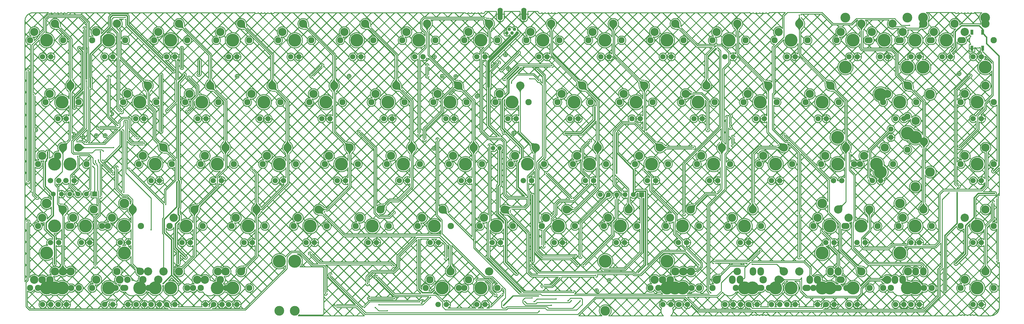
<source format=gbr>
%FSTAX23Y23*%
%MOIN*%
%SFA1B1*%

%IPPOS*%
%ADD10C,0.010157*%
%ADD11R,0.035429X0.059059*%
%ADD12C,0.010157*%
%ADD13C,0.017874*%
%ADD14C,0.015000*%
%ADD15C,0.010000*%
%ADD16C,0.033622*%
%ADD17C,0.013937*%
%ADD18C,0.010000*%
%ADD19C,0.066000*%
%ADD20C,0.157500*%
%ADD21C,0.043307*%
%ADD22O,0.062992X0.153543*%
%ADD23R,0.059055X0.059055*%
%ADD24C,0.059055*%
%ADD25C,0.056000*%
%ADD26O,0.078740X0.100000*%
%ADD27C,0.076000*%
%ADD28C,0.100000*%
%ADD29O,0.100000X0.082677*%
%ADD30O,0.086614X0.100000*%
%ADD31C,0.090551*%
%ADD32C,0.096457*%
%ADD33C,0.096653*%
%ADD34C,0.078740*%
%ADD35C,0.118110*%
%ADD36C,0.157500*%
%ADD37C,0.066000*%
%ADD38C,0.076000*%
%ADD39C,0.100000*%
%ADD40C,0.015787*%
%LNquadcube_65_pcb_copper_signal_top-1*%
%LPD*%
G36*
X13961Y08886D02*
X13961Y08885D01*
X13961Y08885*
X13961Y08885*
X13961Y08884*
X13961Y08882*
X13961Y08881*
X13951*
X13951Y08882*
X1395Y08885*
X1395Y08885*
X1395Y08886*
X1395Y08886*
X13961*
X13961Y08886*
G37*
G36*
X058Y08856D02*
X058Y08856D01*
X05799Y08856*
X05799Y08856*
X05799Y08856*
X05798Y08856*
X05796Y08856*
X05795Y08857*
Y08867*
X05796Y08867*
X05799Y08867*
X05799Y08867*
X058Y08867*
X058Y08867*
Y08856*
G37*
G36*
X13961Y08863D02*
X13962Y0886D01*
X13963Y08856*
X13965Y08852*
X13968Y08848*
X13971Y08843*
X1398Y08833*
X13985Y08828*
X13991Y08822*
X13921*
X13926Y08828*
X1394Y08843*
X13943Y08848*
X13946Y08852*
X13948Y08856*
X13949Y0886*
X1395Y08863*
X13951Y08866*
X13961*
X13961Y08863*
G37*
G36*
X10155Y08844D02*
X10158Y08843D01*
X10162Y08841*
X10166Y0884*
X10171Y08839*
X10176Y08838*
X10189Y08837*
X10197Y08836*
X10205Y08836*
X10156Y08787*
X10156Y08795*
X10154Y08815*
X10153Y08821*
X10152Y08826*
X10151Y0883*
X10149Y08834*
X10148Y08837*
X10146Y08839*
X10153Y08846*
X10155Y08844*
G37*
G36*
X15284Y08762D02*
X15284Y08762D01*
X15284Y08762*
X15284Y08762*
X15283Y08762*
X15282Y08762*
X15281Y08762*
X15279Y08762*
Y08772*
X1528Y08772*
X15284Y08772*
X15284Y08773*
X15284Y08773*
X15284Y08773*
Y08762*
G37*
G36*
X15452Y08737D02*
X15445Y08737D01*
X15433Y08737*
X15428Y08737*
X15423Y08736*
X15419Y08735*
X15415Y08734*
X15411Y08732*
X15408Y0873*
X15406Y08728*
X15399Y08735*
X15401Y08738*
X15403Y08741*
X15404Y08744*
X15406Y08748*
X15407Y08753*
X15407Y08758*
X15408Y08763*
X15408Y08769*
X15407Y08782*
X15452Y08737*
G37*
G36*
X05713Y08737D02*
X05713Y08737D01*
X05712Y08736*
X05712Y08736*
X05711Y08735*
X05711Y08734*
X05711Y08733*
X05711Y08732*
X05711Y08731*
X05711Y0873*
X05701*
X057Y08731*
X057Y08732*
X057Y08733*
X057Y08734*
X057Y08735*
X05699Y08736*
X05699Y08736*
X05699Y08737*
X05698Y08737*
X05697Y08737*
X05714*
X05713Y08737*
G37*
G36*
X12506Y08778D02*
X12507Y08757D01*
X12508Y08752*
X12509Y08747*
X1251Y08743*
X12512Y08739*
X12513Y08736*
X12515Y08734*
X12508Y08727*
X12506Y08728*
X12503Y0873*
X12499Y08732*
X12495Y08733*
X1249Y08734*
X12485Y08735*
X12472Y08736*
X12464Y08736*
X12456Y08736*
X12506Y08786*
X12506Y08778*
G37*
G36*
X08756D02*
X08757Y08757D01*
X08758Y08752*
X08759Y08747*
X0876Y08743*
X08762Y08739*
X08763Y08736*
X08765Y08734*
X08758Y08727*
X08756Y08728*
X08753Y0873*
X08749Y08732*
X08745Y08733*
X0874Y08734*
X08735Y08735*
X08722Y08736*
X08714Y08736*
X08706Y08736*
X08756Y08786*
X08756Y08778*
G37*
G36*
X08006D02*
X08007Y08757D01*
X08008Y08752*
X08009Y08747*
X0801Y08743*
X08012Y08739*
X08013Y08736*
X08015Y08734*
X08008Y08727*
X08006Y08728*
X08003Y0873*
X07999Y08732*
X07995Y08733*
X0799Y08734*
X07985Y08735*
X07972Y08736*
X07964Y08736*
X07956Y08736*
X08006Y08786*
X08006Y08778*
G37*
G36*
X07256D02*
X07257Y08757D01*
X07258Y08752*
X07259Y08747*
X0726Y08743*
X07262Y08739*
X07263Y08736*
X07265Y08734*
X07258Y08727*
X07256Y08728*
X07253Y0873*
X07249Y08732*
X07245Y08733*
X0724Y08734*
X07235Y08735*
X07222Y08736*
X07214Y08736*
X07206Y08736*
X07256Y08786*
X07256Y08778*
G37*
G36*
X06506D02*
X06507Y08757D01*
X06508Y08752*
X06509Y08747*
X0651Y08743*
X06512Y08739*
X06513Y08736*
X06515Y08734*
X06508Y08727*
X06506Y08728*
X06503Y0873*
X06499Y08732*
X06495Y08733*
X0649Y08734*
X06485Y08735*
X06472Y08736*
X06464Y08736*
X06456Y08736*
X06506Y08786*
X06506Y08778*
G37*
G36*
X05006D02*
X05007Y08757D01*
X05008Y08752*
X05009Y08747*
X0501Y08743*
X05012Y08739*
X05013Y08736*
X05015Y08734*
X05008Y08727*
X05006Y08728*
X05003Y0873*
X04999Y08732*
X04995Y08733*
X0499Y08734*
X04985Y08735*
X04972Y08736*
X04964Y08736*
X04956Y08736*
X05006Y08786*
X05006Y08778*
G37*
G36*
X05321Y08725D02*
X05321Y08724D01*
X05321Y08724*
X05321Y08724*
X05321Y08723*
X05321Y08721*
X05321Y0872*
X05311*
X0531Y08721*
X0531Y08724*
X0531Y08724*
X0531Y08725*
X0531Y08725*
X05321*
X05321Y08725*
G37*
G36*
X14736Y08745D02*
X14723Y0873D01*
X14719Y08725*
X14717Y08721*
X14714Y08717*
X14713Y08713*
X14712Y0871*
X14712Y08707*
X14702*
X14701Y0871*
X14701Y08713*
X14699Y08717*
X14697Y08721*
X14694Y08725*
X14691Y0873*
X14683Y0874*
X14677Y08745*
X14672Y08751*
X14742*
X14736Y08745*
G37*
G36*
X13985D02*
X13971Y0873D01*
X13968Y08725*
X13965Y08721*
X13963Y08717*
X13962Y08713*
X13961Y0871*
X13961Y08707*
X13951*
X1395Y0871*
X13949Y08713*
X13948Y08717*
X13946Y08721*
X13943Y08725*
X1394Y0873*
X13931Y0874*
X13926Y08745*
X13921Y08751*
X13991*
X13985Y08745*
G37*
G36*
X13235D02*
X13221Y0873D01*
X13218Y08725*
X13215Y08721*
X13213Y08717*
X13212Y08713*
X13211Y0871*
X13211Y08707*
X13201*
X132Y0871*
X13199Y08713*
X13198Y08717*
X13196Y08721*
X13193Y08725*
X1319Y0873*
X13181Y0874*
X13176Y08745*
X13171Y08751*
X13241*
X13235Y08745*
G37*
G36*
X11735D02*
X11721Y0873D01*
X11718Y08725*
X11715Y08721*
X11713Y08717*
X11712Y08713*
X11711Y0871*
X11711Y08707*
X11701*
X117Y0871*
X11699Y08713*
X11698Y08717*
X11696Y08721*
X11693Y08725*
X1169Y0873*
X11681Y0874*
X11676Y08745*
X11671Y08751*
X11741*
X11735Y08745*
G37*
G36*
X10985D02*
X10971Y0873D01*
X10968Y08725*
X10965Y08721*
X10963Y08717*
X10962Y08713*
X10961Y0871*
X10961Y08707*
X10951*
X1095Y0871*
X10949Y08713*
X10948Y08717*
X10946Y08721*
X10943Y08725*
X1094Y0873*
X10931Y0874*
X10926Y08745*
X10921Y08751*
X10991*
X10985Y08745*
G37*
G36*
X10235D02*
X10221Y0873D01*
X10218Y08725*
X10215Y08721*
X10213Y08717*
X10212Y08713*
X10211Y0871*
X10211Y08707*
X10201*
X102Y0871*
X10199Y08713*
X10198Y08717*
X10196Y08721*
X10193Y08725*
X1019Y0873*
X10181Y0874*
X10176Y08745*
X10171Y08751*
X10241*
X10235Y08745*
G37*
G36*
X09485D02*
X09471Y0873D01*
X09468Y08725*
X09465Y08721*
X09463Y08717*
X09462Y08713*
X09461Y0871*
X09461Y08707*
X09451*
X0945Y0871*
X09449Y08713*
X09448Y08717*
X09446Y08721*
X09443Y08725*
X0944Y0873*
X09431Y0874*
X09426Y08745*
X09421Y08751*
X09491*
X09485Y08745*
G37*
G36*
X12959Y08513D02*
X12957Y08512D01*
X12955Y08512*
X12953Y08512*
X12951Y08511*
X12949Y08511*
X12948Y0851*
X12946Y08509*
X12944Y08508*
X12943Y08507*
X12942Y08505*
X12927*
X12929Y08507*
X1293Y08508*
X1293Y08509*
X1293Y0851*
X1293Y08511*
X1293Y08511*
X12929Y08512*
X12928Y08512*
X12926Y08512*
X12924Y08513*
X12947Y08523*
X12959Y08513*
G37*
G36*
X12977Y08494D02*
X12978Y08494D01*
X12978Y08494*
X12978Y08493*
X12979Y08493*
X1298Y08492*
X12981Y0849*
X12974Y08483*
X12973Y08484*
X1297Y08486*
X1297Y08486*
X1297Y08487*
X1297Y08487*
X12977Y08494*
X12977Y08494*
G37*
G36*
X1618Y08461D02*
X1618Y0846D01*
X16179Y0846*
X16178Y08459*
X16178Y08458*
X16177Y08457*
X16177Y08456*
X16177Y08455*
X16177Y08453*
X16177Y08451*
X16167*
X16167Y08453*
X16167Y08455*
X16166Y08456*
X16166Y08457*
X16166Y08458*
X16165Y08459*
X16165Y0846*
X16164Y0846*
X16163Y08461*
X16162Y08461*
X16181*
X1618Y08461*
G37*
G36*
X10321Y08309D02*
X1032Y08309D01*
X1032Y08308*
X1032Y08308*
X1032Y08308*
X10319Y08307*
X10318Y08306*
X10317Y08305*
X10309Y08312*
X1031Y08313*
X10312Y08316*
X10313Y08316*
X10313Y08316*
X10313Y08316*
X10321Y08309*
G37*
G36*
X1096Y08275D02*
X1096Y08275D01*
X10959Y08275*
X10959Y08275*
X10959Y08275*
X10958Y08275*
X10956Y08275*
X10955Y08276*
Y08286*
X10956Y08286*
X10959Y08286*
X10959Y08286*
X1096Y08286*
X1096Y08286*
Y08275*
G37*
G36*
X09461Y08275D02*
X09461Y08275D01*
X09461Y08275*
X09461Y08274*
X09461Y08273*
X09461Y08272*
X09461Y0827*
X09451*
X0945Y08271*
X0945Y08275*
X0945Y08275*
X0945Y08275*
X0945Y08275*
X09461*
X09461Y08275*
G37*
G36*
X08186Y08273D02*
X08186Y08273D01*
X08186Y08273*
X08185Y08273*
X08185Y08273*
X08184Y08272*
X08183Y08271*
X08182Y0827*
X08175Y08277*
X08175Y08278*
X08178Y0828*
X08178Y08281*
X08178Y08281*
X08178Y08281*
X08186Y08273*
G37*
G36*
X04636Y08221D02*
X04636Y0822D01*
X04636Y0822*
X04636Y0822*
X04636Y08219*
X04636Y08217*
X04636Y08216*
X04626*
X04625Y08217*
X04625Y0822*
X04625Y0822*
X04625Y08221*
X04625Y08221*
X04636*
X04636Y08221*
G37*
G36*
X09461Y08161D02*
X09461Y08157D01*
X09461Y08157*
X09461Y08157*
X09461Y08157*
X0945*
X0945Y08157*
X0945Y08157*
X0945Y08157*
X0945Y08158*
X0945Y08159*
X0945Y0816*
X09451Y08162*
X09461*
X09461Y08161*
G37*
G36*
X08067Y08155D02*
X08067Y08155D01*
X08064Y08152*
X08064Y08152*
X08064Y08151*
X08064Y08151*
X08056Y08159*
X08056Y08159*
X08057Y08159*
X08057Y08159*
X08057Y08159*
X08058Y0816*
X08059Y08161*
X0806Y08162*
X08067Y08155*
G37*
G36*
X1602Y0815D02*
X1602Y0815D01*
X1602Y08149*
X1602Y08149*
X16019Y08149*
X16019Y08148*
X16018Y08147*
X16016Y08146*
X16009Y08153*
X1601Y08154*
X16012Y08157*
X16012Y08157*
X16013Y08157*
X16013Y08157*
X1602Y0815*
G37*
G36*
X05612Y08137D02*
X05612Y08136D01*
X05612Y08136*
X05612Y08136*
X05612Y08135*
X05612Y08133*
X05612Y08132*
X05602*
X05601Y08133*
X05601Y08136*
X05601Y08136*
X05601Y08137*
X05601Y08137*
X05612*
X05612Y08137*
G37*
G36*
X06583Y08133D02*
X06584Y08133D01*
X06584Y08133*
X06584Y08132*
X06585Y08131*
X06586Y0813*
X06587Y08129*
X0658Y08122*
X06579Y08123*
X06576Y08125*
X06576Y08125*
X06576Y08125*
X06576Y08125*
X06583Y08133*
X06583Y08133*
G37*
G36*
X104Y08124D02*
X10399Y08123D01*
X10397Y0812*
X10397Y0812*
X10396Y0812*
X10396Y0812*
X10389Y08127*
X10389Y08127*
X10389Y08128*
X10389Y08128*
X1039Y08128*
X1039Y08129*
X10391Y0813*
X10393Y08131*
X104Y08124*
G37*
G36*
X108Y0811D02*
X10803Y08108D01*
X10803Y08108*
X10803Y08107*
X10803Y08107*
X10796Y081*
X10796Y081*
X10795Y081*
X10795Y081*
X10795Y08101*
X10794Y08101*
X10793Y08102*
X10792Y08104*
X10799Y08111*
X108Y0811*
G37*
G36*
X05344Y08089D02*
X05344Y08088D01*
X05344Y08088*
X05344Y08088*
X05344Y08087*
X05344Y08085*
X05344Y08084*
X05334*
X05333Y08085*
X05333Y08088*
X05333Y08088*
X05333Y08089*
X05333Y08089*
X05344*
X05344Y08089*
G37*
G36*
X12836Y08113D02*
X12837Y0811D01*
X12838Y08106*
X1284Y08102*
X12843Y08098*
X12846Y08093*
X12855Y08083*
X1286Y08078*
X12866Y08072*
X12796*
X12801Y08078*
X12815Y08093*
X12818Y08098*
X12821Y08102*
X12823Y08106*
X12824Y0811*
X12825Y08113*
X12826Y08116*
X12836*
X12836Y08113*
G37*
G36*
X09086D02*
X09087Y0811D01*
X09088Y08106*
X0909Y08102*
X09093Y08098*
X09096Y08093*
X09105Y08083*
X0911Y08078*
X09116Y08072*
X09046*
X09051Y08078*
X09065Y08093*
X09068Y08098*
X09071Y08102*
X09073Y08106*
X09074Y0811*
X09075Y08113*
X09076Y08116*
X09086*
X09086Y08113*
G37*
G36*
X08336D02*
X08337Y0811D01*
X08338Y08106*
X0834Y08102*
X08343Y08098*
X08346Y08093*
X08355Y08083*
X0836Y08078*
X08366Y08072*
X08296*
X08301Y08078*
X08315Y08093*
X08318Y08098*
X08321Y08102*
X08323Y08106*
X08324Y0811*
X08325Y08113*
X08326Y08116*
X08336*
X08336Y08113*
G37*
G36*
X07586D02*
X07587Y0811D01*
X07588Y08106*
X0759Y08102*
X07593Y08098*
X07596Y08093*
X07605Y08083*
X0761Y08078*
X07616Y08072*
X07546*
X07551Y08078*
X07565Y08093*
X07568Y08098*
X07571Y08102*
X07573Y08106*
X07574Y0811*
X07575Y08113*
X07576Y08116*
X07586*
X07586Y08113*
G37*
G36*
X06836D02*
X06837Y0811D01*
X06838Y08106*
X0684Y08102*
X06843Y08098*
X06846Y08093*
X06855Y08083*
X0686Y08078*
X06866Y08072*
X06796*
X06801Y08078*
X06815Y08093*
X06818Y08098*
X06821Y08102*
X06823Y08106*
X06824Y0811*
X06825Y08113*
X06826Y08116*
X06836*
X06836Y08113*
G37*
G36*
X05148D02*
X05149Y0811D01*
X05151Y08106*
X05153Y08102*
X05156Y08098*
X05159Y08093*
X05167Y08083*
X05172Y08078*
X05178Y08072*
X05108*
X05114Y08078*
X05127Y08093*
X05131Y08098*
X05133Y08102*
X05135Y08106*
X05137Y0811*
X05138Y08113*
X05138Y08116*
X05148*
X05148Y08113*
G37*
G36*
X10479Y08075D02*
X10479Y08071D01*
X10479Y08071*
X10479Y08071*
X10479Y0807*
X10468*
X10468Y08071*
X10469Y08071*
X10469Y08071*
X10469Y08072*
X10469Y08073*
X10469Y08074*
X10469Y08076*
X10479*
X10479Y08075*
G37*
G36*
X15218Y08094D02*
X15221Y08093D01*
X15224Y08091*
X15229Y0809*
X15233Y08089*
X15239Y08088*
X15252Y08087*
X15259Y08086*
X15268Y08086*
X15218Y08037*
X15218Y08045*
X15217Y08065*
X15216Y08071*
X15215Y08076*
X15213Y0808*
X15212Y08084*
X1521Y08087*
X15208Y08089*
X15215Y08096*
X15218Y08094*
G37*
G36*
X1428D02*
X14283Y08093D01*
X14287Y08091*
X14291Y0809*
X14296Y08089*
X14301Y08088*
X14314Y08087*
X14322Y08086*
X1433Y08086*
X14281Y08037*
X14281Y08045*
X14279Y08065*
X14278Y08071*
X14277Y08076*
X14276Y0808*
X14274Y08084*
X14273Y08087*
X14271Y08089*
X14278Y08096*
X1428Y08094*
G37*
G36*
X1353D02*
X13533Y08093D01*
X13537Y08091*
X13541Y0809*
X13546Y08089*
X13551Y08088*
X13564Y08087*
X13572Y08086*
X1358Y08086*
X13531Y08037*
X13531Y08045*
X13529Y08065*
X13528Y08071*
X13527Y08076*
X13526Y0808*
X13524Y08084*
X13523Y08087*
X13521Y08089*
X13528Y08096*
X1353Y08094*
G37*
G36*
X1203D02*
X12033Y08093D01*
X12037Y08091*
X12041Y0809*
X12046Y08089*
X12051Y08088*
X12064Y08087*
X12072Y08086*
X1208Y08086*
X12031Y08037*
X12031Y08045*
X12029Y08065*
X12028Y08071*
X12027Y08076*
X12026Y0808*
X12024Y08084*
X12023Y08087*
X12021Y08089*
X12028Y08096*
X1203Y08094*
G37*
G36*
X1128D02*
X11283Y08093D01*
X11287Y08091*
X11291Y0809*
X11296Y08089*
X11301Y08088*
X11314Y08087*
X11322Y08086*
X1133Y08086*
X11281Y08037*
X11281Y08045*
X11279Y08065*
X11278Y08071*
X11277Y08076*
X11276Y0808*
X11274Y08084*
X11273Y08087*
X11271Y08089*
X11278Y08096*
X1128Y08094*
G37*
G36*
X0978D02*
X09783Y08093D01*
X09787Y08091*
X09791Y0809*
X09796Y08089*
X09801Y08088*
X09814Y08087*
X09822Y08086*
X0983Y08086*
X09781Y08037*
X09781Y08045*
X09779Y08065*
X09778Y08071*
X09777Y08076*
X09776Y0808*
X09774Y08084*
X09773Y08087*
X09771Y08089*
X09778Y08096*
X0978Y08094*
G37*
G36*
X0603D02*
X06033Y08093D01*
X06037Y08091*
X06041Y0809*
X06046Y08089*
X06051Y08088*
X06064Y08087*
X06072Y08086*
X0608Y08086*
X06031Y08037*
X06031Y08045*
X06029Y08065*
X06028Y08071*
X06027Y08076*
X06026Y0808*
X06024Y08084*
X06023Y08087*
X06021Y08089*
X06028Y08096*
X0603Y08094*
G37*
G36*
X09792Y08004D02*
X09791Y08005D01*
X09791Y08006*
X0979Y08006*
X09788Y08007*
X09787Y08007*
X09785Y08007*
X09784Y08008*
X0978Y08008*
X09778Y08008*
Y08018*
X09779Y08018*
X0978Y08018*
X09781Y08018*
X09781Y08019*
X09782Y08019*
X09782Y0802*
X09783Y0802*
X09783Y08021*
X09783Y08022*
X09782Y08023*
X09792Y08004*
G37*
G36*
X15318Y08028D02*
X15319Y08007D01*
X1532Y08002*
X15321Y07997*
X15323Y07993*
X15324Y07989*
X15326Y07986*
X15328Y07984*
X15321Y07977*
X15318Y07978*
X15315Y0798*
X15312Y07982*
X15308Y07983*
X15303Y07984*
X15297Y07985*
X15284Y07986*
X15277Y07986*
X15269Y07986*
X15318Y08036*
X15318Y08028*
G37*
G36*
X14381D02*
X14382Y08007D01*
X14383Y08002*
X14384Y07997*
X14385Y07993*
X14387Y07989*
X14388Y07986*
X1439Y07984*
X14383Y07977*
X14381Y07978*
X14378Y0798*
X14374Y07982*
X1437Y07983*
X14365Y07984*
X1436Y07985*
X14347Y07986*
X14339Y07986*
X14331Y07986*
X14381Y08036*
X14381Y08028*
G37*
G36*
X11381D02*
X11382Y08007D01*
X11383Y08002*
X11384Y07997*
X11385Y07993*
X11387Y07989*
X11388Y07986*
X1139Y07984*
X11383Y07977*
X11381Y07978*
X11378Y0798*
X11374Y07982*
X1137Y07983*
X11365Y07984*
X1136Y07985*
X11347Y07986*
X11339Y07986*
X11331Y07986*
X11381Y08036*
X11381Y08028*
G37*
G36*
X09881D02*
X09882Y08007D01*
X09883Y08002*
X09884Y07997*
X09885Y07993*
X09887Y07989*
X09888Y07986*
X0989Y07984*
X09883Y07977*
X09881Y07978*
X09878Y0798*
X09874Y07982*
X0987Y07983*
X09865Y07984*
X0986Y07985*
X09847Y07986*
X09839Y07986*
X09831Y07986*
X09881Y08036*
X09881Y08028*
G37*
G36*
X09131D02*
X09132Y08007D01*
X09133Y08002*
X09134Y07997*
X09135Y07993*
X09137Y07989*
X09138Y07986*
X0914Y07984*
X09133Y07977*
X09131Y07978*
X09128Y0798*
X09124Y07982*
X0912Y07983*
X09115Y07984*
X0911Y07985*
X09097Y07986*
X09089Y07986*
X09081Y07986*
X09131Y08036*
X09131Y08028*
G37*
G36*
X07631D02*
X07632Y08007D01*
X07633Y08002*
X07634Y07997*
X07635Y07993*
X07637Y07989*
X07638Y07986*
X0764Y07984*
X07633Y07977*
X07631Y07978*
X07628Y0798*
X07624Y07982*
X0762Y07983*
X07615Y07984*
X0761Y07985*
X07597Y07986*
X07589Y07986*
X07581Y07986*
X07631Y08036*
X07631Y08028*
G37*
G36*
X06881D02*
X06882Y08007D01*
X06883Y08002*
X06884Y07997*
X06885Y07993*
X06887Y07989*
X06888Y07986*
X0689Y07984*
X06883Y07977*
X06881Y07978*
X06878Y0798*
X06874Y07982*
X0687Y07983*
X06865Y07984*
X0686Y07985*
X06847Y07986*
X06839Y07986*
X06831Y07986*
X06881Y08036*
X06881Y08028*
G37*
G36*
X1361Y07995D02*
X13596Y0798D01*
X13593Y07975*
X1359Y07971*
X13588Y07967*
X13587Y07963*
X13586Y0796*
X13586Y07957*
X13576*
X13575Y0796*
X13574Y07963*
X13573Y07967*
X13571Y07971*
X13568Y07975*
X13565Y0798*
X13556Y0799*
X13551Y07995*
X13546Y08001*
X13616*
X1361Y07995*
G37*
G36*
X1211D02*
X12096Y0798D01*
X12093Y07975*
X1209Y07971*
X12088Y07967*
X12087Y07963*
X12086Y0796*
X12086Y07957*
X12076*
X12075Y0796*
X12074Y07963*
X12073Y07967*
X12071Y07971*
X12068Y07975*
X12065Y0798*
X12056Y0799*
X12051Y07995*
X12046Y08001*
X12116*
X1211Y07995*
G37*
G36*
X1061D02*
X10596Y0798D01*
X10593Y07975*
X1059Y07971*
X10588Y07967*
X10587Y07963*
X10586Y0796*
X10586Y07957*
X10576*
X10575Y0796*
X10574Y07963*
X10573Y07967*
X10571Y07971*
X10568Y07975*
X10565Y0798*
X10556Y0799*
X10551Y07995*
X10546Y08001*
X10616*
X1061Y07995*
G37*
G36*
X0836D02*
X08346Y0798D01*
X08343Y07975*
X0834Y07971*
X08338Y07967*
X08337Y07963*
X08336Y0796*
X08336Y07957*
X08326*
X08325Y0796*
X08324Y07963*
X08323Y07967*
X08321Y07971*
X08318Y07975*
X08315Y0798*
X08306Y0799*
X08301Y07995*
X08296Y08001*
X08366*
X0836Y07995*
G37*
G36*
X0611D02*
X06096Y0798D01*
X06093Y07975*
X0609Y07971*
X06088Y07967*
X06087Y07963*
X06086Y0796*
X06086Y07957*
X06076*
X06075Y0796*
X06074Y07963*
X06073Y07967*
X06071Y07971*
X06068Y07975*
X06065Y0798*
X06056Y0799*
X06051Y07995*
X06046Y08001*
X06116*
X0611Y07995*
G37*
G36*
X05172D02*
X05159Y0798D01*
X05156Y07975*
X05153Y07971*
X05151Y07967*
X05149Y07963*
X05148Y0796*
X05148Y07957*
X05138*
X05138Y0796*
X05137Y07963*
X05135Y07967*
X05133Y07971*
X05131Y07975*
X05127Y0798*
X05119Y0799*
X05114Y07995*
X05108Y08001*
X05178*
X05172Y07995*
G37*
G36*
X04705Y07924D02*
X04705Y07923D01*
X04705Y07923*
X04705Y07923*
X04705Y07922*
X04705Y0792*
X04705Y07919*
X04695*
X04694Y0792*
X04694Y07923*
X04694Y07923*
X04694Y07924*
X04694Y07924*
X04705*
X04705Y07924*
G37*
G36*
X12622Y07966D02*
X12637Y07952D01*
X12642Y07949*
X12646Y07946*
X1265Y07944*
X12654Y07943*
X12657Y07942*
X1266Y07941*
Y07931*
X12657Y07931*
X12654Y0793*
X1265Y07929*
X12646Y07927*
X12642Y07924*
X12637Y07921*
X12627Y07912*
X12622Y07907*
X12616Y07901*
Y07971*
X12622Y07966*
G37*
G36*
X06569Y07731D02*
X06568Y0773D01*
X06566Y07727*
X06566Y07727*
X06565Y07727*
X06565Y07727*
X06558Y07734*
X06558Y07734*
X06558Y07735*
X06558Y07735*
X06559Y07735*
X06559Y07736*
X0656Y07737*
X06562Y07738*
X06569Y07731*
G37*
G36*
X05758Y07728D02*
X05761Y07726D01*
X05761Y07726*
X05761Y07725*
X05761Y07725*
X05753Y07718*
X05753Y07718*
X05753Y07718*
X05753Y07718*
X05753Y07719*
X05752Y07719*
X05751Y0772*
X0575Y07722*
X05757Y07729*
X05758Y07728*
G37*
G36*
X13087Y0765D02*
X13087Y0765D01*
X13087Y0765*
X13087Y07649*
X13087Y07648*
X13087Y07647*
X13087Y07645*
X13077*
X13076Y07646*
X13076Y0765*
X13076Y0765*
X13076Y0765*
X13076Y0765*
X13087*
X13087Y0765*
G37*
G36*
X05816Y07589D02*
X05816Y07588D01*
X05816Y07588*
X05816Y07588*
X05816Y07587*
X05816Y07585*
X05816Y07584*
X05806*
X05805Y07585*
X05805Y07588*
X05805Y07588*
X05805Y07589*
X05805Y07589*
X05816*
X05816Y07589*
G37*
G36*
X05713Y07564D02*
X05716Y07562D01*
X05716Y07562*
X05716Y07561*
X05716Y07561*
X05709Y07554*
X05709Y07554*
X05708Y07554*
X05708Y07554*
X05708Y07555*
X05707Y07555*
X05706Y07556*
X05705Y07558*
X05712Y07565*
X05713Y07564*
G37*
G36*
X05484Y07532D02*
X05484Y07532D01*
X05484Y07532*
X05485Y07532*
X05486Y07532*
X05487Y07532*
X05489Y07532*
Y07522*
X05488Y07521*
X05484Y07521*
X05484Y07521*
X05484Y07521*
X05483Y07521*
Y07532*
X05484Y07532*
G37*
G36*
X12853Y07509D02*
X12853Y07506D01*
X12853Y07506*
X12853Y07505*
X12853Y07505*
X12842*
X12842Y07505*
X12842Y07506*
X12842Y07506*
X12842Y07506*
X12842Y07507*
X12842Y07509*
X12843Y0751*
X12853*
X12853Y07509*
G37*
G36*
X05785Y07502D02*
X05785Y07502D01*
X05785Y07502*
X05786Y07501*
X05786Y07501*
X05787Y075*
X05788Y07498*
X05781Y07491*
X05781Y07492*
X05778Y07494*
X05778Y07494*
X05777Y07495*
X05777Y07495*
X05785Y07502*
X05785Y07502*
G37*
G36*
X12086Y07486D02*
X12086Y07484D01*
X12086Y07482*
X12086Y0748*
X12087Y07478*
X12087Y07477*
X12088Y07475*
X12089Y07473*
X1209Y07472*
X12091Y0747*
X12093Y07469*
X12077Y0747*
X12068Y07493*
X1207Y07492*
X12071Y07491*
X12072Y0749*
X12073Y0749*
X12074Y0749*
X12074Y07491*
X12075Y07492*
X12075Y07493*
X12075Y07494*
X12076Y07496*
X12086Y07486*
G37*
G36*
X05753Y07512D02*
X05752Y07511D01*
X05751Y07509*
X0575Y07507*
X05749Y07506*
X05749Y07504*
X05748Y07502*
X05748Y075*
X05748Y07498*
X05748Y07496*
X05738Y07486*
X05737Y07488*
X05737Y0749*
X05737Y07491*
X05736Y07492*
X05736Y07492*
X05735Y07492*
X05734Y07492*
X05733Y07492*
X05732Y07491*
X0573Y07489*
X05743Y07509*
X05755Y07514*
X05753Y07512*
G37*
G36*
X08642Y07473D02*
X08643Y07473D01*
X08643Y07473*
X08643Y07472*
X08644Y07472*
X08645Y07471*
X08646Y07469*
X08639Y07462*
X08638Y07463*
X08635Y07465*
X08635Y07465*
X08635Y07466*
X08635Y07466*
X08642Y07473*
X08642Y07473*
G37*
G36*
X09365Y07456D02*
X09365Y07453D01*
X09365Y07453*
X09365Y07452*
X09365Y07452*
X09354*
X09354Y07452*
X09354Y07453*
X09354Y07453*
X09354Y07453*
X09354Y07454*
X09354Y07456*
X09355Y07457*
X09365*
X09365Y07456*
G37*
G36*
X13775Y07443D02*
X13776Y07443D01*
X13776Y07443*
X13776Y07442*
X13777Y07442*
X13778Y07441*
X13779Y07439*
X13772Y07432*
X13771Y07433*
X13768Y07435*
X13768Y07435*
X13768Y07436*
X13768Y07436*
X13775Y07443*
X13775Y07443*
G37*
G36*
X05949Y07423D02*
X05952Y07421D01*
X05952Y07421*
X05952Y0742*
X05952Y0742*
X05945Y07413*
X05945Y07413*
X05944Y07413*
X05944Y07413*
X05944Y07414*
X05943Y07414*
X05942Y07415*
X05941Y07417*
X05948Y07424*
X05949Y07423*
G37*
G36*
X13158Y0741D02*
X13158Y07409D01*
X13157Y07409*
X13157Y07409*
X13157Y07408*
X13157Y07406*
X13157Y07405*
X13147*
X13147Y07406*
X13147Y07409*
X13147Y07409*
X13147Y0741*
X13147Y0741*
X13158*
X13158Y0741*
G37*
G36*
X09427Y07388D02*
X09427Y07385D01*
X09427Y07385*
X09427Y07384*
X09427Y07384*
X09416*
X09416Y07384*
X09416Y07385*
X09416Y07385*
X09416Y07385*
X09416Y07386*
X09416Y07388*
X09417Y07389*
X09427*
X09427Y07388*
G37*
G36*
X09585Y07379D02*
X09585Y07378D01*
X09585Y07378*
X09585Y07378*
X09585Y07377*
X09585Y07375*
X09585Y07374*
X09575*
X09574Y07375*
X09574Y07378*
X09574Y07378*
X09574Y07379*
X09574Y07379*
X09585*
X09585Y07379*
G37*
G36*
X1142Y07361D02*
X1142Y07361D01*
X1142Y0736*
X1142Y0736*
X11419Y0736*
X11419Y07359*
X11418Y07358*
X11416Y07357*
X11409Y07364*
X1141Y07365*
X11412Y07368*
X11412Y07368*
X11413Y07368*
X11413Y07368*
X1142Y07361*
G37*
G36*
X05228Y0736D02*
X05229Y0736D01*
X05229Y0736*
X05229Y0736*
X0523Y0736*
X05232Y0736*
X05233Y0736*
Y0735*
X05232Y07349*
X05229Y07349*
X05229Y07349*
X05228Y07349*
X05228Y07349*
Y0736*
X05228Y0736*
G37*
G36*
X05347Y07353D02*
X05346Y07352D01*
X05344Y07349*
X05344Y07349*
X05343Y07349*
X05343Y07349*
X05336Y07356*
X05336Y07356*
X05336Y07357*
X05336Y07357*
X05337Y07357*
X05337Y07358*
X05338Y07359*
X0534Y0736*
X05347Y07353*
G37*
G36*
X06034Y07333D02*
X06034Y07333D01*
X06033Y07333*
X06033Y07333*
X06033Y07333*
X06032Y07333*
X0603Y07333*
X06029Y07334*
Y07344*
X0603Y07344*
X06033Y07344*
X06033Y07344*
X06034Y07344*
X06034Y07344*
Y07333*
G37*
G36*
X13023Y07356D02*
X13024Y07353D01*
X13025Y0735*
X13027Y07346*
X13028Y07343*
X13031Y0734*
X13034Y07337*
X13037Y07334*
X13041Y07331*
X13045Y07329*
X12991*
X12995Y07331*
X12999Y07334*
X13002Y07337*
X13005Y0734*
X13008Y07343*
X1301Y07346*
X13011Y0735*
X13012Y07353*
X13013Y07356*
X13013Y0736*
X13023*
X13023Y07356*
G37*
G36*
X14525Y07363D02*
X14525Y0736D01*
X14527Y07356*
X14529Y07352*
X14532Y07348*
X14535Y07343*
X14543Y07333*
X14549Y07328*
X14554Y07322*
X14484*
X1449Y07328*
X14503Y07343*
X14507Y07348*
X14509Y07352*
X14512Y07356*
X14513Y0736*
X14514Y07363*
X14514Y07366*
X14524*
X14525Y07363*
G37*
G36*
X11523D02*
X11524Y0736D01*
X11526Y07356*
X11528Y07352*
X11531Y07348*
X11534Y07343*
X11542Y07333*
X11547Y07328*
X11553Y07322*
X11483*
X11489Y07328*
X11502Y07343*
X11506Y07348*
X11508Y07352*
X1151Y07356*
X11512Y0736*
X11513Y07363*
X11513Y07366*
X11523*
X11523Y07363*
G37*
G36*
X10023D02*
X10024Y0736D01*
X10026Y07356*
X10028Y07352*
X10031Y07348*
X10034Y07343*
X10042Y07333*
X10047Y07328*
X10053Y07322*
X09983*
X09989Y07328*
X10002Y07343*
X10006Y07348*
X10008Y07352*
X1001Y07356*
X10012Y0736*
X10013Y07363*
X10013Y07366*
X10023*
X10023Y07363*
G37*
G36*
X09273D02*
X09274Y0736D01*
X09276Y07356*
X09278Y07352*
X09281Y07348*
X09284Y07343*
X09292Y07333*
X09297Y07328*
X09303Y07322*
X09233*
X09239Y07328*
X09252Y07343*
X09256Y07348*
X09258Y07352*
X0926Y07356*
X09262Y0736*
X09263Y07363*
X09263Y07366*
X09273*
X09273Y07363*
G37*
G36*
X07773D02*
X07774Y0736D01*
X07776Y07356*
X07778Y07352*
X07781Y07348*
X07784Y07343*
X07792Y07333*
X07797Y07328*
X07803Y07322*
X07733*
X07739Y07328*
X07752Y07343*
X07756Y07348*
X07758Y07352*
X0776Y07356*
X07762Y0736*
X07763Y07363*
X07763Y07366*
X07773*
X07773Y07363*
G37*
G36*
X07023D02*
X07024Y0736D01*
X07026Y07356*
X07028Y07352*
X07031Y07348*
X07034Y07343*
X07042Y07333*
X07047Y07328*
X07053Y07322*
X06983*
X06989Y07328*
X07002Y07343*
X07006Y07348*
X07008Y07352*
X0701Y07356*
X07012Y0736*
X07013Y07363*
X07013Y07366*
X07023*
X07023Y07363*
G37*
G36*
X13157Y07325D02*
X13157Y07322D01*
X13158Y07321*
X13158Y07321*
X13158Y07321*
X13147*
X13147Y07321*
X13147Y07321*
X13147Y07322*
X13147Y07322*
X13147Y07323*
X13147Y07324*
X13147Y07326*
X13157*
X13157Y07325*
G37*
G36*
X10218Y07308D02*
X10218Y07307D01*
X10218Y07307*
X10218Y07307*
X10218Y07306*
X10218*
X10218Y07306*
X10218Y07305*
X10218Y07305*
X10218Y07305*
X10218Y07304*
X10218Y07302*
X10218Y07301*
X10208*
X10207Y07302*
X10207Y07305*
X10207Y07305*
X10207Y07306*
X10207Y07306*
X10207*
X10207Y07307*
X10207Y07307*
X10207Y07308*
X10207Y07308*
X10218*
X10218Y07308*
G37*
G36*
X12218Y07344D02*
X12221Y07343D01*
X12224Y07341*
X12229Y0734*
X12233Y07339*
X12239Y07338*
X12252Y07337*
X12259Y07336*
X12268Y07336*
X12218Y07287*
X12218Y07295*
X12217Y07315*
X12216Y07321*
X12215Y07326*
X12213Y0733*
X12212Y07334*
X1221Y07337*
X12208Y07339*
X12215Y07346*
X12218Y07344*
G37*
G36*
X10718D02*
X10721Y07343D01*
X10724Y07341*
X10729Y0734*
X10733Y07339*
X10739Y07338*
X10752Y07337*
X10759Y07336*
X10768Y07336*
X10718Y07287*
X10718Y07295*
X10717Y07315*
X10716Y07321*
X10715Y07326*
X10713Y0733*
X10712Y07334*
X1071Y07337*
X10708Y07339*
X10715Y07346*
X10718Y07344*
G37*
G36*
X08468D02*
X08471Y07343D01*
X08474Y07341*
X08479Y0734*
X08483Y07339*
X08489Y07338*
X08502Y07337*
X08509Y07336*
X08518Y07336*
X08468Y07287*
X08468Y07295*
X08467Y07315*
X08466Y07321*
X08465Y07326*
X08463Y0733*
X08462Y07334*
X0846Y07337*
X08458Y07339*
X08465Y07346*
X08468Y07344*
G37*
G36*
X06218D02*
X06221Y07343D01*
X06224Y07341*
X06229Y0734*
X06233Y07339*
X06239Y07338*
X06252Y07337*
X06259Y07336*
X06268Y07336*
X06218Y07287*
X06218Y07295*
X06217Y07315*
X06216Y07321*
X06215Y07326*
X06213Y0733*
X06212Y07334*
X0621Y07337*
X06208Y07339*
X06215Y07346*
X06218Y07344*
G37*
G36*
X0511Y07339D02*
X05109Y07337D01*
X05107Y07334*
X05105Y0733*
X05104Y07326*
X05103Y07321*
X05102Y07315*
X05101Y07302*
X05101Y07295*
X05101Y07287*
X05051Y07336*
X05059Y07336*
X0508Y07338*
X05085Y07339*
X0509Y0734*
X05094Y07341*
X05098Y07343*
X05101Y07344*
X05103Y07346*
X0511Y07339*
G37*
G36*
X15895Y07287D02*
X15894Y07286D01*
X15892Y07283*
X15892Y07283*
X15892Y07283*
X15892Y07283*
X15884Y0729*
X15884Y0729*
X15884Y07291*
X15885Y07291*
X15885Y07291*
X15886Y07292*
X15887Y07293*
X15888Y07294*
X15895Y07287*
G37*
G36*
X15491Y0732D02*
X15478Y07305D01*
X15474Y073*
X15472Y07296*
X15469Y07292*
X15468Y07288*
X15467Y07285*
X15467Y07282*
X15457*
X15456Y07285*
X15456Y07288*
X15454Y07292*
X15452Y07296*
X15449Y073*
X15446Y07305*
X15438Y07315*
X15432Y0732*
X15427Y07326*
X15497*
X15491Y0732*
G37*
G36*
X12675Y07281D02*
X12675Y07281D01*
X12674Y07281*
X12674Y07281*
X12674Y07281*
X12673Y07281*
X12671Y07281*
X12669Y07281*
Y07291*
X1267Y07291*
X12674Y07292*
X12674Y07292*
X12675Y07292*
X12675Y07292*
Y07281*
G37*
G36*
X05661D02*
X05661Y07281D01*
X05661Y07281*
X05661Y07281*
X0566Y07281*
X05659Y07281*
X05658Y07281*
X05656Y07281*
Y07291*
X05657Y07291*
X05661Y07292*
X05661Y07292*
X05661Y07292*
X05661Y07292*
Y07281*
G37*
G36*
X13718Y07344D02*
X13721Y07343D01*
X13724Y07341*
X13729Y0734*
X13733Y07339*
X13739Y07338*
X13752Y07337*
X13759Y07336*
X13768Y07336*
X13732Y07301*
Y07251*
X13727Y07257*
X13711Y07271*
X13707Y07274*
X13702Y07277*
X13698Y07279*
X13695Y0728*
X13691Y07281*
X13688Y07281*
Y07291*
X13691Y07292*
X13695Y07293*
X13698Y07294*
X13702Y07296*
X13707Y07299*
X13711Y07302*
X13717Y07307*
X13717Y07315*
X13716Y07321*
X13715Y07326*
X13713Y0733*
X13712Y07334*
X1371Y07337*
X13708Y07339*
X13715Y07346*
X13718Y07344*
G37*
G36*
X12309Y07316D02*
X12325Y07302D01*
X12329Y07299*
X12334Y07296*
X12338Y07294*
X12341Y07293*
X12345Y07292*
X12348Y07291*
Y07281*
X12345Y07281*
X12341Y0728*
X12338Y07279*
X12334Y07277*
X12329Y07274*
X12325Y07271*
X12315Y07262*
X12309Y07257*
X12304Y07251*
Y07321*
X12309Y07316*
G37*
G36*
X05279D02*
X05295Y07302D01*
X05299Y07299*
X05304Y07296*
X05308Y07294*
X05311Y07293*
X05315Y07292*
X05318Y07291*
Y07281*
X05315Y07281*
X05311Y0728*
X05308Y07279*
X05304Y07277*
X05299Y07274*
X05295Y07271*
X05285Y07262*
X05279Y07257*
X05274Y07251*
Y07321*
X05279Y07316*
G37*
G36*
X05537Y07252D02*
X0554Y0725D01*
X0554Y0725*
X05541Y07249*
X05541Y07249*
X05533Y07242*
X05533Y07242*
X05533Y07242*
X05533Y07242*
X05532Y07243*
X05532Y07243*
X05531Y07244*
X0553Y07246*
X05537Y07253*
X05537Y07252*
G37*
G36*
X0551Y07232D02*
X0551Y07231D01*
X0551Y07231*
X0551Y07231*
X0551Y0723*
X0551Y07228*
X0551Y07227*
X055*
X05499Y07228*
X05499Y07231*
X05499Y07231*
X05499Y07232*
X05499Y07232*
X0551*
X0551Y07232*
G37*
G36*
X06318Y07278D02*
X06319Y07257D01*
X0632Y07252*
X06321Y07247*
X06323Y07243*
X06324Y07239*
X06326Y07236*
X06328Y07234*
X06321Y07227*
X06318Y07228*
X06315Y0723*
X06312Y07232*
X06308Y07233*
X06303Y07234*
X06297Y07235*
X06284Y07236*
X06277Y07236*
X06269Y07236*
X06318Y07286*
X06318Y07278*
G37*
G36*
X14564Y07218D02*
X14564Y07217D01*
X14564Y07217*
X14564Y07217*
X14564Y07216*
X14564Y07214*
X14564Y07213*
X14554*
X14553Y07214*
X14553Y07217*
X14553Y07217*
X14553Y07218*
X14553Y07218*
X14564*
X14564Y07218*
G37*
G36*
X14549Y07245D02*
X14535Y0723D01*
X14532Y07225*
X14529Y07221*
X14527Y07217*
X14525Y07213*
X14525Y0721*
X14524Y07207*
X14514*
X14514Y0721*
X14513Y07213*
X14512Y07217*
X14509Y07221*
X14507Y07225*
X14503Y0723*
X14495Y0724*
X1449Y07245*
X14484Y07251*
X14554*
X14549Y07245*
G37*
G36*
X13047D02*
X13034Y0723D01*
X13031Y07225*
X13028Y07221*
X13026Y07217*
X13024Y07213*
X13023Y0721*
X13023Y07207*
X13013*
X13013Y0721*
X13012Y07213*
X1301Y07217*
X13008Y07221*
X13006Y07225*
X13002Y0723*
X12994Y0724*
X12989Y07245*
X12983Y07251*
X13053*
X13047Y07245*
G37*
G36*
X11547D02*
X11534Y0723D01*
X11531Y07225*
X11528Y07221*
X11526Y07217*
X11524Y07213*
X11523Y0721*
X11523Y07207*
X11513*
X11513Y0721*
X11512Y07213*
X1151Y07217*
X11508Y07221*
X11506Y07225*
X11502Y0723*
X11494Y0724*
X11489Y07245*
X11483Y07251*
X11553*
X11547Y07245*
G37*
G36*
X10047D02*
X10034Y0723D01*
X10031Y07225*
X10028Y07221*
X10026Y07217*
X10024Y07213*
X10023Y0721*
X10023Y07207*
X10013*
X10013Y0721*
X10012Y07213*
X1001Y07217*
X10008Y07221*
X10006Y07225*
X10002Y0723*
X09994Y0724*
X09989Y07245*
X09983Y07251*
X10053*
X10047Y07245*
G37*
G36*
X09297D02*
X09284Y0723D01*
X09281Y07225*
X09278Y07221*
X09276Y07217*
X09274Y07213*
X09273Y0721*
X09273Y07207*
X09263*
X09263Y0721*
X09262Y07213*
X0926Y07217*
X09258Y07221*
X09256Y07225*
X09252Y0723*
X09244Y0724*
X09239Y07245*
X09233Y07251*
X09303*
X09297Y07245*
G37*
G36*
X08547D02*
X08534Y0723D01*
X08531Y07225*
X08528Y07221*
X08526Y07217*
X08524Y07213*
X08523Y0721*
X08523Y07207*
X08513*
X08513Y0721*
X08512Y07213*
X0851Y07217*
X08508Y07221*
X08506Y07225*
X08502Y0723*
X08494Y0724*
X08489Y07245*
X08483Y07251*
X08553*
X08547Y07245*
G37*
G36*
X07797D02*
X07784Y0723D01*
X07781Y07225*
X07778Y07221*
X07776Y07217*
X07774Y07213*
X07773Y0721*
X07773Y07207*
X07763*
X07763Y0721*
X07762Y07213*
X0776Y07217*
X07758Y07221*
X07756Y07225*
X07752Y0723*
X07744Y0724*
X07739Y07245*
X07733Y07251*
X07803*
X07797Y07245*
G37*
G36*
X07047D02*
X07034Y0723D01*
X07031Y07225*
X07028Y07221*
X07026Y07217*
X07024Y07213*
X07023Y0721*
X07023Y07207*
X07013*
X07013Y0721*
X07012Y07213*
X0701Y07217*
X07008Y07221*
X07006Y07225*
X07002Y0723*
X06994Y0724*
X06989Y07245*
X06983Y07251*
X07053*
X07047Y07245*
G37*
G36*
X0508D02*
X05066Y0723D01*
X05063Y07225*
X0506Y07221*
X05058Y07217*
X05057Y07213*
X05056Y0721*
X05056Y07207*
X05046*
X05045Y0721*
X05044Y07213*
X05043Y07217*
X05041Y07221*
X05038Y07225*
X05035Y0723*
X05026Y0724*
X05021Y07245*
X05016Y07251*
X05086*
X0508Y07245*
G37*
G36*
X10762Y07251D02*
X10796Y07245D01*
X1079Y07241*
X1078Y07233*
X10776Y07229*
X10773Y07225*
X1077Y07221*
X10767Y07217*
X10766Y07213*
X10765Y0721*
X10765Y07207*
X10765Y07207*
Y07207*
X10755Y07208*
X10754Y07211*
X10753Y07214*
X10752Y07217*
X1075Y07222*
X10745Y07231*
X10737Y07243*
X10727Y07257*
X10762Y07251*
G37*
G36*
X05236Y07173D02*
X05236Y07172D01*
X05236Y07172*
X05236Y07172*
X05236Y07171*
X05236Y07169*
X05236Y07168*
X05226*
X05225Y07169*
X05225Y07172*
X05225Y07172*
X05225Y07173*
X05225Y07173*
X05236*
X05236Y07173*
G37*
G36*
X05535Y07139D02*
X05535Y07139D01*
X05536Y07139*
X05536Y07139*
X05537Y07139*
X05538Y07139*
X0554Y07139*
Y07129*
X05539Y07128*
X05536Y07128*
X05535Y07128*
X05535Y07128*
X05535Y07128*
Y07139*
X05535Y07139*
G37*
G36*
X05395Y07132D02*
X05395Y07131D01*
X05395Y07131*
X05395Y07131*
X05395Y0713*
X05395Y07128*
X05395Y07127*
X05385*
X05384Y07128*
X05384Y07131*
X05384Y07131*
X05384Y07132*
X05384Y07132*
X05395*
X05395Y07132*
G37*
G36*
X05487Y07131D02*
X05487Y07131D01*
X05487Y0713*
X05487Y0713*
X05487Y07129*
X05487Y07128*
X05487Y07126*
X05477*
X05476Y07127*
X05476Y0713*
X05476Y07131*
X05476Y07131*
X05476Y07131*
X05487*
X05487Y07131*
G37*
G36*
X05452Y0712D02*
X05452Y07119D01*
X05452Y07119*
X05452Y07119*
X05451Y07118*
X05451Y07116*
X05451Y07115*
X05441*
X05441Y07115*
X05441Y07119*
X05441Y07119*
X05441Y0712*
X05441Y0712*
X05452*
X05452Y0712*
G37*
G36*
X05435Y0709D02*
X05438Y07088D01*
X05438Y07088*
X05438Y07087*
X05438Y07087*
X05431Y0708*
X05431Y0708*
X0543Y0708*
X0543Y0708*
X0543Y07081*
X05429Y07081*
X05428Y07082*
X05427Y07084*
X05434Y07091*
X05435Y0709*
G37*
G36*
X0542Y07057D02*
X05421Y07057D01*
X05421Y07057*
X05421Y07056*
X05422Y07056*
X05423Y07055*
X05424Y07053*
X05417Y07046*
X05416Y07047*
X05413Y07049*
X05413Y07049*
X05413Y0705*
X05413Y0705*
X0542Y07057*
X0542Y07057*
G37*
G36*
X05704Y07039D02*
X05704Y07039D01*
X05704Y07038*
X05704Y07038*
X05703Y07037*
X05703Y07036*
X05703Y07034*
X05693*
X05693Y07035*
X05693Y07038*
X05693Y07039*
X05693Y07039*
X05693Y07039*
X05704*
X05704Y07039*
G37*
G36*
X12084Y07027D02*
X12085Y07027D01*
X12085Y07027*
X12085Y07026*
X12086Y07026*
X12087Y07025*
X12088Y07023*
X12081Y07016*
X1208Y07017*
X12077Y07019*
X12077Y07019*
X12077Y0702*
X12077Y0702*
X12084Y07027*
X12084Y07027*
G37*
G36*
X07341D02*
X07342Y07027D01*
X07342Y07027*
X07342Y07026*
X07343Y07026*
X07344Y07025*
X07345Y07023*
X07338Y07016*
X07337Y07017*
X07334Y07019*
X07334Y07019*
X07334Y0702*
X07334Y0702*
X07341Y07027*
X07341Y07027*
G37*
G36*
X05856Y07019D02*
X05856Y07019D01*
X05856Y07019*
X05856Y07018*
X05857Y07018*
X05858Y07017*
X05859Y07015*
X05852Y07008*
X05851Y07009*
X05849Y07011*
X05848Y07011*
X05848Y07012*
X05848Y07012*
X05856Y07019*
X05856Y07019*
G37*
G36*
X0565Y06987D02*
X05653Y06985D01*
X05653Y06985*
X05653Y06984*
X05653Y06984*
X05646Y06977*
X05646Y06977*
X05645Y06977*
X05645Y06977*
X05645Y06978*
X05644Y06978*
X05643Y06979*
X05642Y06981*
X05649Y06988*
X0565Y06987*
G37*
G36*
X10901Y06976D02*
X10902Y06976D01*
X10902Y06976*
X10902Y06975*
X10903Y06975*
X10904Y06974*
X10905Y06972*
X10898Y06965*
X10897Y06966*
X10894Y06968*
X10894Y06968*
X10894Y06969*
X10894Y06969*
X10901Y06976*
X10901Y06976*
G37*
G36*
X14806Y06926D02*
X14808Y06924D01*
X14811Y06923*
X14814Y06922*
X14817Y06921*
X1482Y06921*
X14824Y0692*
X14833Y06919*
X14838Y06919*
X14805Y06887*
X14805Y06892*
X14804Y069*
X14804Y06904*
X14803Y06908*
X14802Y06911*
X14801Y06914*
X148Y06916*
X14799Y06918*
X14797Y0692*
X14805Y06927*
X14806Y06926*
G37*
G36*
X04636Y06877D02*
X04636Y06874D01*
X04636Y06874*
X04636Y06873*
X04636Y06873*
X04625*
X04625Y06873*
X04625Y06874*
X04625Y06874*
X04625Y06874*
X04625Y06875*
X04625Y06877*
X04626Y06878*
X04636*
X04636Y06877*
G37*
G36*
X15877Y06829D02*
X1588Y06827D01*
X1588Y06826*
X1588Y06826*
X15881Y06826*
X15873Y06818*
X15873Y06819*
X15873Y06819*
X15872Y06819*
X15872Y06819*
X15872Y0682*
X15871Y06821*
X15869Y06823*
X15876Y0683*
X15877Y06829*
G37*
G36*
X04682Y06778D02*
X04682Y06775D01*
X04682Y06775*
X04682Y06774*
X04682Y06774*
X04671*
X04671Y06774*
X04671Y06775*
X04671Y06775*
X04671Y06775*
X04671Y06776*
X04671Y06778*
X04672Y06779*
X04682*
X04682Y06778*
G37*
G36*
X11801Y06768D02*
X11804Y06766D01*
X11804Y06766*
X11804Y06765*
X11804Y06765*
X11797Y06758*
X11797Y06758*
X11796Y06758*
X11796Y06758*
X11796Y06759*
X11795Y06759*
X11794Y0676*
X11793Y06762*
X118Y06769*
X11801Y06768*
G37*
G36*
X05439Y06761D02*
X05439Y0676D01*
X05439Y06758*
X05439Y06757*
X0544Y06756*
X0544Y06755*
X05441Y06754*
X05442Y06754*
X05443Y06753*
X05444Y06753*
X05424*
X05425Y06753*
X05425Y06754*
X05426Y06754*
X05427Y06755*
X05427Y06756*
X05428Y06757*
X05428Y06758*
X05428Y0676*
X05429Y06761*
X05429Y06763*
X05439*
X05439Y06761*
G37*
G36*
X05793Y06753D02*
X05793Y0675D01*
X05793Y0675*
X05793Y06749*
X05793Y06749*
X05782*
X05782Y06749*
X05782Y0675*
X05782Y0675*
X05782Y0675*
X05782Y06751*
X05782Y06753*
X05783Y06754*
X05793*
X05793Y06753*
G37*
G36*
X15766Y06732D02*
X15766Y06732D01*
X15766Y06732*
X15766Y06732*
X15765Y06732*
X15765Y06731*
X15764Y0673*
X15762Y06729*
X15755Y06736*
X15756Y06737*
X15758Y06739*
X15758Y0674*
X15759Y0674*
X15759Y0674*
X15766Y06732*
G37*
G36*
X12975Y0673D02*
X12974Y06729D01*
X12972Y06726*
X12972Y06726*
X12971Y06726*
X12971Y06726*
X12964Y06733*
X12964Y06733*
X12964Y06734*
X12964Y06734*
X12965Y06734*
X12965Y06735*
X12966Y06736*
X12968Y06737*
X12975Y0673*
G37*
G36*
X0537Y06753D02*
X05369Y06752D01*
X05368Y0675*
X05366Y06748*
X05366Y06745*
X05365Y06742*
X05364Y06739*
X05364Y06736*
X05363Y06728*
X05363Y06724*
X05334Y06753*
X05338Y06753*
X05346Y06754*
X05349Y06754*
X05352Y06755*
X05355Y06756*
X05357Y06757*
X0536Y06758*
X05362Y06759*
X05363Y06761*
X0537Y06753*
G37*
G36*
X05206Y06759D02*
X05208Y06758D01*
X0521Y06757*
X05212Y06756*
X05215Y06755*
X05218Y06754*
X05221Y06754*
X05229Y06753*
X05233Y06753*
X05204Y06724*
X05204Y06728*
X05203Y06736*
X05203Y06739*
X05202Y06742*
X05202Y06745*
X05201Y06748*
X052Y0675*
X05198Y06752*
X05197Y06753*
X05204Y06761*
X05206Y06759*
G37*
G36*
X12958Y0672D02*
X12958Y0672D01*
X12957Y0672*
X12957Y0672*
X12957Y0672*
X12956Y0672*
X12954Y0672*
X12953Y06721*
Y06731*
X12954Y06731*
X12957Y06731*
X12957Y06731*
X12958Y06731*
X12958Y06731*
Y0672*
G37*
G36*
X05507Y06698D02*
X05507Y06695D01*
X05507Y06695*
X05507Y06694*
X05507Y06694*
X05496*
X05496Y06694*
X05496Y06695*
X05496Y06695*
X05496Y06695*
X05496Y06696*
X05496Y06698*
X05497Y06699*
X05507*
X05507Y06698*
G37*
G36*
X04736Y0669D02*
X04739Y06688D01*
X04739Y06688*
X04739Y06687*
X04739Y06687*
X04732Y0668*
X04732Y0668*
X04731Y0668*
X04731Y0668*
X04731Y06681*
X0473Y06681*
X04729Y06682*
X04728Y06684*
X04735Y06691*
X04736Y0669*
G37*
G36*
X11647Y06686D02*
X11643Y06685D01*
X11636Y06685*
X11632Y06684*
X11629Y06684*
X11626Y06683*
X11624Y06682*
X11622Y06681*
X1162Y0668*
X11618Y06678*
X11611Y06685*
X11612Y06687*
X11614Y06689*
X11615Y06691*
X11616Y06694*
X11617Y06696*
X11617Y067*
X11618Y06703*
X11618Y06711*
X11618Y06715*
X11647Y06686*
G37*
G36*
X16365Y06683D02*
X16365Y06682D01*
X16365Y06682*
X16365Y06682*
X16365Y06681*
X16365Y06679*
X16365Y06678*
X16355*
X16354Y06679*
X16354Y06682*
X16354Y06682*
X16354Y06683*
X16354Y06683*
X16365*
X16365Y06683*
G37*
G36*
X12057Y06686D02*
X12056Y06685D01*
X12055Y06685*
X12055Y06684*
X12054Y06683*
X12054Y06682*
X12053Y06681*
X12053Y06679*
X12053Y06678*
X12053Y06676*
X12043*
X12043Y06678*
X12043Y06679*
X12042Y06681*
X12042Y06682*
X12041Y06683*
X12041Y06684*
X1204Y06685*
X1204Y06685*
X12039Y06686*
X12038Y06686*
X12058*
X12057Y06686*
G37*
G36*
X11765Y06691D02*
X1176Y06685D01*
X11758Y06682*
X11757Y0668*
X11755Y06677*
X11754Y06675*
X11753Y06673*
X11753Y0667*
X11753Y06668*
X11743*
X11743Y0667*
X11742Y06673*
X11741Y06675*
X1174Y06677*
X11739Y0668*
X11737Y06682*
X11735Y06685*
X1173Y06691*
X11727Y06694*
X11768*
X11765Y06691*
G37*
G36*
X11199Y06678D02*
X11202Y06676D01*
X11202Y06676*
X11202Y06675*
X11202Y06675*
X11195Y06668*
X11195Y06668*
X11194Y06668*
X11194Y06668*
X11194Y06669*
X11193Y06669*
X11192Y0667*
X11191Y06672*
X11198Y06679*
X11199Y06678*
G37*
G36*
X16298Y06623D02*
X16298Y06622D01*
X16298Y06622*
X16298Y06622*
X16298Y06621*
X16298Y06619*
X16298Y06618*
X16288*
X16287Y06619*
X16287Y06622*
X16287Y06622*
X16287Y06623*
X16287Y06623*
X16298*
X16298Y06623*
G37*
G36*
X06302Y06606D02*
X06302Y06603D01*
X06302Y06603*
X06302Y06602*
X06302Y06602*
X06291*
X06291Y06602*
X06291Y06603*
X06291Y06603*
X06291Y06603*
X06291Y06604*
X06291Y06606*
X06292Y06607*
X06302*
X06302Y06606*
G37*
G36*
X15462Y06613D02*
X15463Y0661D01*
X15464Y06606*
X15467Y06602*
X15469Y06598*
X15473Y06593*
X15481Y06583*
X15486Y06578*
X15492Y06572*
X15422*
X15427Y06578*
X15441Y06593*
X15444Y06598*
X15447Y06602*
X15449Y06606*
X15451Y0661*
X15451Y06613*
X15452Y06616*
X15462*
X15462Y06613*
G37*
G36*
X13398D02*
X13399Y0661D01*
X13401Y06606*
X13403Y06602*
X13406Y06598*
X13409Y06593*
X13417Y06583*
X13422Y06578*
X13428Y06572*
X13358*
X13364Y06578*
X13377Y06593*
X13381Y06598*
X13383Y06602*
X13385Y06606*
X13387Y0661*
X13388Y06613*
X13388Y06616*
X13398*
X13398Y06613*
G37*
G36*
X11898D02*
X11899Y0661D01*
X11901Y06606*
X11903Y06602*
X11906Y06598*
X11909Y06593*
X11917Y06583*
X11922Y06578*
X11928Y06572*
X11858*
X11864Y06578*
X11877Y06593*
X11881Y06598*
X11883Y06602*
X11885Y06606*
X11887Y0661*
X11888Y06613*
X11888Y06616*
X11898*
X11898Y06613*
G37*
G36*
X07398D02*
X07399Y0661D01*
X07401Y06606*
X07403Y06602*
X07406Y06598*
X07409Y06593*
X07417Y06583*
X07422Y06578*
X07428Y06572*
X07358*
X07364Y06578*
X07377Y06593*
X07381Y06598*
X07383Y06602*
X07385Y06606*
X07387Y0661*
X07388Y06613*
X07388Y06616*
X07398*
X07398Y06613*
G37*
G36*
X059D02*
X059Y0661D01*
X05902Y06606*
X05904Y06602*
X05907Y06598*
X0591Y06593*
X05918Y06583*
X05924Y06578*
X05929Y06572*
X05859*
X05865Y06578*
X05878Y06593*
X05882Y06598*
X05884Y06602*
X05887Y06606*
X05888Y0661*
X05889Y06613*
X05889Y06616*
X05899*
X059Y06613*
G37*
G36*
X14485Y06589D02*
X14484Y06587D01*
X14482Y06584*
X1448Y0658*
X14479Y06576*
X14478Y06571*
X14477Y06565*
X14476Y06552*
X14476Y06545*
X14476Y06537*
X14426Y06586*
X14434Y06586*
X14455Y06588*
X1446Y06589*
X14465Y0659*
X14469Y06591*
X14473Y06593*
X14476Y06594*
X14478Y06596*
X14485Y06589*
G37*
G36*
X12703D02*
X12701Y06587D01*
X12699Y06584*
X12698Y0658*
X12696Y06576*
X12695Y06571*
X12694Y06565*
X12693Y06552*
X12693Y06545*
X12693Y06537*
X12644Y06586*
X12652Y06586*
X12672Y06588*
X12678Y06589*
X12683Y0659*
X12687Y06591*
X1269Y06593*
X12693Y06594*
X12696Y06596*
X12703Y06589*
G37*
G36*
X08953D02*
X08951Y06587D01*
X08949Y06584*
X08948Y0658*
X08946Y06576*
X08945Y06571*
X08944Y06565*
X08943Y06552*
X08943Y06545*
X08943Y06537*
X08894Y06586*
X08902Y06586*
X08922Y06588*
X08928Y06589*
X08933Y0659*
X08937Y06591*
X0894Y06593*
X08943Y06594*
X08946Y06596*
X08953Y06589*
G37*
G36*
X06703D02*
X06701Y06587D01*
X06699Y06584*
X06698Y0658*
X06696Y06576*
X06695Y06571*
X06694Y06565*
X06693Y06552*
X06693Y06545*
X06693Y06537*
X06644Y06586*
X06652Y06586*
X06672Y06588*
X06678Y06589*
X06683Y0659*
X06687Y06591*
X0669Y06593*
X06693Y06594*
X06696Y06596*
X06703Y06589*
G37*
G36*
X05Y06594D02*
X05003Y06593D01*
X05007Y06591*
X05011Y0659*
X05016Y06589*
X05021Y06588*
X05034Y06587*
X05042Y06586*
X0505Y06586*
X05001Y06537*
X05001Y06545*
X04999Y06565*
X04998Y06571*
X04997Y06576*
X04996Y0658*
X04994Y06584*
X04993Y06587*
X04991Y06589*
X04998Y06596*
X05Y06594*
G37*
G36*
X07443Y06543D02*
X07443Y06543D01*
X07443Y06542*
X07444Y06542*
X07444Y06542*
X07445Y06542*
X07446Y06542*
X07447Y06542*
X07449Y06541*
Y06531*
X07448Y06531*
X07446Y06531*
X07445Y06531*
X07444Y06531*
X07444Y06531*
X07443Y06531*
X07443Y0653*
X07443Y0653*
X07443Y0653*
Y06543*
X07443Y06543*
G37*
G36*
X11184Y06566D02*
X112Y06552D01*
X11204Y06549*
X11209Y06546*
X11213Y06544*
X11216Y06543*
X1122Y06542*
X11223Y06541*
Y06531*
X1122Y06531*
X11216Y0653*
X11213Y06529*
X11209Y06527*
X11204Y06524*
X112Y06521*
X1119Y06512*
X11184Y06507*
X11179Y06501*
Y06571*
X11184Y06566*
G37*
G36*
X13959Y06502D02*
X13959Y06499D01*
X13959Y06499*
X13959Y06498*
X13959Y06498*
X13948*
X13948Y06498*
X13948Y06499*
X13948Y06499*
X13948Y06499*
X13948Y065*
X13948Y06502*
X13949Y06503*
X13959*
X13959Y06502*
G37*
G36*
X09048Y06493D02*
X09048Y06493D01*
X09048Y06492*
X09048Y06492*
X09047Y06492*
X09047Y06491*
X09046Y0649*
X09044Y06489*
X09037Y06496*
X09038Y06497*
X0904Y065*
X0904Y065*
X09041Y065*
X09041Y065*
X09048Y06493*
G37*
G36*
X12565Y06492D02*
X12565Y06489D01*
X12565Y06489*
X12565Y06488*
X12565Y06488*
X12554*
X12554Y06488*
X12554Y06489*
X12554Y06489*
X12554Y06489*
X12554Y0649*
X12554Y06492*
X12555Y06493*
X12565*
X12565Y06492*
G37*
G36*
X13959Y06487D02*
X13959Y06486D01*
X13959Y06486*
X13959Y06486*
X13959Y06485*
X13959Y06483*
X13959Y06482*
X13949*
X13948Y06483*
X13948Y06486*
X13948Y06486*
X13948Y06487*
X13948Y06487*
X13959*
X13959Y06487*
G37*
G36*
X10465Y06564D02*
X1047Y06554D01*
X10466Y06553*
X10463Y06552*
X1046Y06551*
X10456Y06548*
X10453Y06545*
X1045Y06542*
X10448Y06537*
X10445Y06533*
X10443Y06528*
X10444Y06507*
X10445Y06502*
X10446Y06497*
X10448Y06493*
X10449Y06489*
X10451Y06486*
X10453Y06484*
X10446Y06477*
X10443Y06478*
X1044Y0648*
X10437Y06482*
X10433Y06483*
X10428Y06484*
X10422Y06485*
X10409Y06486*
X10402Y06486*
X10394Y06486*
X10436Y06529*
X10411Y06583*
X10465Y06564*
G37*
G36*
X09693Y06528D02*
X09694Y06507D01*
X09695Y06502*
X09696Y06497*
X09698Y06493*
X09699Y06489*
X09701Y06486*
X09703Y06484*
X09696Y06477*
X09693Y06478*
X0969Y0648*
X09687Y06482*
X09683Y06483*
X09678Y06484*
X09672Y06485*
X09659Y06486*
X09652Y06486*
X09644Y06486*
X09693Y06536*
X09693Y06528*
G37*
G36*
X08184Y06566D02*
X082Y06552D01*
X08204Y06549*
X08209Y06546*
X08213Y06544*
X08216Y06543*
X0822Y06542*
X08223Y06541*
Y06531*
X0822Y06531*
X08216Y0653*
X08213Y06529*
X08209Y06527*
X08204Y06524*
X082Y06521*
X08194Y06516*
X08194Y06507*
X08195Y06502*
X08196Y06497*
X08198Y06493*
X08199Y06489*
X08201Y06486*
X08203Y06484*
X08196Y06477*
X08193Y06478*
X0819Y0648*
X08187Y06482*
X08183Y06483*
X08178Y06484*
X08172Y06485*
X08159Y06486*
X08152Y06486*
X08144Y06486*
X08179Y06522*
Y06571*
X08184Y06566*
G37*
G36*
X1483Y06495D02*
X14816Y0648D01*
X14813Y06475*
X1481Y06471*
X14808Y06467*
X14807Y06463*
X14806Y0646*
X14806Y06457*
X14796*
X14795Y0646*
X14794Y06463*
X14793Y06467*
X14791Y06471*
X14788Y06475*
X14785Y0648*
X14776Y0649*
X14771Y06495*
X14766Y06501*
X14836*
X1483Y06495*
G37*
G36*
X07422D02*
X07409Y0648D01*
X07406Y06475*
X07403Y06471*
X07401Y06467*
X07399Y06463*
X07398Y0646*
X07398Y06457*
X07388*
X07388Y0646*
X07387Y06463*
X07385Y06467*
X07383Y06471*
X07381Y06475*
X07377Y0648*
X07369Y0649*
X07364Y06495*
X07358Y06501*
X07428*
X07422Y06495*
G37*
G36*
X06672D02*
X06659Y0648D01*
X06656Y06475*
X06653Y06471*
X06651Y06467*
X06649Y06463*
X06648Y0646*
X06648Y06457*
X06638*
X06638Y0646*
X06637Y06463*
X06635Y06467*
X06633Y06471*
X06631Y06475*
X06627Y0648*
X06619Y0649*
X06614Y06495*
X06608Y06501*
X06678*
X06672Y06495*
G37*
G36*
X05924D02*
X0591Y0648D01*
X05907Y06475*
X05904Y06471*
X05902Y06467*
X059Y06463*
X059Y0646*
X05899Y06457*
X05889*
X05889Y0646*
X05888Y06463*
X05887Y06467*
X05884Y06471*
X05882Y06475*
X05878Y0648*
X0587Y0649*
X05865Y06495*
X05859Y06501*
X05929*
X05924Y06495*
G37*
G36*
X0508D02*
X05066Y0648D01*
X05063Y06475*
X0506Y06471*
X05058Y06467*
X05057Y06463*
X05056Y0646*
X05056Y06457*
X05046*
X05045Y0646*
X05044Y06463*
X05043Y06467*
X05041Y06471*
X05038Y06475*
X05035Y0648*
X05026Y0649*
X05021Y06495*
X05016Y06501*
X05086*
X0508Y06495*
G37*
G36*
X04637Y06385D02*
X04637Y06384D01*
X04637Y06384*
X04637Y06384*
X04637Y06383*
X04637Y06381*
X04637Y0638*
X04627*
X04626Y06381*
X04626Y06384*
X04626Y06384*
X04626Y06385*
X04626Y06385*
X04637*
X04637Y06385*
G37*
G36*
X06123Y06297D02*
X06123Y06294D01*
X06123Y06294*
X06123Y06293*
X06123Y06293*
X06112*
X06112Y06293*
X06112Y06294*
X06112Y06294*
X06112Y06294*
X06112Y06295*
X06112Y06297*
X06113Y06298*
X06123*
X06123Y06297*
G37*
G36*
X14237Y06277D02*
X14237Y06277D01*
X14237Y06277*
X14237Y06276*
X14238Y06276*
X14239Y06275*
X1424Y06273*
X14233Y06266*
X14232Y06267*
X1423Y06269*
X14229Y06269*
X14229Y0627*
X14229Y0627*
X14237Y06277*
X14237Y06277*
G37*
G36*
X10023Y06161D02*
X10013Y06149D01*
X10013Y06151*
X10013Y06153*
X10012Y06155*
X10012Y06157*
X10011Y06159*
X1001Y0616*
X1001Y06162*
X10009Y06164*
X10007Y06165*
X10006Y06166*
Y06181*
X10007Y06179*
X10009Y06178*
X1001Y06178*
X1001Y06178*
X10011Y06178*
X10012Y06178*
X10012Y06179*
X10013Y0618*
X10013Y06182*
X10013Y06184*
X10023Y06161*
G37*
G36*
X10866Y061D02*
X10866Y06097D01*
X10866Y06097*
X10866Y06096*
X10866Y06096*
X10855*
X10855Y06096*
X10855Y06097*
X10855Y06097*
X10855Y06097*
X10855Y06098*
X10855Y061*
X10856Y06101*
X10866*
X10866Y061*
G37*
G36*
X13482Y06036D02*
X13482Y06036D01*
X13482Y06036*
X13482Y06036*
X13481Y06035*
X13481Y06035*
X1348Y06034*
X13478Y06033*
X13471Y0604*
X13472Y0604*
X13474Y06043*
X13474Y06043*
X13475Y06044*
X13475Y06044*
X13482Y06036*
G37*
G36*
X08046Y06003D02*
X08047Y06003D01*
X08047Y06003*
X08047Y06002*
X08048Y06002*
X08049Y06001*
X0805Y05999*
X08043Y05992*
X08042Y05993*
X08039Y05995*
X08039Y05995*
X08039Y05996*
X08039Y05996*
X08046Y06003*
X08046Y06003*
G37*
G36*
X11312Y05977D02*
X11312Y05973D01*
X11312Y05973*
X11312Y05972*
X11312Y05972*
X11301*
X11301Y05972*
X11301Y05973*
X11301Y05973*
X11301Y05973*
X11302Y05974*
X11302Y05976*
X11302Y05977*
X11312*
X11312Y05977*
G37*
G36*
X13959Y05968D02*
X13959Y05965D01*
X13959Y05965*
X13959Y05964*
X13959Y05964*
X13948*
X13948Y05964*
X13948Y05965*
X13948Y05965*
X13948Y05965*
X13948Y05966*
X13948Y05968*
X13949Y05969*
X13959*
X13959Y05968*
G37*
G36*
X09689Y05954D02*
X09689Y05951D01*
X09689Y05951*
X09689Y0595*
X09689Y0595*
X09678*
X09678Y0595*
X09678Y05951*
X09678Y05951*
X09678Y05951*
X09678Y05952*
X09678Y05954*
X09679Y05955*
X09689*
X09689Y05954*
G37*
G36*
X16365Y05924D02*
X16365Y0592D01*
X16365Y0592*
X16365Y0592*
X16365Y0592*
X16354*
X16354Y0592*
X16354Y0592*
X16354Y0592*
X16354Y05921*
X16354Y05922*
X16354Y05923*
X16355Y05925*
X16365*
X16365Y05924*
G37*
G36*
X12925Y0591D02*
X12926Y0591D01*
X12926Y0591*
X12926Y0591*
X12927Y0591*
X12929Y0591*
X1293Y0591*
Y059*
X12929Y05899*
X12926Y05899*
X12926Y05899*
X12925Y05899*
X12925Y05899*
Y0591*
X12925Y0591*
G37*
G36*
X1339Y05878D02*
X13391Y05878D01*
X13391Y05878*
X13391Y05878*
X13392Y05878*
X13394Y05878*
X13395Y05878*
Y05868*
X13394Y05867*
X13391Y05867*
X13391Y05867*
X1339Y05867*
X1339Y05867*
Y05878*
X1339Y05878*
G37*
G36*
X12737Y05874D02*
X1274Y05872D01*
X1274Y05872*
X1274Y05871*
X1274Y05871*
X12733Y05864*
X12733Y05864*
X12732Y05864*
X12732Y05864*
X12732Y05865*
X12731Y05865*
X1273Y05866*
X12729Y05868*
X12736Y05875*
X12737Y05874*
G37*
G36*
X11349Y05867D02*
X11349Y05867D01*
X11346Y05864*
X11346Y05864*
X11346Y05863*
X11346Y05863*
X11338Y05871*
X11338Y05871*
X11339Y05871*
X11339Y05871*
X11339Y05872*
X1134Y05872*
X11341Y05873*
X11342Y05874*
X11349Y05867*
G37*
G36*
X05448Y05857D02*
X05448Y05854D01*
X05448Y05854*
X05448Y05853*
X05448Y05853*
X05437*
X05437Y05853*
X05437Y05854*
X05437Y05854*
X05437Y05854*
X05437Y05855*
X05437Y05857*
X05438Y05858*
X05448*
X05448Y05857*
G37*
G36*
X09054Y05863D02*
X09057Y05861D01*
X09057Y05861*
X09057Y0586*
X09057Y0586*
X0905Y05853*
X0905Y05853*
X09049Y05853*
X09049Y05853*
X09049Y05854*
X09048Y05854*
X09047Y05855*
X09046Y05857*
X09053Y05864*
X09054Y05863*
G37*
G36*
X10726Y05855D02*
X10727Y05855D01*
X10727Y05855*
X10727Y05854*
X10728Y05854*
X10729Y05853*
X1073Y05851*
X10723Y05844*
X10722Y05845*
X10719Y05847*
X10719Y05847*
X10719Y05848*
X10719Y05848*
X10726Y05855*
X10726Y05855*
G37*
G36*
X13319Y05846D02*
X13312Y05839D01*
X13297Y05837*
X13298Y05839*
X13299Y0584*
X13299Y05841*
X13299Y05842*
X13299Y05843*
X13299Y05843*
X13298Y05844*
X13297Y05844*
X13295Y05844*
X13294Y05845*
X13304Y05855*
X13306Y05855*
X13308Y05855*
X13309Y05855*
X13311Y05856*
X13313Y05856*
X13315Y05857*
X13316Y05858*
X13318Y05859*
X13319Y0586*
X13321Y05862*
X13319Y05846*
G37*
G36*
X14431Y05844D02*
X14431Y05842D01*
X14431Y0584*
X14431Y05839*
X14432Y05838*
X14432Y05837*
X14433Y05836*
X14434Y05835*
X14435Y05835*
X14436Y05835*
X14416*
X14417Y05835*
X14417Y05835*
X14418Y05836*
X14419Y05837*
X14419Y05838*
X1442Y05839*
X1442Y0584*
X1442Y05842*
X1442Y05844*
X14421Y05846*
X14431*
X14431Y05844*
G37*
G36*
X15462Y05844D02*
X15462Y05842D01*
X15462Y0584*
X15463Y05839*
X15463Y05838*
X15464Y05837*
X15464Y05836*
X15465Y05835*
X15466Y05835*
X15467Y05835*
X15447*
X15448Y05835*
X15449Y05835*
X15449Y05836*
X1545Y05837*
X15451Y05838*
X15451Y05839*
X15451Y0584*
X15452Y05842*
X15452Y05844*
X15452Y05846*
X15462*
X15462Y05844*
G37*
G36*
X16212Y05863D02*
X16213Y0586D01*
X16214Y05856*
X16217Y05852*
X16219Y05848*
X16223Y05843*
X16231Y05833*
X16236Y05828*
X16242Y05822*
X16172*
X16177Y05828*
X16191Y05843*
X16194Y05848*
X16197Y05852*
X16199Y05856*
X16201Y0586*
X16201Y05863*
X16202Y05866*
X16212*
X16212Y05863*
G37*
G36*
X09743D02*
X09744Y0586D01*
X09746Y05856*
X09748Y05852*
X09751Y05848*
X09754Y05843*
X09762Y05833*
X09767Y05828*
X09773Y05822*
X09703*
X09709Y05828*
X09722Y05843*
X09726Y05848*
X09728Y05852*
X0973Y05856*
X09732Y0586*
X09733Y05863*
X09733Y05866*
X09743*
X09743Y05863*
G37*
G36*
X05057Y05866D02*
X05057Y05863D01*
X05058Y0586*
X05059Y05856*
X05061Y05852*
X05064Y05848*
X05067Y05843*
X05076Y05833*
X05086Y05821*
X05016Y05823*
X05022Y05828*
X05036Y05843*
X05039Y05848*
X05042Y05852*
X05044Y05856*
X05045Y0586*
X05046Y05863*
X05047Y05866*
X05057Y05866*
G37*
G36*
X1158Y05821D02*
X1158Y05821D01*
X11581Y05821*
X11581Y05821*
X11582Y05821*
X11584Y05821*
X11585Y05821*
Y05811*
X11584Y0581*
X11581Y0581*
X1158Y0581*
X1158Y0581*
X1158Y0581*
Y05821*
X1158Y05821*
G37*
G36*
X14656Y05844D02*
X14659Y05843D01*
X14663Y05841*
X14667Y0584*
X14672Y05839*
X14678Y05838*
X14691Y05837*
X14698Y05836*
X14706Y05836*
X14657Y05787*
X14657Y05795*
X14655Y05815*
X14655Y05821*
X14653Y05826*
X14652Y0583*
X14651Y05834*
X14649Y05837*
X14647Y05839*
X14654Y05846*
X14656Y05844*
G37*
G36*
X13719D02*
X13722Y05843D01*
X13725Y05841*
X1373Y0584*
X13735Y05839*
X1374Y05838*
X13753Y05837*
X13761Y05836*
X13769Y05836*
X13719Y05787*
X13719Y05795*
X13718Y05815*
X13717Y05821*
X13716Y05826*
X13715Y0583*
X13713Y05834*
X13711Y05837*
X13709Y05839*
X13716Y05846*
X13719Y05844*
G37*
G36*
X07267Y05839D02*
X07265Y05837D01*
X07263Y05834*
X07261Y0583*
X0726Y05826*
X07259Y05821*
X07258Y05815*
X07257Y05802*
X07257Y05795*
X07257Y05787*
X07207Y05836*
X07215Y05836*
X07236Y05838*
X07241Y05839*
X07246Y0584*
X07251Y05841*
X07254Y05843*
X07257Y05844*
X0726Y05846*
X07267Y05839*
G37*
G36*
X05943Y05839D02*
X05946Y05838D01*
X05949Y05836*
X05953Y05835*
X05957Y05834*
X05962Y05833*
X05974Y05832*
X0598Y05832*
X05988Y05832*
X05943Y05787*
X05943Y05794*
X05941Y05812*
X05941Y05817*
X0594Y05822*
X05938Y05826*
X05937Y05829*
X05935Y05832*
X05933Y05834*
X05941Y05841*
X05943Y05839*
G37*
G36*
X12693Y05798D02*
X12694Y05797D01*
X12695Y05795*
X12696Y05794*
X12697Y05793*
X12698Y05793*
X127Y05792*
X12702Y05792*
X12703Y05792*
X12705Y05791*
Y05781*
X12703Y05781*
X12702Y05781*
X127Y05781*
X12698Y0578*
X12697Y05779*
X12696Y05779*
X12695Y05778*
X12694Y05776*
X12693Y05775*
X12693Y05773*
Y05799*
X12693Y05798*
G37*
G36*
X13164Y05771D02*
X13163Y05773D01*
X13162Y05775*
X13161Y05776*
X1316Y05778*
X13158Y05779*
X13157Y0578*
X13155Y05781*
X13153Y05781*
X13151Y05781*
X13148Y05781*
Y05791*
X13151Y05792*
X13153Y05792*
X13155Y05792*
X13157Y05793*
X13158Y05794*
X1316Y05795*
X13161Y05796*
X13162Y05798*
X13163Y058*
X13164Y05802*
Y05771*
G37*
G36*
X08286Y05745D02*
X08286Y05744D01*
X08286Y05744*
X08286Y05744*
X08286Y05743*
X08286Y05741*
X08286Y0574*
X08276*
X08276Y05741*
X08276Y05744*
X08276Y05744*
X08276Y05745*
X08275Y05745*
X08287*
X08286Y05745*
G37*
G36*
X14087Y05744D02*
X14087Y05742D01*
X14087Y0574*
X14088Y05739*
X14088Y05738*
X14089Y05737*
X14089Y05736*
X1409Y05735*
X14091Y05735*
X14092Y05735*
X14072*
X14073Y05735*
X14074Y05735*
X14074Y05736*
X14075Y05737*
X14076Y05738*
X14076Y05739*
X14076Y0574*
X14077Y05742*
X14077Y05744*
X14077Y05746*
X14087*
X14087Y05744*
G37*
G36*
X1149Y05733D02*
X1149Y05733D01*
X11489Y05733*
X11489Y05733*
X11489Y05733*
X11488Y05733*
X11486Y05733*
X11485Y05734*
Y05744*
X11486Y05744*
X11489Y05744*
X11489Y05744*
X1149Y05744*
X1149Y05744*
Y05733*
G37*
G36*
X08847Y05719D02*
X08848Y05719D01*
X08848Y05719*
X08848Y05718*
X08849Y05718*
X0885Y05717*
X08851Y05715*
X08844Y05708*
X08843Y05709*
X0884Y05711*
X0884Y05711*
X0884Y05712*
X0884Y05712*
X08847Y05719*
X08847Y05719*
G37*
G36*
X11062Y05703D02*
X11062Y05703D01*
X11062Y05703*
X11062Y05703*
X11061Y05703*
X11061Y05702*
X1106Y05701*
X11058Y057*
X11051Y05707*
X11052Y05708*
X11054Y0571*
X11054Y05711*
X11055Y05711*
X11055Y05711*
X11062Y05703*
G37*
G36*
X13978Y05699D02*
X13986D01*
X13986Y05699*
X13986Y05698*
X13986Y05698*
X13986Y05698*
X13986Y05697*
X13986Y05695*
X13986Y05694*
X13977*
X13976Y05693*
X13976Y05694*
X13976*
X13975Y05694*
X13969Y057*
X1397Y05701*
X13972Y05704*
X13972Y05704*
X13973Y05704*
X13973Y05704*
X13978Y05699*
G37*
G36*
X13277Y05704D02*
X13277Y05704D01*
X13277Y05704*
X13278Y05703*
X13279Y05703*
X1328Y05703*
X13281Y05703*
X13282Y05703*
X13285Y05703*
Y05693*
X13283Y05692*
X13281Y05692*
X1328Y05692*
X13279Y05692*
X13278Y05692*
X13278Y05691*
X13278Y05691*
X13277Y05691*
X13277Y0569*
X13277Y05705*
X13277Y05704*
G37*
G36*
X13017Y05739D02*
X13015Y05737D01*
X13013Y05734*
X13011Y0573*
X1301Y05726*
X13009Y05721*
X13008Y05715*
X13007Y05702*
X13007Y05695*
X13007Y05687*
X12957Y05736*
X12965Y05736*
X12986Y05738*
X12991Y05739*
X12996Y0574*
X13001Y05741*
X13004Y05743*
X13007Y05744*
X1301Y05746*
X13017Y05739*
G37*
G36*
X10072Y05689D02*
X10073Y05689D01*
X10073Y05689*
X10073Y05689*
X10074Y05689*
X10076Y05689*
X10077Y05689*
Y05679*
X10076Y05678*
X10073Y05678*
X10073Y05678*
X10072Y05678*
X10072Y05678*
Y05689*
X10072Y05689*
G37*
G36*
X14984Y05651D02*
X14978Y05657D01*
X14962Y05671*
X14958Y05674*
X14954Y05677*
X1495Y05679*
X14946Y0568*
X14943Y05681*
X1494Y05681*
Y05691*
X14943Y05692*
X14946Y05693*
X1495Y05694*
X14954Y05696*
X14958Y05699*
X14962Y05702*
X14972Y05711*
X14978Y05716*
X14984Y05721*
Y05651*
G37*
G36*
X13748Y05716D02*
X13764Y05702D01*
X13768Y05699*
X13772Y05696*
X13776Y05694*
X1378Y05693*
X13783Y05692*
X13787Y05691*
Y05681*
X13783Y05681*
X1378Y0568*
X13776Y05679*
X13772Y05677*
X13768Y05674*
X13764Y05671*
X13754Y05662*
X13748Y05657*
X13742Y05651*
Y05721*
X13748Y05716*
G37*
G36*
X08739Y05645D02*
X08739Y05641D01*
X08739Y05641*
X08739Y05641*
X08739Y0564*
X08728*
X08728Y05641*
X08728Y05641*
X08728Y05641*
X08728Y05642*
X08728Y05643*
X08728Y05644*
X08729Y05646*
X08739*
X08739Y05645*
G37*
G36*
X10856Y05616D02*
X10857Y05616D01*
X10857Y05616*
X10857Y05616*
X10858Y05616*
X1086Y05616*
X10861Y05616*
Y05606*
X1086Y05605*
X10857Y05605*
X10857Y05605*
X10856Y05605*
X10856Y05605*
Y05616*
X10856Y05616*
G37*
G36*
X11223Y05527D02*
X11223Y05527D01*
X11223Y05527*
X11222Y05527*
X11222Y05527*
X11221Y05527*
X1122Y05527*
X11218Y05527*
Y05537*
X11219Y05537*
X11222Y05538*
X11223Y05538*
X11223Y05538*
X11223Y05538*
Y05527*
G37*
G36*
X08233Y0553D02*
X08233Y05526D01*
X08233Y05526*
X08233Y05526*
X08233Y05526*
X08222*
X08222Y05526*
X08222Y05526*
X08222Y05526*
X08222Y05527*
X08222Y05528*
X08222Y05529*
X08223Y05531*
X08233*
X08233Y0553*
G37*
G36*
X12881Y05536D02*
X12884Y05534D01*
X12884Y05534*
X12884Y05533*
X12884Y05533*
X12877Y05526*
X12877Y05526*
X12876Y05526*
X12876Y05526*
X12876Y05527*
X12875Y05527*
X12874Y05528*
X12873Y0553*
X1288Y05537*
X12881Y05536*
G37*
G36*
X10276Y05513D02*
X10279Y05511D01*
X10279Y05511*
X10279Y0551*
X10279Y0551*
X10272Y05503*
X10272Y05503*
X10271Y05503*
X10271Y05503*
X10271Y05504*
X1027Y05504*
X10269Y05505*
X10268Y05507*
X10275Y05514*
X10276Y05513*
G37*
G36*
X10374Y05495D02*
X10374Y05495D01*
X10374Y05494*
X10373Y05494*
X10373Y05494*
X10372Y05493*
X10371Y05492*
X1037Y05491*
X10363Y05498*
X10364Y05499*
X10366Y05502*
X10366Y05502*
X10366Y05502*
X10366Y05502*
X10374Y05495*
G37*
G36*
X09498Y05469D02*
X09497Y05469D01*
X09497Y05469*
X09497Y05469*
X09497Y05469*
X09496Y05468*
X09495Y05467*
X09493Y05466*
X09486Y05473*
X09487Y05473*
X09489Y05476*
X0949Y05476*
X0949Y05477*
X0949Y05477*
X09498Y05469*
G37*
G36*
X0906Y05454D02*
X0906Y05454D01*
X09059Y05454*
X09059Y05454*
X09059Y05454*
X09058Y05454*
X09056Y05454*
X09055Y05455*
Y05465*
X09056Y05465*
X09059Y05465*
X09059Y05465*
X0906Y05465*
X0906Y05465*
Y05454*
G37*
G36*
X08759Y05465D02*
X08759Y05465D01*
X0876Y05465*
X0876Y05465*
X08761Y05465*
X08763Y05465*
X08764Y05465*
Y05455*
X08763Y05454*
X0876Y05454*
X08759Y05454*
X08759Y05454*
X08759Y05454*
Y05465*
X08759Y05465*
G37*
G36*
X1101Y05446D02*
X1101Y05446D01*
X11009Y05446*
X11009Y05446*
X11009Y05446*
X11008Y05446*
X11006Y05446*
X11005Y05447*
Y05457*
X11006Y05457*
X11009Y05457*
X11009Y05457*
X1101Y05457*
X1101Y05457*
Y05446*
G37*
G36*
X1117Y05435D02*
X11169Y05434D01*
X11167Y05431*
X11167Y05431*
X11166Y05431*
X11166Y05431*
X11159Y05438*
X11159Y05438*
X11159Y05439*
X11159Y05439*
X1116Y05439*
X1116Y0544*
X11161Y05441*
X11163Y05442*
X1117Y05435*
G37*
G36*
X05676Y05427D02*
X05676Y05427D01*
X05675Y05427*
X05675Y05427*
X05675Y05427*
X05674Y05427*
X05672Y05427*
X05671Y05428*
Y05438*
X05672Y05438*
X05675Y05438*
X05675Y05438*
X05676Y05438*
X05676Y05438*
Y05427*
G37*
G36*
X11199Y05426D02*
X11199Y05426D01*
X11199Y05425*
X11199Y05425*
X11198Y05425*
X11198Y05424*
X11197Y05423*
X11195Y05422*
X11188Y05429*
X11189Y0543*
X11191Y05433*
X11191Y05433*
X11192Y05433*
X11192Y05433*
X11199Y05426*
G37*
G36*
X11307Y05423D02*
X11306Y05423D01*
X11306Y05422*
X11306Y05422*
X11306Y05422*
X11305Y05421*
X11304Y0542*
X11302Y05419*
X11295Y05426*
X11296Y05427*
X11298Y0543*
X11299Y0543*
X11299Y0543*
X11299Y0543*
X11307Y05423*
G37*
G36*
X10761Y05422D02*
X1076Y05421D01*
X10758Y05418*
X10758Y05418*
X10757Y05418*
X10757Y05418*
X1075Y05425*
X1075Y05425*
X1075Y05426*
X1075Y05426*
X10751Y05426*
X10751Y05427*
X10752Y05428*
X10754Y05429*
X10761Y05422*
G37*
G36*
X10642Y05423D02*
X10643Y05423D01*
X10643Y05423*
X10643Y05422*
X10644Y05422*
X10645Y05421*
X10646Y05419*
X10639Y05412*
X10638Y05413*
X10635Y05415*
X10635Y05415*
X10635Y05416*
X10635Y05416*
X10642Y05423*
X10642Y05423*
G37*
G36*
X09361Y05412D02*
X09361Y05412D01*
X0936Y05412*
X0936Y05412*
X0936Y05412*
X09359Y05412*
X09357Y05412*
X09356Y05413*
Y05423*
X09357Y05423*
X0936Y05423*
X0936Y05423*
X09361Y05423*
X09361Y05423*
Y05412*
G37*
G36*
X05597Y0542D02*
X05596Y05418D01*
X05595Y05416*
X05593Y05414*
X05592Y05411*
X05592Y05408*
X05591Y05404*
X0559Y054*
X0559Y05392*
X0559Y05387*
X05557Y05419*
X05562Y05419*
X05571Y0542*
X05575Y05421*
X05578Y05421*
X05581Y05422*
X05584Y05423*
X05586Y05424*
X05589Y05426*
X0559Y05427*
X05597Y0542*
G37*
G36*
X14277Y05354D02*
X14275Y05354D01*
X14275Y05353*
X1427Y05353*
X14262Y05353*
X14258Y05352*
X14254Y05352*
X14251Y05351*
X14248Y0535*
X14246Y05349*
X14244Y05347*
X14242Y05346*
X14235Y05353*
X14236Y05355*
X14238Y05357*
X14239Y05359*
X1424Y05362*
X14241Y05365*
X14241Y05369*
X14242Y05372*
X14243Y05381*
X14243Y05386*
X14248Y05381*
X14249Y05391*
X14277Y05354*
G37*
G36*
X08877Y05388D02*
X08878Y05388D01*
X08878Y05388*
X08878Y05388*
X08879Y05388*
X08881Y05388*
X08882Y05388*
Y05378*
X08881Y05377*
X08878Y05377*
X08878Y05377*
X08877Y05377*
X08877Y05377*
Y05388*
X08877Y05388*
G37*
G36*
X10953Y05371D02*
X10953Y05371D01*
X10952Y05371*
X10952Y05371*
X10952Y05372*
X10951Y05372*
X10949Y05372*
X10948Y05372*
Y05382*
X10949Y05382*
X10952Y05382*
X10952Y05382*
X10953Y05382*
X10953Y05382*
Y05371*
G37*
G36*
X08346Y05373D02*
X08346Y05373D01*
X08346Y05373*
X08347Y05373*
X08348Y05373*
X08349Y05373*
X08351Y05373*
Y05363*
X0835Y05362*
X08346Y05362*
X08346Y05362*
X08346Y05362*
X08346Y05362*
Y05373*
X08346Y05373*
G37*
G36*
X10238Y05359D02*
X10237Y05358D01*
X10235Y05356*
X10235Y05355*
X10234Y05355*
X10234Y05355*
X10227Y05363*
X10227Y05363*
X10227Y05363*
X10227Y05363*
X10228Y05363*
X10228Y05364*
X10229Y05365*
X10231Y05366*
X10238Y05359*
G37*
G36*
X08706Y05356D02*
X08705Y05355D01*
X08703Y05352*
X08702Y05352*
X08702Y05352*
X08702Y05351*
X08694Y05359*
X08695Y05359*
X08695Y05359*
X08695Y0536*
X08695Y0536*
X08696Y0536*
X08697Y05361*
X08699Y05363*
X08706Y05356*
G37*
G36*
X13371Y05385D02*
X13372Y05381D01*
X13377Y05386*
X13377Y05381*
X13378Y05372*
X13378Y05369*
X13379Y05365*
X1338Y05362*
X13381Y05359*
X13382Y05357*
X13383Y05355*
X13385Y05353*
X13378Y05346*
X13376Y05347*
X13374Y05349*
X13372Y0535*
X13369Y05351*
X13366Y05352*
X13362Y05352*
X13358Y05353*
X1335Y05353*
X13345Y05353*
X13345Y05354*
X13343Y05354*
X13371Y05391*
X13371Y05385*
G37*
G36*
X06875Y05353D02*
X0687Y05353D01*
X06862Y05353*
X06858Y05352*
X06854Y05352*
X06851Y05351*
X06848Y0535*
X06846Y05349*
X06844Y05347*
X06842Y05346*
X06835Y05353*
X06836Y05355*
X06838Y05357*
X06839Y05359*
X0684Y05362*
X06841Y05365*
X06841Y05369*
X06842Y05372*
X06843Y05381*
X06843Y05386*
X06875Y05353*
G37*
G36*
X0634Y05381D02*
X0634Y05372D01*
X06341Y05369*
X06342Y05365*
X06342Y05362*
X06343Y05359*
X06345Y05357*
X06346Y05355*
X06347Y05353*
X0634Y05346*
X06339Y05347*
X06336Y05349*
X06334Y0535*
X06331Y05351*
X06328Y05352*
X06325Y05352*
X06321Y05353*
X06312Y05353*
X06307Y05353*
X0634Y05386*
X0634Y05381*
G37*
G36*
X08835Y0535D02*
X08836Y0535D01*
X08836Y0535*
X08836Y05349*
X08837Y05349*
X08838Y05348*
X08839Y05346*
X08832Y05339*
X08831Y0534*
X08828Y05342*
X08828Y05342*
X08828Y05343*
X08828Y05343*
X08835Y0535*
X08835Y0535*
G37*
G36*
X08969Y05302D02*
X08969Y05302D01*
X08968Y05302*
X08968Y05302*
X08968Y05302*
X08967Y05302*
X08965Y05302*
X08964Y05303*
Y05313*
X08965Y05313*
X08968Y05313*
X08968Y05313*
X08969Y05313*
X08969Y05313*
Y05302*
G37*
G36*
X10811Y05299D02*
X10811Y05299D01*
X10811Y05299*
X10811Y05299*
X1081Y05299*
X1081Y05298*
X10809Y05297*
X10807Y05296*
X108Y05303*
X10801Y05304*
X10803Y05307*
X10803Y05307*
X10804Y05307*
X10804Y05307*
X10811Y05299*
G37*
G54D10*
X04853Y05386D02*
D01*
X04853Y0539*
X04852Y05393*
X04852Y05396*
X04851Y05399*
X0485Y05402*
X04849Y05405*
X04847Y05408*
X04846Y05411*
X04844Y05413*
X04842Y05416*
X0484Y05418*
X04838Y05421*
X04835Y05423*
X04832Y05425*
X0483Y05426*
X04827Y05428*
X04824Y05429*
X04821Y0543*
X04818Y05431*
X04815Y05432*
X04812Y05432*
X04808Y05432*
X04805*
X04802Y05432*
X04799Y05432*
X04796Y05431*
X04793Y0543*
X0479Y05429*
X04787Y05428*
X04784Y05426*
X04781Y05425*
X04778Y05423*
X04776Y05421*
X04774Y05418*
X04772Y05416*
X0477Y05413*
X04768Y05411*
X04766Y05408*
X04765Y05405*
X04764Y05402*
X04763Y05399*
X04762Y05396*
X04761Y05393*
X04761Y0539*
X04761Y05386*
X04761Y05383*
X04761Y0538*
X04762Y05377*
X04763Y05374*
X04764Y05371*
X04765Y05368*
X04766Y05365*
X04768Y05362*
X0477Y05359*
X04772Y05357*
X04774Y05355*
X04776Y05352*
X04778Y0535*
X04781Y05348*
X04784Y05347*
X04787Y05345*
X0479Y05344*
X04793Y05343*
X04796Y05342*
X04799Y05341*
X04802Y05341*
X04805Y05341*
X04808*
X04812Y05341*
X04815Y05341*
X04818Y05342*
X04821Y05343*
X04824Y05344*
X04827Y05345*
X0483Y05347*
X04832Y05348*
X04835Y0535*
X04838Y05352*
X0484Y05355*
X04842Y05357*
X04844Y05359*
X04846Y05362*
X04847Y05365*
X04849Y05368*
X0485Y05371*
X04851Y05374*
X04852Y05377*
X04852Y0538*
X04853Y05383*
X04853Y05386*
X04952Y05404D02*
D01*
X0495Y05407*
X04949Y0541*
X04947Y05413*
X04945Y05415*
X04943Y05418*
X04941Y0542*
X04938Y05423*
X04936Y05425*
X04933Y05427*
X0493Y05428*
X04927Y0543*
X04924Y05431*
X04921Y05432*
X04918Y05433*
X04914Y05434*
X04911Y05434*
X04908Y05435*
X04904Y05434*
X04901Y05434*
X04898Y05434*
X04894Y05433*
X04891Y05432*
X04888Y05431*
X04885Y05429*
X04882Y05428*
X04879Y05426*
X04877Y05424*
X04874Y05422*
X04872Y05419*
X04869Y05417*
X04867Y05414*
X04866Y05411*
X04864Y05408*
X04863Y05405*
X04861Y05402*
X0486Y05399*
X0486Y05396*
X04859Y05392*
X04859Y05389*
X04859Y05386*
X04859Y05382*
X04859Y05379*
X0486Y05376*
X04861Y05372*
X04862Y05369*
X04863Y05366*
X04865Y05363*
X04866Y0536*
X04868Y05358*
X0487Y05355*
X04873Y05352*
X04875Y0535*
X04878Y05348*
X04881Y05346*
X04883Y05344*
X04886Y05343*
X0489Y05342*
X04893Y0534*
X04896Y0534*
X04899Y05339*
X04903Y05339*
X04906Y05338*
X04909Y05338*
X04913Y05339*
X04916Y05339*
X04919Y0534*
X04922Y05341*
X04926Y05342*
X04929Y05344*
X04932Y05345*
X04934Y05347*
X04937Y05349*
X0494Y05351*
X04942Y05354*
X04944Y05356*
X04946Y05359*
X04948Y05362*
X0495Y05365*
X04951Y05368*
X04952Y05369*
X04904Y05508D02*
D01*
X04909Y05505*
X04915Y05502*
X04921Y055*
X04927Y05498*
X04933Y05496*
X0494Y05495*
X04946Y05495*
X04953Y05495*
X04959Y05495*
X04965Y05496*
X04972Y05497*
X04978Y05499*
X04984Y05501*
X0499Y05504*
X04995Y05506*
X04997Y05508*
X04904D02*
D01*
X04909Y05505*
X04915Y05502*
X04921Y055*
X04927Y05498*
X04933Y05496*
X0494Y05495*
X04946Y05495*
X04953Y05495*
X04959Y05495*
X04965Y05496*
X04972Y05497*
X04978Y05499*
X04984Y05501*
X0499Y05504*
X04995Y05506*
X04997Y05508*
X04952Y05369D02*
D01*
X04953Y05366*
X04954Y05363*
X04956Y05361*
X04958Y05358*
X0496Y05356*
X04962Y05353*
X04965Y05351*
X04967Y05349*
X0497Y05347*
X04973Y05346*
X04976Y05344*
X04979Y05343*
X04982Y05342*
X04985Y05342*
X04988Y05341*
X04991Y05341*
X04994Y05341*
X04997Y05341*
X05001Y05341*
X05004Y05342*
X05007Y05342*
X0501Y05343*
X05013Y05344*
X05016Y05346*
X05019Y05347*
X05021Y05349*
X05024Y05351*
X05026Y05353*
X05028Y05356*
X0503Y05358*
X05032Y05361*
X05034Y05363*
X05036Y05366*
X05037Y05369*
X05038Y05372*
X05039Y05375*
X0504Y05378*
X0504Y05382*
X0504Y05385*
X0504Y05386*
X05142D02*
D01*
X05142Y0539*
X05142Y05393*
X05141Y05396*
X0514Y054*
X05139Y05403*
X05138Y05406*
X05137Y05409*
X05135Y05412*
X05133Y05415*
X05131Y05417*
X05129Y0542*
X05126Y05422*
X05124Y05424*
X05121Y05426*
X05118Y05428*
X05115Y0543*
X05112Y05431*
X05109Y05432*
X05106Y05433*
X05103Y05434*
X05099Y05434*
X05096Y05435*
X05093*
X05089Y05434*
X05086Y05434*
X05083Y05433*
X05079Y05432*
X05076Y05431*
X05073Y0543*
X0507Y05428*
X05067Y05426*
X05065Y05424*
X05062Y05422*
X0506Y0542*
X05057Y05417*
X05055Y05415*
X05054Y05412*
X05052Y05409*
X0505Y05406*
X05049Y05403*
X05048Y054*
X05047Y05396*
X05047Y05393*
X05046Y0539*
X05046Y05386*
X05046Y05383*
X05047Y0538*
X05047Y05376*
X05048Y05373*
X05049Y0537*
X0505Y05367*
X05052Y05364*
X05054Y05361*
X05055Y05358*
X05057Y05356*
X0506Y05353*
X05062Y05351*
X05065Y05349*
X05067Y05347*
X0507Y05345*
X05073Y05343*
X05076Y05342*
X05079Y05341*
X05083Y0534*
X05086Y05339*
X05089Y05339*
X05093Y05338*
X05096*
X05099Y05339*
X05103Y05339*
X05106Y0534*
X05109Y05341*
X05112Y05342*
X05115Y05343*
X05118Y05345*
X05121Y05347*
X05124Y05349*
X05126Y05351*
X05129Y05353*
X05131Y05356*
X05133Y05358*
X05135Y05361*
X05137Y05364*
X05138Y05367*
X05139Y0537*
X0514Y05373*
X05141Y05376*
X05142Y0538*
X05142Y05383*
X05142Y05386*
X0504D02*
D01*
X0504Y0539*
X0504Y05393*
X05039Y05396*
X05038Y05399*
X05037Y05402*
X05036Y05405*
X05035Y05408*
X05033Y05411*
X05031Y05413*
X05029Y05416*
X05027Y05418*
X05025Y05421*
X05023Y05423*
X0502Y05425*
X05017Y05426*
X05014Y05428*
X05011Y05429*
X05008Y0543*
X05005Y05431*
X05002Y05432*
X04999Y05432*
X04996Y05432*
X04993*
X04989Y05432*
X04986Y05432*
X04983Y05431*
X0498Y0543*
X04977Y05429*
X04974Y05428*
X04971Y05426*
X04969Y05425*
X04966Y05423*
X04964Y05421*
X04961Y05418*
X04959Y05416*
X04957Y05413*
X04955Y05411*
X04954Y05408*
X04952Y05405*
X04952Y05404*
X04623Y05548D02*
D01*
X04626Y05546*
X04629Y05544*
X04632Y05542*
X04635Y0554*
X04639Y05539*
X04642Y05538*
X04645Y05537*
X04649Y05536*
X04652Y05536*
X04656Y05536*
X0466Y05536*
X04663Y05536*
X04667Y05536*
X0467Y05537*
X04673Y05538*
X04677Y0554*
X0468Y05541*
X04683Y05543*
X04686Y05545*
X04689Y05547*
X04692Y05549*
X04694Y05552*
X04696Y05554*
X04699Y05557*
X04701Y0556*
X04702Y05563*
X04704Y05566*
X04776Y05543D02*
D01*
X0478Y05537*
X04783Y05532*
X04787Y05527*
X04792Y05522*
X04796Y05518*
X04801Y05514*
X04806Y0551*
X04812Y05507*
X04818Y05504*
X04823Y05501*
X04829Y05499*
X04836Y05497*
X04842Y05496*
X04848Y05495*
X04855Y05495*
X04861Y05495*
X04867Y05495*
X04874Y05496*
X0488Y05498*
X04886Y055*
X04892Y05502*
X04898Y05504*
X04904Y05508*
X04904Y05508*
X04776Y05543D02*
D01*
X0478Y05537*
X04783Y05532*
X04787Y05527*
X04792Y05522*
X04796Y05518*
X04801Y05514*
X04806Y0551*
X04812Y05507*
X04818Y05504*
X04823Y05501*
X04829Y05499*
X04836Y05497*
X04842Y05496*
X04848Y05495*
X04855Y05495*
X04861Y05495*
X04867Y05495*
X04874Y05496*
X0488Y05498*
X04886Y055*
X04892Y05502*
X04898Y05504*
X04904Y05508*
X04904Y05508*
X04704Y05566D02*
D01*
X04705Y05563*
X04707Y0556*
X04709Y05557*
X04711Y05554*
X04713Y05552*
X04716Y05549*
X04719Y05547*
X04721Y05545*
X04724Y05543*
X04727Y05541*
X04731Y0554*
X04734Y05538*
X04737Y05537*
X04741Y05536*
X04744Y05536*
X04748Y05536*
X04751Y05536*
X04755Y05536*
X04759Y05536*
X04762Y05537*
X04765Y05538*
X04769Y05539*
X04772Y0554*
X04775Y05542*
X04776Y05543*
X04952Y05678D02*
D01*
X04952Y05682*
X04953Y05686*
X04953Y05686*
X04757Y05725D02*
D01*
X04754Y05728*
X04751Y05731*
X04748Y05734*
X04744Y05737*
X04741Y0574*
X04737Y05742*
X04733Y05744*
X04729Y05745*
X04725Y05747*
X0472Y05748*
X04716Y05749*
X04712Y05749*
X04707Y05749*
X04703Y05749*
X04699Y05749*
X04694Y05748*
X0469Y05747*
X04686Y05746*
X04682Y05744*
X04678Y05742*
X04674Y0574*
X0467Y05738*
X04667Y05735*
X04663Y05732*
X0466Y05729*
X04658Y05726*
X04655Y05722*
X04653Y05718*
X0465Y05715*
X04649Y05712*
X04997Y05665D02*
D01*
X04992Y05668*
X04986Y05671*
X0498Y05673*
X04974Y05675*
X04968Y05677*
X04961Y05678*
X04955Y05678*
X04952Y05678*
X04997Y05665D02*
D01*
X04992Y05668*
X04986Y05671*
X0498Y05673*
X04974Y05675*
X04968Y05677*
X04961Y05678*
X04955Y05678*
X04952Y05678*
X04953Y05686D02*
D01*
X04952Y05691*
X04952Y05695*
X04951Y05699*
X0495Y05703*
X04949Y05706*
X04947Y0571*
X04946Y05714*
X04944Y05717*
X04941Y05721*
X04939Y05724*
X04936Y05727*
X04936Y05727*
X04997Y05508D02*
D01*
X05003Y05505*
X05009Y05502*
X05015Y055*
X05021Y05498*
X05027Y05496*
X05034Y05495*
X0504Y05495*
X05046Y05495*
X05053Y05495*
X05059Y05496*
X05065Y05497*
X05071Y05499*
X05078Y05501*
X05083Y05504*
X05089Y05506*
X05095Y0551*
X051Y05513*
X05105Y05518*
X05109Y05522*
X05114Y05527*
X05118Y05532*
X05121Y05537*
X05125Y05542*
X05125Y05543*
X04997Y05508D02*
D01*
X05003Y05505*
X05009Y05502*
X05015Y055*
X05021Y05498*
X05027Y05496*
X05034Y05495*
X0504Y05495*
X05046Y05495*
X05053Y05495*
X05059Y05496*
X05065Y05497*
X05071Y05499*
X05078Y05501*
X05083Y05504*
X05089Y05506*
X05095Y0551*
X051Y05513*
X05105Y05518*
X05109Y05522*
X05114Y05527*
X05118Y05532*
X05121Y05537*
X05125Y05542*
X05125Y05543*
D01*
X05128Y05541*
X05131Y05539*
X05134Y05538*
X05138Y05537*
X05141Y05536*
X05145Y05536*
X05148Y05536*
X05152Y05536*
X05156Y05536*
X05159Y05536*
X05163Y05537*
X05166Y05538*
X05169Y05539*
X05173Y05541*
X05176Y05542*
X05179Y05544*
X05182Y05546*
X05184Y05548*
X05187Y05551*
X05189Y05553*
X05192Y05556*
X05194Y05559*
X05195Y05562*
X05197Y05565*
X05197Y05566*
D01*
X05199Y05563*
X05201Y0556*
X05203Y05557*
X05205Y05554*
X05207Y05552*
X0521Y05549*
X05212Y05547*
X05215Y05545*
X05218Y05543*
X05221Y05541*
X05224Y0554*
X05228Y05538*
X05231Y05537*
X05235Y05536*
X05238Y05536*
X05242Y05536*
X05245Y05536*
X05249Y05536*
X05252Y05536*
X05256Y05537*
X05259Y05538*
X05263Y05539*
X05266Y0554*
X05269Y05542*
X05272Y05544*
X05275Y05546*
X05278Y05548*
X0528Y0555*
X05283Y05553*
X05285Y05556*
X05287Y05559*
X05289Y05562*
X0529Y05565*
X05292Y05568*
X05293Y05572*
X05294Y05575*
X05295Y05579*
X05295Y05582*
X05295Y05586*
X05295Y05586*
D01*
X05295Y0559*
X05295Y05594*
X05294Y05597*
X05293Y05601*
X05292Y05604*
X05291Y05607*
X05289Y0561*
X05287Y05613*
X05286Y05616*
X05283Y05619*
X05281Y05622*
X05278Y05624*
X05276Y05627*
X05273Y05629*
X0527Y05631*
X05267Y05632*
X05263Y05634*
X0526Y05635*
X05257Y05636*
X05253Y05637*
X0525Y05637*
X05246Y05637*
X05243*
X05239Y05637*
X05235Y05637*
X05232Y05636*
X05229Y05635*
X05225Y05634*
X05222Y05632*
X05219Y05631*
X05216Y05629*
X05213Y05627*
X0521Y05624*
X05208Y05622*
X05205Y05619*
X05203Y05616*
X05201Y05613*
X05199Y0561*
X05198Y05607*
X05197Y05606*
X05125Y0563D02*
D01*
X05122Y05636*
X05118Y05641*
X05114Y05646*
X0511Y05651*
X05105Y05655*
X051Y05659*
X05095Y05663*
X05089Y05666*
X05084Y05669*
X05078Y05672*
X05072Y05674*
X05065Y05676*
X05059Y05677*
X05053Y05678*
X05046Y05678*
X0504Y05678*
X05034Y05678*
X05027Y05677*
X05021Y05675*
X05015Y05673*
X05009Y05671*
X05003Y05668*
X04998Y05665*
X04997Y05665*
X05125Y0563D02*
D01*
X05122Y05636*
X05118Y05641*
X05114Y05646*
X0511Y05651*
X05105Y05655*
X051Y05659*
X05095Y05663*
X05089Y05666*
X05084Y05669*
X05078Y05672*
X05072Y05674*
X05065Y05676*
X05059Y05677*
X05053Y05678*
X05046Y05678*
X0504Y05678*
X05034Y05678*
X05027Y05677*
X05021Y05675*
X05015Y05673*
X05009Y05671*
X05003Y05668*
X04998Y05665*
X04997Y05665*
X05197Y05606D02*
D01*
X05196Y0561*
X05194Y05613*
X05192Y05616*
X0519Y05619*
X05188Y05621*
X05185Y05624*
X05183Y05626*
X0518Y05628*
X05177Y0563*
X05174Y05632*
X0517Y05633*
X05167Y05635*
X05164Y05636*
X0516Y05636*
X05157Y05637*
X05153Y05637*
X0515Y05637*
X05146Y05637*
X05142Y05637*
X05139Y05636*
X05136Y05635*
X05132Y05634*
X05129Y05633*
X05126Y05631*
X05125Y0563*
X05548Y05432D02*
D01*
X05545Y05431*
X05542Y0543*
X05539Y05429*
X05536Y05427*
X05533Y05426*
X05531Y05424*
X05528Y05422*
X05526Y0542*
X05523Y05418*
X05521Y05415*
X05519Y05413*
X05517Y0541*
X05516Y05407*
X05515Y05405*
X05513Y05402*
X05512Y05398*
X05512Y05395*
X05511Y05392*
X05511Y05389*
X05511Y05386*
X05511Y05383*
X05511Y05379*
X05512Y05376*
X05513Y05373*
X05514Y0537*
X05515Y05367*
X05517Y05364*
X05518Y05362*
X0552Y05359*
X05522Y05356*
X05524Y05354*
X05527Y05352*
X05529Y0535*
X05532Y05348*
X05534Y05346*
X05537Y05345*
X0554Y05344*
X05543Y05343*
X05546Y05342*
X05549Y05341*
X05553Y05341*
X05556Y05341*
X05559Y05341*
X05562Y05341*
X05565Y05341*
X05569Y05342*
X05572Y05343*
X05575Y05344*
X05578Y05345*
X0558Y05347*
X05583Y05349*
X05586Y05351*
X05588Y05353*
X0559Y05355*
X05592Y05357*
X05594Y0536*
X05596Y05363*
X05598Y05365*
X05599Y05368*
X056Y05371*
X05601Y05374*
X05602Y05378*
X05602Y05378*
X05618Y05415D02*
D01*
X05616Y05412*
X05614Y05409*
X05613Y05406*
X05612Y05403*
X05611Y054*
X0561Y05396*
X05609Y05393*
X05609Y0539*
X05609Y05386*
X05609Y05383*
X05609Y0538*
X0561Y05376*
X05611Y05373*
X05612Y0537*
X05613Y05367*
X05614Y05364*
X05616Y05361*
X05618Y05358*
X0562Y05355*
X05622Y05353*
X05625Y05351*
X05627Y05348*
X0563Y05346*
X05633Y05345*
X05636Y05343*
X05639Y05342*
X05642Y05341*
X05645Y0534*
X05649Y05339*
X05652Y05339*
X05655Y05338*
X05659Y05338*
X05662Y05339*
X05665Y05339*
X05669Y0534*
X05672Y05341*
X05675Y05342*
X05678Y05343*
X05681Y05345*
X05684Y05347*
X05687Y05349*
X05689Y05351*
X05692Y05353*
X05694Y05356*
X05696Y05358*
X05698Y05361*
X05699Y05364*
X05701Y05367*
X05702Y0537*
X05703Y05373*
X05704Y05377*
X05704Y0538*
X05705Y05383*
X05705Y05386*
X05603Y0545D02*
D01*
X05602Y0545*
X056Y0545*
X05599Y0545*
X05598Y0545*
X05597Y05449*
X05596Y05449*
X05594Y05448*
X05593Y05448*
X05592Y05447*
X05591Y05446*
X0559Y05445*
X0559Y05445*
X05603Y0545D02*
D01*
X05602Y0545*
X056Y0545*
X05599Y0545*
X05598Y0545*
X05597Y05449*
X05596Y05449*
X05594Y05448*
X05593Y05448*
X05592Y05447*
X05591Y05446*
X0559Y05445*
X0559Y05445*
X05705Y05386D02*
D01*
X05705Y0539*
X05704Y05393*
X05704Y05396*
X05703Y054*
X05702Y05403*
X05701Y05406*
X05699Y05409*
X05698Y05412*
X05696Y05415*
X05695Y05416*
X05886Y05386D02*
D01*
X05886Y0539*
X05886Y05393*
X05885Y05396*
X05884Y054*
X05883Y05403*
X05882Y05406*
X0588Y05409*
X05879Y05412*
X05877Y05415*
X05875Y05417*
X05873Y0542*
X0587Y05422*
X05868Y05424*
X05865Y05426*
X05862Y05428*
X05859Y0543*
X05856Y05431*
X05853Y05432*
X0585Y05433*
X05846Y05434*
X05843Y05434*
X0584Y05435*
X05836*
X05833Y05434*
X0583Y05434*
X05826Y05433*
X05823Y05432*
X0582Y05431*
X05817Y0543*
X05814Y05428*
X05811Y05426*
X05808Y05424*
X05806Y05422*
X05803Y0542*
X05801Y05417*
X05799Y05415*
X05797Y05412*
X05796Y05409*
X05794Y05406*
X05793Y05403*
X05792Y054*
X05791Y05396*
X0579Y05393*
X0579Y0539*
X0579Y05386*
X0579Y05383*
X0579Y0538*
X05791Y05376*
X05792Y05373*
X05793Y0537*
X05794Y05367*
X05796Y05364*
X05797Y05361*
X05799Y05358*
X05801Y05356*
X05803Y05353*
X05806Y05351*
X05808Y05349*
X05811Y05347*
X05814Y05345*
X05817Y05343*
X0582Y05342*
X05823Y05341*
X05826Y0534*
X0583Y05339*
X05833Y05339*
X05836Y05338*
X0584*
X05843Y05339*
X05846Y05339*
X0585Y0534*
X05853Y05341*
X05856Y05342*
X05859Y05343*
X05862Y05345*
X05865Y05347*
X05868Y05349*
X0587Y05351*
X05873Y05353*
X05875Y05356*
X05877Y05358*
X05879Y05361*
X0588Y05364*
X05882Y05367*
X05883Y0537*
X05884Y05373*
X05885Y05376*
X05886Y0538*
X05886Y05383*
X05886Y05386*
X05702Y05433D02*
D01*
X05702Y05434*
X05702Y05435*
X05702Y05437*
X05702Y05438*
X05701Y0544*
X05701Y05441*
X057Y05442*
X05699Y05444*
X05698Y05445*
X05697Y05446*
X05696Y05447*
X05695Y05448*
X05694Y05449*
X05693Y0545*
X05692Y05451*
X05691Y05451*
X05689Y05452*
X05688Y05452*
X05687Y05453*
X05685Y05453*
X05684Y05453*
X05682Y05453*
X05681*
X05679Y05453*
X05679Y05453*
X05695Y05416D02*
D01*
X05696Y05417*
X05697Y05418*
X05698Y05419*
X05699Y0542*
X05699Y05422*
X057Y05423*
X05701Y05424*
X05701Y05426*
X05702Y05427*
X05702Y05428*
X05702Y0543*
X05702Y05431*
X05702Y05433*
X05683Y05637D02*
D01*
X05679Y05642*
X05675Y05647*
X05671Y05652*
X05666Y05656*
X05661Y0566*
X05656Y05664*
X0565Y05667*
X05645Y0567*
X05639Y05672*
X05633Y05674*
X05627Y05676*
X0562Y05677*
X05614Y05678*
X05607Y05678*
X05601Y05678*
X05595Y05677*
X05588Y05676*
X05582Y05675*
X05576Y05673*
X0557Y05671*
X05564Y05668*
X05559Y05665*
X05553Y05661*
X05548Y05657*
X05544Y05653*
X05539Y05648*
X05535Y05643*
X05531Y05638*
X05528Y05633*
X05525Y05627*
X05522Y05621*
X0552Y05615*
X05518Y05609*
X05517Y05603*
X05516Y05597*
X05515Y0559*
X05515Y05584*
X05516Y05578*
X05516Y05571*
X05518Y05565*
X05519Y05559*
X05522Y05553*
X05524Y05547*
X05527Y05541*
X0553Y05536*
X05534Y05531*
X05538Y05526*
X05543Y05521*
X05547Y05517*
X05552Y05513*
X05558Y05509*
X05563Y05506*
X05569Y05503*
X05575Y05501*
X05581Y05498*
X05587Y05497*
X05593Y05496*
X056Y05495*
X05606Y05495*
X05613Y05495*
X05619Y05496*
X05625Y05497*
X05631Y05498*
X05638Y055*
X05643Y05502*
X05649Y05505*
X05655Y05508*
X0566Y05512*
X05665Y05516*
X0567Y0552*
X05674Y05525*
X05679Y05529*
X05682Y05535*
X05683Y05536*
Y05637D02*
D01*
X05679Y05642*
X05675Y05647*
X05671Y05652*
X05666Y05656*
X05661Y0566*
X05656Y05664*
X0565Y05667*
X05645Y0567*
X05639Y05672*
X05633Y05674*
X05627Y05676*
X0562Y05677*
X05614Y05678*
X05607Y05678*
X05601Y05678*
X05595Y05677*
X05588Y05676*
X05582Y05675*
X05576Y05673*
X0557Y05671*
X05564Y05668*
X05559Y05665*
X05553Y05661*
X05548Y05657*
X05544Y05653*
X05539Y05648*
X05535Y05643*
X05531Y05638*
X05528Y05633*
X05525Y05627*
X05522Y05621*
X0552Y05615*
X05518Y05609*
X05517Y05603*
X05516Y05597*
X05515Y0559*
X05515Y05584*
X05516Y05578*
X05516Y05571*
X05518Y05565*
X05519Y05559*
X05522Y05553*
X05524Y05547*
X05527Y05541*
X0553Y05536*
X05534Y05531*
X05538Y05526*
X05543Y05521*
X05547Y05517*
X05552Y05513*
X05558Y05509*
X05563Y05506*
X05569Y05503*
X05575Y05501*
X05581Y05498*
X05587Y05497*
X05593Y05496*
X056Y05495*
X05606Y05495*
X05613Y05495*
X05619Y05496*
X05625Y05497*
X05631Y05498*
X05638Y055*
X05643Y05502*
X05649Y05505*
X05655Y05508*
X0566Y05512*
X05665Y05516*
X0567Y0552*
X05674Y05525*
X05679Y05529*
X05682Y05535*
X05683Y05536*
X05419Y05636D02*
D01*
X05416Y05637*
X05412Y05637*
X05409Y05637*
X05405Y05637*
X05402Y05637*
X05398Y05637*
X05395Y05636*
X05391Y05635*
X05388Y05634*
X05385Y05632*
X05382Y05631*
X05379Y05629*
X05376Y05627*
X05373Y05624*
X0537Y05622*
X05368Y05619*
X05366Y05617*
X05364Y05614*
X05362Y05611*
X0536Y05607*
X05359Y05604*
X05358Y05601*
X05357Y05597*
X05356Y05594*
X05356Y0559*
X05356Y05587*
X05356Y05583*
X05356Y0558*
X05357Y05576*
X05358Y05573*
X05359Y05569*
X0536Y05566*
X05362Y05563*
X05363Y0556*
X05365Y05557*
X05368Y05554*
X0537Y05551*
X05372Y05549*
X05375Y05546*
X05378Y05544*
X05381Y05542*
X05384Y05541*
X05387Y05539*
X05391Y05538*
X05394Y05537*
X05398Y05536*
X05401Y05536*
X05405Y05536*
X05408Y05536*
X05412Y05536*
X05415Y05536*
X05419Y05537*
X05422Y05538*
X05426Y05539*
X05429Y05541*
X05432Y05542*
X05435Y05544*
X05438Y05546*
X05441Y05548*
X05443Y05551*
X05446Y05554*
X05448Y05556*
X0545Y05559*
X05452Y05562*
X05453Y05565*
X05455Y05569*
X05456Y05572*
X05457Y05576*
X05457Y05579*
X05458Y05583*
X05458Y05586*
X05458Y05586*
D01*
X05458Y0559*
X05457Y05594*
X05457Y05597*
X05456Y05601*
X05455Y05604*
X05453Y05607*
X05452Y0561*
X0545Y05613*
X05448Y05616*
X05446Y05619*
X05443Y05622*
X05441Y05624*
X05439Y05626*
D01*
X05443Y05625*
X05447Y05624*
X05452Y05624*
X05456Y05624*
X0546Y05624*
X05465Y05624*
X05469Y05625*
X05473Y05626*
X05478Y05627*
X05482Y05629*
X05486Y05631*
X0549Y05633*
X05493Y05635*
X05497Y05638*
X055Y05641*
X05503Y05644*
X05506Y05647*
X05509Y05651*
X05511Y05654*
X05513Y05658*
X05515Y05662*
X05516Y05666*
X05518Y05671*
X05519Y05675*
X05519Y05679*
X0552Y05684*
X0552Y05686*
D01*
X0552Y05691*
X05519Y05695*
X05518Y057*
X05517Y05704*
X05516Y05708*
X05514Y05712*
X05512Y05716*
X0551Y0572*
X05508Y05723*
X05505Y05727*
X05502Y0573*
X05499Y05733*
X05496Y05736*
X05492Y05739*
X05488Y05741*
X05484Y05743*
X0548Y05745*
X05476Y05746*
X05472Y05748*
X05468Y05748*
X05463Y05749*
X05459Y05749*
X05455*
X0545Y05749*
X05446Y05748*
X05442Y05748*
X05437Y05746*
X05433Y05745*
X05429Y05743*
X05425Y05741*
X05422Y05739*
X05418Y05736*
X05415Y05733*
X05411Y0573*
X05409Y05727*
X05406Y05723*
X05403Y0572*
X05401Y05716*
X05399Y05712*
X05398Y05708*
X05396Y05704*
X05395Y057*
X05394Y05695*
X05394Y05691*
X05394Y05686*
X05394Y05682*
X05394Y05678*
X05395Y05673*
X05396Y05669*
X05398Y05665*
X05399Y05661*
X05401Y05657*
X05403Y05653*
X05406Y05649*
X05409Y05646*
X05411Y05643*
X05415Y0564*
X05418Y05637*
X05419Y05636*
X05794Y05537D02*
D01*
X05798Y05536*
X05801Y05536*
X05805Y05536*
X05808Y05536*
X05809Y05536*
X05683Y05536D02*
D01*
X05687Y05536*
X0569Y05536*
X05694Y05536*
X05697Y05536*
X05701Y05537*
X05704Y05538*
X05708Y05539*
X05711Y05541*
X05714Y05543*
X05717Y05544*
X0572Y05547*
X05722Y05549*
X05725Y05551*
X05727Y05554*
X0573Y05557*
X05731Y0556*
X05733Y05563*
X05735Y05566*
X05735Y05566*
D01*
X05736Y05563*
X05738Y0556*
X0574Y05557*
X05742Y05554*
X05745Y05552*
X05747Y05549*
X0575Y05547*
X05753Y05545*
X05756Y05543*
X05759Y05541*
X05762Y0554*
X05765Y05538*
X05769Y05537*
X05772Y05536*
X05776Y05536*
X05779Y05536*
X05783Y05536*
X05786Y05536*
X0579Y05536*
X05793Y05537*
X05794Y05537*
X05706Y05634D02*
D01*
X05703Y05635*
X057Y05636*
X05696Y05637*
X05693Y05637*
X05689Y05637*
X05685Y05637*
X05683Y05637*
X05735Y05606D02*
D01*
X05733Y0561*
X05732Y05613*
X0573Y05616*
X05728Y05619*
X05725Y05621*
X05723Y05624*
X0572Y05626*
X05717Y05628*
X05715Y0563*
X05694Y0573D02*
D01*
X05692Y05726*
X05689Y05723*
X05686Y0572*
X05684Y05716*
X05682Y05712*
X05681Y05708*
X05679Y05704*
X05678Y057*
X05677Y05696*
X05677Y05691*
X05677Y05687*
X05677Y05683*
X05677Y05679*
X05678Y05674*
X05679Y0567*
X0568Y05666*
X05682Y05662*
X05684Y05658*
X05686Y05655*
X05688Y05651*
X05691Y05648*
X05693Y05644*
X05696Y05641*
X057Y05639*
X05703Y05636*
X05706Y05634*
X05715Y0563D02*
D01*
X05719Y05628*
X05723Y05627*
X05727Y05626*
X05732Y05626*
X05736Y05625*
X0574*
X05744Y05626*
X05749Y05626*
X0575Y05626*
D01*
X05747Y05624*
X05745Y05622*
X05743Y05619*
X0574Y05616*
X05738Y05613*
X05737Y0561*
X05735Y05607*
X05735Y05606*
X0579Y05718D02*
D01*
X05788Y05722*
X05785Y05725*
X05783Y05729*
X0578Y05732*
X05776Y05734*
X05773Y05737*
X05769Y05739*
X05765Y05741*
X05762Y05743*
X05758Y05745*
X05753Y05746*
X05749Y05747*
X05884Y05686D02*
D01*
X05884Y0569*
X05884Y05694*
X05883Y05697*
X05882Y05701*
X05881Y05704*
X0588Y05708*
X05878Y05711*
X05876Y05714*
X05874Y05717*
X05872Y0572*
X05869Y05723*
X05867Y05725*
X05864Y05728*
X05861Y0573*
X05858Y05732*
X05855Y05733*
X05851Y05735*
X05848Y05736*
X05844Y05737*
X05841Y05738*
X05837Y05738*
X05834Y05739*
X0583*
X05826Y05738*
X05823Y05738*
X05819Y05737*
X05816Y05736*
X05812Y05735*
X05809Y05733*
X05806Y05732*
X05803Y0573*
X058Y05728*
X05797Y05725*
X05794Y05723*
X05792Y0572*
X0579Y05718*
X04847Y05721D02*
D01*
X04845Y05724*
X04842Y05727*
X04839Y0573*
X04836Y05733*
X04833Y05735*
X04829Y05737*
X04826Y05739*
X04822Y05741*
X04818Y05742*
X04814Y05743*
X0481Y05744*
X04806Y05744*
X04802Y05745*
X04798Y05745*
X04794Y05744*
X0479Y05744*
X04786Y05743*
X04782Y05742*
X04778Y0574*
X04775Y05739*
X04771Y05737*
X04768Y05735*
X04764Y05732*
X04761Y05729*
X04758Y05727*
X04757Y05725*
X04912Y05742D02*
D01*
X04909Y05743*
X04905Y05744*
X04901Y05744*
X04896Y05745*
X04892Y05745*
X04888Y05744*
X04884Y05744*
X0488Y05743*
X04876Y05742*
X04873Y05741*
X04869Y05739*
X04865Y05737*
X04862Y05735*
X04859Y05732*
X04855Y0573*
X04853Y05727*
X0485Y05724*
X04847Y05721*
X05003Y0583D02*
D01*
X04999Y05833*
X04996Y05836*
X04993Y05838*
X04989Y05841*
X04985Y05843*
X04981Y05845*
X04977Y05846*
X04973Y05847*
X04968Y05848*
X04964Y05849*
X0496Y05849*
X04955Y05849*
X04951Y05849*
X04947Y05849*
X04942Y05848*
X04938Y05847*
X04934Y05845*
X0493Y05843*
X04926Y05841*
X04922Y05839*
X04919Y05837*
X04915Y05834*
X04912Y05831*
X04909Y05828*
X04906Y05824*
X04904Y0582*
X04902Y05817*
X049Y05813*
X04898Y05809*
X04896Y05805*
X04895Y058*
X04895Y05796*
X04894Y05792*
X04894Y05787*
X04894Y05783*
X04894Y05778*
X04895Y05774*
X04896Y0577*
X04897Y05766*
X04899Y05762*
X04901Y05758*
X04903Y05754*
X04905Y0575*
X04908Y05747*
X04911Y05743*
X04912Y05742*
X04926Y05876D02*
D01*
X04926Y05874*
X04926Y05872*
X04926Y05871*
X04926Y05869*
X04927Y05868*
X04928Y05867*
X04928Y05865*
X04929Y05864*
X0493Y05863*
X04931Y05861*
X04932Y0586*
X04933Y05859*
X04934Y05858*
X04935Y05857*
X04937Y05857*
X04938Y05856*
X04939Y05855*
X04941Y05855*
X04942Y05854*
X04944Y05854*
X04945Y05854*
X04947Y05854*
X04948*
X0495Y05854*
X04951Y05854*
X04953Y05854*
X04954Y05855*
X04956Y05855*
X04957Y05856*
X04958Y05857*
X0496Y05857*
X04961Y05858*
X04962Y05859*
X04963Y0586*
X04964Y05861*
X04965Y05863*
X04966Y05864*
X04967Y05865*
X04967Y05867*
X04968Y05868*
X04969Y05869*
X04969Y05871*
X04969Y05872*
X04969Y05874*
X04969Y05876*
X04936Y05727D02*
D01*
X0494Y05726*
X04945Y05725*
X04949Y05724*
X04953Y05724*
X04958Y05724*
X04962Y05724*
X04966Y05724*
X04971Y05725*
X04975Y05726*
X04979Y05728*
X04983Y05729*
X04987Y05731*
X04991Y05734*
X04994Y05736*
X04998Y05739*
X05001Y05742*
X05004Y05744*
X04973Y06051D02*
D01*
X04973Y06053*
X04973Y06054*
X04973Y06056*
X04972Y06057*
X04972Y06059*
X04971Y0606*
X0497Y06061*
X0497Y06063*
X04969Y06063*
Y0596D02*
D01*
X0497Y05961*
X04971Y05963*
X04971Y05964*
X04972Y05965*
X04972Y05967*
X04973Y05968*
X04973Y0597*
X04973Y05971*
X04973Y05972*
X04969Y0596D02*
D01*
X0497Y05961*
X04971Y05963*
X04971Y05964*
X04972Y05965*
X04972Y05967*
X04973Y05968*
X04973Y0597*
X04973Y05971*
X04973Y05972*
Y06051D02*
D01*
X04973Y06053*
X04973Y06054*
X04973Y06056*
X04972Y06057*
X04972Y06059*
X04971Y0606*
X0497Y06061*
X0497Y06063*
X04969Y06063*
X0487Y06102D02*
D01*
X04864Y06103*
X04857Y06103*
X04851Y06103*
X04845Y06103*
X04838Y06102*
X04832Y061*
X04826Y06098*
X0482Y06096*
X04814Y06093*
X04809Y0609*
X04803Y06087*
X04798Y06083*
X04793Y06079*
X04789Y06074*
X04784Y06069*
X04781Y06064*
X04777Y06059*
X04774Y06053*
X04771Y06048*
X04769Y06042*
X04767Y06035*
X04766Y06029*
X04765Y06023*
X04764Y06017*
X04764Y0601*
X04764Y06004*
X04765Y05997*
X04766Y05991*
X04768Y05985*
X0477Y05979*
X04772Y05973*
X04775Y05967*
X04778Y05962*
X04782Y05956*
X04786Y05951*
X0479Y05947*
X04795Y05942*
X048Y05938*
X04805Y05935*
X04811Y05931*
X04817Y05928*
X04822Y05926*
X04828Y05924*
X04835Y05922*
X04841Y05921*
X04847Y0592*
X04854Y0592*
X0486Y0592*
X04866Y0592*
X04873Y05921*
X04879Y05923*
X04885Y05925*
X04891Y05927*
X04897Y0593*
X04903Y05933*
X04908Y05936*
X04913Y0594*
X04918Y05944*
X04922Y05949*
X04926Y05952*
X0487Y06102D02*
D01*
X04864Y06103*
X04857Y06103*
X04851Y06103*
X04845Y06103*
X04838Y06102*
X04832Y061*
X04826Y06098*
X0482Y06096*
X04814Y06093*
X04809Y0609*
X04803Y06087*
X04798Y06083*
X04793Y06079*
X04789Y06074*
X04784Y06069*
X04781Y06064*
X04777Y06059*
X04774Y06053*
X04771Y06048*
X04769Y06042*
X04767Y06035*
X04766Y06029*
X04765Y06023*
X04764Y06017*
X04764Y0601*
X04764Y06004*
X04765Y05997*
X04766Y05991*
X04768Y05985*
X0477Y05979*
X04772Y05973*
X04775Y05967*
X04778Y05962*
X04782Y05956*
X04786Y05951*
X0479Y05947*
X04795Y05942*
X048Y05938*
X04805Y05935*
X04811Y05931*
X04817Y05928*
X04822Y05926*
X04828Y05924*
X04835Y05922*
X04841Y05921*
X04847Y0592*
X04854Y0592*
X0486Y0592*
X04866Y0592*
X04873Y05921*
X04879Y05923*
X04885Y05925*
X04891Y05927*
X04897Y0593*
X04903Y05933*
X04908Y05936*
X04913Y0594*
X04918Y05944*
X04922Y05949*
X04926Y05952*
Y06175D02*
D01*
X04923Y06177*
X0492Y06178*
X04917Y06179*
X04914Y0618*
X04911Y06181*
X04908Y06182*
X04905Y06182*
X04901Y06182*
X04898Y06182*
X04895Y06182*
X04892Y06182*
X04889Y06181*
X04886Y0618*
X04883Y06179*
X0488Y06177*
X04877Y06176*
X04874Y06174*
X04872Y06172*
X04869Y0617*
X04867Y06168*
X04865Y06165*
X04863Y06163*
X04861Y0616*
X0486Y06157*
X04858Y06154*
X04857Y06151*
X04856Y06148*
X04855Y06145*
X04855Y06142*
X04855Y06139*
X04855Y06136*
X04855Y06133*
X04855Y06129*
X04856Y06126*
X04857Y06123*
X04858Y0612*
X04859Y06117*
X0486Y06114*
X04862Y06111*
X04864Y06109*
X04866Y06106*
X04868Y06104*
X0487Y06102*
X04895Y06225D02*
D01*
X04897Y06224*
X04898Y06223*
X04899Y06223*
X049Y06222*
X04902Y06221*
X04903Y0622*
X04905Y0622*
X04905Y0622*
X04895Y06225D02*
D01*
X04897Y06224*
X04898Y06223*
X04899Y06223*
X049Y06222*
X04902Y06221*
X04903Y0622*
X04905Y0622*
X04905Y0622*
X04969Y06209D02*
D01*
X04969Y0621*
X04969Y06212*
X04969Y06213*
X04969Y06215*
X04968Y06216*
X04967Y06217*
X04967Y06219*
X04966Y0622*
X04965Y06221*
X04964Y06223*
X04963Y06224*
X04963Y06224*
X04969Y06209D02*
D01*
X04969Y0621*
X04969Y06212*
X04969Y06213*
X04969Y06215*
X04968Y06216*
X04967Y06217*
X04967Y06219*
X04966Y0622*
X04965Y06221*
X04964Y06223*
X04963Y06224*
X04963Y06224*
X05004Y05744D02*
D01*
X05007Y05741*
X0501Y05738*
X05013Y05736*
X05017Y05733*
X05021Y05731*
X05025Y05729*
X05029Y05727*
X05033Y05726*
X05037Y05725*
X05042Y05724*
X05046Y05724*
X0505Y05724*
X05055Y05724*
X05059Y05724*
X05063Y05725*
X05068Y05726*
X05072Y05727*
X05076Y05729*
X0508Y05731*
X05084Y05733*
X05087Y05735*
X05091Y05738*
X05094Y05741*
X05097Y05744*
X05097Y05744*
D01*
X051Y05741*
X05104Y05738*
X05107Y05736*
X05111Y05733*
X05115Y05731*
X05119Y05729*
X05123Y05727*
X05127Y05726*
X05131Y05725*
X05135Y05724*
X0514Y05724*
X05144Y05724*
X05149Y05724*
X05153Y05724*
X05157Y05725*
X05162Y05726*
X05166Y05727*
X0517Y05729*
X05174Y05731*
X05178Y05733*
X05181Y05735*
X05185Y05738*
X05188Y05741*
X05191Y05744*
X05194Y05748*
X05196Y05751*
X05199Y05755*
X05201Y05759*
X05203Y05763*
X05204Y05767*
X05205Y05771*
X05206Y05775*
X05207Y0578*
X05207Y05784*
X05207Y05786*
D01*
X05207Y05791*
X05207Y05795*
X05206Y058*
X05205Y05804*
X05203Y05808*
X05202Y05812*
X052Y05816*
X05198Y0582*
X05195Y05823*
X05193Y05827*
X0519Y0583*
X05186Y05833*
X05183Y05836*
X05179Y05839*
X05176Y05841*
X05172Y05843*
X05168Y05845*
X05164Y05846*
X0516Y05848*
X05155Y05848*
X05151Y05849*
X05146Y05849*
X05142*
X05138Y05849*
X05133Y05848*
X05129Y05848*
X05125Y05846*
X05121Y05845*
X05117Y05843*
X05113Y05841*
X05109Y05839*
X05106Y05836*
X05102Y05833*
X05099Y0583*
X05099Y0583*
X04969Y061D02*
D01*
X04972Y06098*
X04975Y06096*
X04978Y06094*
X04981Y06093*
X04984Y06091*
X04987Y0609*
X0499Y06089*
X04994Y06089*
X04997Y06089*
X05Y06088*
X05004Y06088*
X05007Y06089*
X0501Y06089*
X05013Y0609*
X05017Y06091*
X0502Y06092*
X05023Y06094*
X05026Y06096*
X05029Y06097*
X05031Y06099*
X05034Y06102*
X05422Y0585D02*
D01*
X05422Y05849*
X05422Y05847*
X05422Y05846*
X05422Y05845*
X05422Y05843*
X05422Y05842*
X05423Y0584*
X05423Y05839*
X05424Y05838*
X05425Y05836*
X05426Y05835*
X05427Y05834*
X05428Y05833*
X05429Y05832*
X0543Y05831*
X05431Y0583*
X05432Y05829*
X05433Y05829*
X05435Y05828*
X05436Y05828*
X05437Y05827*
X05439Y05827*
X0544Y05827*
X05442Y05827*
X05443Y05827*
X05445Y05827*
X05446Y05827*
X05448Y05827*
X05449Y05828*
X0545Y05828*
X05452Y05829*
X05453Y05829*
X05454Y0583*
X05455Y05831*
X05456Y05832*
X05458Y05833*
X05458Y05834*
X05459Y05835*
X0546Y05836*
X05461Y05838*
X05462Y05839*
X05462Y0584*
X05463Y05842*
X05463Y05843*
X05463Y05845*
X05463Y05846*
X05463Y05848*
X05749Y05747D02*
D01*
X05752Y0575*
X05754Y05753*
X05757Y05756*
X05759Y0576*
X0576Y05764*
X05762Y05767*
X05763Y05771*
X05764Y05775*
X05765Y05779*
X05765Y05783*
X05765Y05786*
D01*
X05765Y05791*
X05764Y05795*
X05764Y05799*
X05763Y05803*
X05762Y05806*
X0576Y0581*
X05758Y05814*
X05756Y05817*
X05754Y05821*
X05751Y05824*
X05749Y05827*
X05746Y0583*
X05743Y05832*
X05739Y05835*
X05736Y05837*
X05732Y05839*
X05729Y0584*
X05725Y05842*
X05721Y05843*
X05717Y05844*
X05713Y05844*
X05709Y05845*
X05705*
X05701Y05844*
X05697Y05844*
X05693Y05843*
X05689Y05842*
X05685Y0584*
X05681Y05839*
X05678Y05837*
X05674Y05835*
X05671Y05832*
X05668Y0583*
X05665Y05827*
X05662Y05824*
X0566Y05821*
X05657Y05817*
X05655Y05814*
X05654Y0581*
X05652Y05806*
X05651Y05803*
X0565Y05799*
X05649Y05795*
X05649Y05791*
X05649Y05786*
X05649Y05782*
X05649Y05778*
X0565Y05774*
X05651Y0577*
X05652Y05767*
X05654Y05763*
X05655Y05759*
X05657Y05756*
X0566Y05752*
X05662Y05749*
X05665Y05746*
X05668Y05743*
X05671Y05741*
X05674Y05738*
X05678Y05736*
X05681Y05734*
X05685Y05732*
X05689Y05731*
X05693Y0573*
X05694Y0573*
X0575Y06091D02*
D01*
X05744Y06087*
X05739Y06084*
X05734Y0608*
X05729Y06075*
X05725Y0607*
X05721Y06065*
X05718Y0606*
X05715Y06054*
X05712Y06049*
X05709Y06043*
X05707Y06037*
X05706Y0603*
X05705Y06024*
X05704Y06018*
X05704Y06011*
X05704Y06005*
X05705Y05999*
X05706Y05992*
X05707Y05986*
X05709Y0598*
X05712Y05974*
X05715Y05968*
X05718Y05963*
X05721Y05957*
X05725Y05952*
X0573Y05948*
X05734Y05943*
X05739Y05939*
X05744Y05935*
X0575Y05932*
X05755Y05929*
X05761Y05926*
X05767Y05924*
X05773Y05922*
X0578Y05921*
X05786Y0592*
X05792Y0592*
X05799Y0592*
X05805Y0592*
X05812Y05921*
X05818Y05923*
X05824Y05924*
X0583Y05926*
X05836Y05929*
X05842Y05932*
X05847Y05936*
X05852Y05939*
X05857Y05943*
X05862Y05948*
X05866Y05953*
X0587Y05958*
X05873Y05963*
X05876Y05968*
X05811Y06102D02*
D01*
X05805Y06103*
X05798Y06103*
X05792Y06103*
X05785Y06103*
X05779Y06102*
X05773Y061*
X05773Y061*
X05811Y06102D02*
D01*
X05805Y06103*
X05798Y06103*
X05792Y06103*
X05785Y06103*
X05779Y06102*
X05773Y061*
X05773Y061*
X05876Y06055D02*
D01*
X05873Y0606*
X0587Y06066*
X05866Y06071*
X05861Y06075*
X05857Y0608*
X05852Y06084*
X05847Y06088*
X05845Y06088*
X05876Y06055D02*
D01*
X05873Y0606*
X0587Y06066*
X05866Y06071*
X05861Y06075*
X05857Y0608*
X05852Y06084*
X05847Y06088*
X05845Y06088*
X0575Y06091D02*
D01*
X05744Y06087*
X05739Y06084*
X05734Y0608*
X05729Y06075*
X05725Y0607*
X05721Y06065*
X05718Y0606*
X05715Y06054*
X05712Y06049*
X05709Y06043*
X05707Y06037*
X05706Y0603*
X05705Y06024*
X05704Y06018*
X05704Y06011*
X05704Y06005*
X05705Y05999*
X05706Y05992*
X05707Y05986*
X05709Y0598*
X05712Y05974*
X05715Y05968*
X05718Y05963*
X05721Y05957*
X05725Y05952*
X0573Y05948*
X05734Y05943*
X05739Y05939*
X05744Y05935*
X0575Y05932*
X05755Y05929*
X05761Y05926*
X05767Y05924*
X05773Y05922*
X0578Y05921*
X05786Y0592*
X05792Y0592*
X05799Y0592*
X05805Y0592*
X05812Y05921*
X05818Y05923*
X05824Y05924*
X0583Y05926*
X05836Y05929*
X05842Y05932*
X05847Y05936*
X05852Y05939*
X05857Y05943*
X05862Y05948*
X05866Y05953*
X0587Y05958*
X05873Y05963*
X05876Y05968*
X05845Y06088D02*
D01*
X05849Y06089*
X05852Y06089*
X05855Y0609*
X05859Y06091*
X05862Y06092*
X05865Y06093*
X05868Y06095*
X05871Y06096*
X05873Y06098*
X05876Y061*
X05876Y06101*
X05321Y06136D02*
D01*
X05321Y0614*
X05321Y06143*
X0532Y06146*
X0532Y06149*
X05319Y06152*
X05318Y06155*
X05316Y06158*
X05315Y06161*
X05313Y06163*
X05311Y06166*
X05309Y06168*
X05306Y06171*
X05304Y06173*
X05301Y06175*
X05299Y06176*
X05296Y06178*
X05293Y06179*
X0529Y0618*
X05287Y06181*
X05284Y06182*
X0528Y06182*
X05277Y06182*
X05274*
X05271Y06182*
X05268Y06182*
X05264Y06181*
X05261Y0618*
X05258Y06179*
X05255Y06178*
X05253Y06176*
X0525Y06175*
X05247Y06173*
X05245Y06171*
X05242Y06168*
X0524Y06166*
X05238Y06163*
X05237Y06161*
X05235Y06158*
X05234Y06155*
X05232Y06152*
X05231Y06149*
X05231Y06146*
X0523Y06143*
X0523Y0614*
X0523Y06136*
X0523Y06133*
X0523Y0613*
X05231Y06127*
X05231Y06124*
X05232Y06121*
X05234Y06118*
X05235Y06115*
X05237Y06112*
X05238Y06109*
X0524Y06107*
X05242Y06105*
X05245Y06102*
X05247Y061*
X0525Y06098*
X05253Y06097*
X05255Y06095*
X05258Y06094*
X05261Y06093*
X05264Y06092*
X05268Y06091*
X05271Y06091*
X05274Y06091*
X05277*
X0528Y06091*
X05284Y06091*
X05287Y06092*
X0529Y06093*
X05293Y06094*
X05296Y06095*
X05299Y06097*
X05301Y06098*
X05304Y061*
X05306Y06102*
X05309Y06105*
X05311Y06107*
X05313Y06109*
X05315Y06112*
X05316Y06115*
X05318Y06118*
X05319Y06121*
X0532Y06124*
X0532Y06127*
X05321Y0613*
X05321Y06133*
X05321Y06136*
X05424D02*
D01*
X05423Y0614*
X05423Y06143*
X05423Y06146*
X05422Y0615*
X05421Y06153*
X05419Y06156*
X05418Y06159*
X05416Y06162*
X05414Y06165*
X05412Y06167*
X0541Y0617*
X05408Y06172*
X05405Y06174*
X05402Y06176*
X054Y06178*
X05397Y0618*
X05394Y06181*
X0539Y06182*
X05387Y06183*
X05384Y06184*
X05381Y06184*
X05377Y06185*
X05374*
X05371Y06184*
X05367Y06184*
X05364Y06183*
X05361Y06182*
X05358Y06181*
X05354Y0618*
X05351Y06178*
X05349Y06176*
X05346Y06174*
X05343Y06172*
X05341Y0617*
X05339Y06167*
X05337Y06165*
X05335Y06162*
X05333Y06159*
X05332Y06156*
X0533Y06153*
X05329Y0615*
X05329Y06146*
X05328Y06143*
X05328Y0614*
X05327Y06136*
X05328Y06133*
X05328Y0613*
X05329Y06126*
X05329Y06123*
X0533Y0612*
X05332Y06117*
X05333Y06114*
X05335Y06111*
X05337Y06108*
X05339Y06106*
X05341Y06103*
X05343Y06101*
X05346Y06099*
X05349Y06097*
X05351Y06095*
X05354Y06093*
X05358Y06092*
X05361Y06091*
X05364Y0609*
X05367Y06089*
X05371Y06089*
X05374Y06088*
X05377*
X05381Y06089*
X05384Y06089*
X05387Y0609*
X0539Y06091*
X05394Y06092*
X05397Y06093*
X054Y06095*
X05402Y06097*
X05405Y06099*
X05408Y06101*
X0541Y06103*
X05412Y06106*
X05414Y06108*
X05416Y06111*
X05418Y06114*
X05419Y06117*
X05421Y0612*
X05422Y06123*
X05423Y06126*
X05423Y0613*
X05423Y06133*
X05424Y06136*
X05034Y06171D02*
D01*
X05031Y06174*
X05028Y06176*
X05026Y06178*
X05023Y06179*
X0502Y06181*
X05016Y06182*
X05013Y06183*
X0501Y06184*
X05007Y06184*
X05003Y06184*
X05Y06185*
X04997Y06184*
X04993Y06184*
X0499Y06183*
X04987Y06183*
X04984Y06181*
X0498Y0618*
X04977Y06179*
X04975Y06177*
X04972Y06175*
X04969Y06173*
X0579Y06136D02*
D01*
X0579Y0614*
X0579Y06143*
X05789Y06146*
X05788Y06149*
X05787Y06152*
X05786Y06155*
X05785Y06158*
X05783Y06161*
X05781Y06163*
X05779Y06166*
X05777Y06168*
X05775Y06171*
X05773Y06173*
X0577Y06175*
X05767Y06176*
X05764Y06178*
X05761Y06179*
X05758Y0618*
X05755Y06181*
X05752Y06182*
X05749Y06182*
X05746Y06182*
X05743*
X05739Y06182*
X05736Y06182*
X05733Y06181*
X0573Y0618*
X05727Y06179*
X05724Y06178*
X05721Y06176*
X05719Y06175*
X05716Y06173*
X05714Y06171*
X05711Y06168*
X05709Y06166*
X05707Y06163*
X05705Y06161*
X05704Y06158*
X05702Y06155*
X05701Y06152*
X057Y06149*
X05699Y06146*
X05699Y06143*
X05698Y0614*
X05698Y06136*
X05698Y06133*
X05699Y0613*
X05699Y06127*
X057Y06124*
X05701Y06121*
X05702Y06118*
X05704Y06115*
X05705Y06112*
X05707Y06109*
X05709Y06107*
X05711Y06105*
X05714Y06102*
X05716Y061*
X05719Y06098*
X05721Y06097*
X05724Y06095*
X05727Y06094*
X0573Y06093*
X05733Y06092*
X05736Y06091*
X05739Y06091*
X05743Y06091*
X05746*
X05749Y06091*
X0575Y06091*
X05773Y061D02*
D01*
X05775Y06102*
X05777Y06105*
X05779Y06107*
X05781Y06109*
X05783Y06112*
X05785Y06115*
X05786Y06118*
X05787Y06121*
X05788Y06124*
X05789Y06127*
X0579Y0613*
X0579Y06133*
X0579Y06136*
Y06136*
X05876Y06172D02*
D01*
X05874Y06174*
X05871Y06176*
X05868Y06178*
X05865Y0618*
X05862Y06181*
X05859Y06182*
X05856Y06183*
X05852Y06184*
X05849Y06184*
X05846Y06185*
X05842Y06184*
X05839Y06184*
X05836Y06184*
X05832Y06183*
X05829Y06182*
X05826Y06181*
X05823Y0618*
X0582Y06178*
X05817Y06176*
X05815Y06174*
X05812Y06172*
X0581Y0617*
X05807Y06167*
X05805Y06165*
X05803Y06162*
X05802Y06159*
X058Y06156*
X05799Y06153*
X05798Y0615*
X05797Y06146*
X05797Y06143*
X05796Y0614*
X05796Y06136*
X05796Y06133*
X05797Y0613*
X05797Y06126*
X05798Y06123*
X05799Y0612*
X058Y06117*
X05802Y06114*
X05804Y06111*
X05805Y06108*
X05808Y06105*
X0581Y06103*
X05811Y06102*
X05984Y05386D02*
D01*
X05984Y0539*
X05984Y05393*
X05983Y05396*
X05982Y05399*
X05981Y05402*
X0598Y05405*
X05979Y05408*
X05977Y05411*
X05975Y05413*
X05973Y05416*
X05971Y05418*
X05969Y05421*
X05966Y05423*
X05964Y05425*
X05961Y05426*
X05958Y05428*
X05955Y05429*
X05952Y0543*
X05949Y05431*
X05946Y05432*
X05943Y05432*
X0594Y05432*
X05936*
X05933Y05432*
X0593Y05432*
X05927Y05431*
X05924Y0543*
X05921Y05429*
X05918Y05428*
X05915Y05426*
X05912Y05425*
X0591Y05423*
X05907Y05421*
X05905Y05418*
X05903Y05416*
X05901Y05413*
X05899Y05411*
X05897Y05408*
X05896Y05405*
X05895Y05402*
X05894Y05399*
X05893Y05396*
X05893Y05393*
X05892Y0539*
X05892Y05386*
X05892Y05383*
X05893Y0538*
X05893Y05377*
X05894Y05374*
X05895Y05371*
X05896Y05368*
X05897Y05365*
X05899Y05362*
X05901Y05359*
X05903Y05357*
X05905Y05355*
X05907Y05352*
X0591Y0535*
X05912Y05348*
X05915Y05347*
X05918Y05345*
X05921Y05344*
X05924Y05343*
X05927Y05342*
X0593Y05341*
X05933Y05341*
X05936Y05341*
X0594*
X05943Y05341*
X05946Y05341*
X05949Y05342*
X05952Y05343*
X05955Y05344*
X05958Y05345*
X05961Y05347*
X05964Y05348*
X05966Y0535*
X05969Y05352*
X05971Y05355*
X05973Y05357*
X05975Y05359*
X05977Y05362*
X05979Y05365*
X0598Y05368*
X05981Y05371*
X05982Y05374*
X05983Y05377*
X05984Y0538*
X05984Y05383*
X05984Y05386*
X0608Y0541D02*
D01*
X06078Y05413*
X06076Y05416*
X06074Y05418*
X06072Y05421*
X06069Y05423*
X06067Y05425*
X06064Y05427*
X06061Y05429*
X06058Y0543*
X06055Y05431*
X06052Y05433*
X06048Y05433*
X06045Y05434*
X06042Y05434*
X06038Y05435*
X06035Y05434*
X06032Y05434*
X06028Y05434*
X06025Y05433*
X06022Y05432*
X06019Y05431*
X06016Y05429*
X06013Y05427*
X0601Y05426*
X06007Y05424*
X06005Y05421*
X06003Y05419*
X06Y05416*
X05998Y05414*
X05997Y05411*
X05995Y05408*
X05994Y05405*
X05992Y05402*
X05991Y05399*
X05991Y05395*
X0599Y05392*
X0599Y05389*
X0599Y05385*
X0599Y05382*
X05991Y05379*
X05991Y05375*
X05992Y05372*
X05993Y05369*
X05995Y05366*
X05996Y05363*
X05998Y0536*
X06Y05357*
X06002Y05355*
X06004Y05352*
X06007Y0535*
X06009Y05348*
X06012Y05346*
X06015Y05344*
X06018Y05343*
X06021Y05341*
X06024Y0534*
X06028Y0534*
X06031Y05339*
X06034Y05339*
X06038Y05338*
X06041Y05338*
X06044Y05339*
X06048Y05339*
X06051Y0534*
X06054Y05341*
X06057Y05342*
X0606Y05344*
X06063Y05345*
X06066Y05347*
X06069Y05349*
X06071Y05352*
X06073Y05354*
X06076Y05357*
X06078Y05359*
X06079Y05362*
X0608Y05363*
X06264Y05404D02*
D01*
X06263Y05407*
X06261Y0541*
X0626Y05413*
X06258Y05415*
X06256Y05418*
X06253Y0542*
X06251Y05423*
X06248Y05425*
X06245Y05427*
X06243Y05428*
X0624Y0543*
X06237Y05431*
X06233Y05432*
X0623Y05433*
X06227Y05434*
X06223Y05434*
X0622Y05435*
X06217Y05434*
X06213Y05434*
X0621Y05434*
X06207Y05433*
X06204Y05432*
X06201Y05431*
X06197Y05429*
X06195Y05428*
X06192Y05426*
X06189Y05424*
X06187Y05422*
X06184Y05419*
X06182Y05417*
X0618Y05414*
X06178Y05411*
X06176Y05408*
X06175Y05405*
X06174Y05402*
X06173Y05399*
X06172Y05396*
X06172Y05392*
X06171Y05389*
X06171Y05386*
X06171Y05382*
X06172Y05379*
X06172Y05376*
X06173Y05372*
X06174Y05369*
X06176Y05366*
X06177Y05363*
X06179Y0536*
X06181Y05358*
X06183Y05355*
X06185Y05352*
X06188Y0535*
X0619Y05348*
X06193Y05346*
X06196Y05344*
X06199Y05343*
X06202Y05342*
X06205Y0534*
X06208Y0534*
X06212Y05339*
X06215Y05339*
X06218Y05338*
X06222Y05338*
X06225Y05339*
X06228Y05339*
X06232Y0534*
X06235Y05341*
X06238Y05342*
X06241Y05344*
X06244Y05345*
X06247Y05347*
X0625Y05349*
X06252Y05351*
X06254Y05354*
X06257Y05356*
X06259Y05359*
X0626Y05362*
X06262Y05365*
X06264Y05368*
X06264Y05369*
X0608Y05363D02*
D01*
X06082Y0536*
X06084Y05358*
X06086Y05355*
X06088Y05353*
X0609Y05351*
X06093Y05349*
X06096Y05347*
X06098Y05346*
X06101Y05344*
X06104Y05343*
X06107Y05342*
X06111Y05341*
X06114Y05341*
X06117Y05341*
X0612Y05341*
X06123Y05341*
X06126Y05341*
X0613Y05342*
X06133Y05343*
X06136Y05344*
X06139Y05345*
X06142Y05346*
X06144Y05348*
X06147Y0535*
X06149Y05352*
X06152Y05354*
X06154Y05356*
X06156Y05359*
X06158Y05361*
X06159Y05364*
X06161Y05367*
X06162Y0537*
X06163Y05373*
X06164Y05376*
X06165Y05379*
X06165Y05382*
X06165Y05386*
X06165Y05386*
D01*
X06165Y0539*
X06165Y05393*
X06164Y05396*
X06163Y05399*
X06162Y05402*
X06161Y05405*
X0616Y05408*
X06158Y05411*
X06156Y05413*
X06154Y05416*
X06152Y05418*
X0615Y05421*
X06148Y05423*
X06145Y05425*
X06142Y05426*
X06139Y05428*
X06136Y05429*
X06133Y0543*
X0613Y05431*
X06127Y05432*
X06124Y05432*
X06121Y05432*
X06118*
X06114Y05432*
X06111Y05432*
X06108Y05431*
X06105Y0543*
X06102Y05429*
X06099Y05428*
X06096Y05426*
X06094Y05425*
X06091Y05423*
X06089Y05421*
X06086Y05418*
X06084Y05416*
X06082Y05413*
X0608Y05411*
X0608Y0541*
X06264Y05369D02*
D01*
X06265Y05366*
X06267Y05363*
X06269Y05361*
X06271Y05358*
X06273Y05356*
X06275Y05353*
X06277Y05351*
X0628Y05349*
X06282Y05347*
X06285Y05346*
X06288Y05344*
X06291Y05343*
X06294Y05342*
X06297Y05342*
X06298Y05341*
X06455Y05386D02*
D01*
X06455Y0539*
X06454Y05393*
X06454Y05396*
X06453Y054*
X06452Y05403*
X06451Y05406*
X06449Y05409*
X06448Y05412*
X06446Y05415*
X06444Y05417*
X06441Y0542*
X06439Y05422*
X06436Y05424*
X06434Y05426*
X06431Y05428*
X06428Y0543*
X06425Y05431*
X06422Y05432*
X06418Y05433*
X06415Y05434*
X06412Y05434*
X06408Y05435*
X06405*
X06402Y05434*
X06398Y05434*
X06395Y05433*
X06392Y05432*
X06389Y05431*
X06386Y0543*
X06383Y05428*
X0638Y05426*
X06377Y05424*
X06375Y05422*
X06372Y0542*
X0637Y05417*
X06368Y05415*
X06366Y05412*
X06364Y05409*
X06363Y05406*
X06362Y05403*
X06361Y054*
X0636Y05396*
X06359Y05393*
X06359Y0539*
X06359Y05386*
X06359Y05383*
X06359Y0538*
X0636Y05376*
X06361Y05373*
X06362Y0537*
X06363Y05367*
X06364Y05364*
X06366Y05361*
X06368Y05358*
X06446D02*
D01*
X06448Y05361*
X06449Y05364*
X06451Y05367*
X06452Y0537*
X06453Y05374*
X06454Y05377*
X06454Y0538*
X06455Y05383*
X06455Y05386*
X06352Y05395D02*
D01*
X06351Y05398*
X0635Y05401*
X06349Y05404*
X06348Y05407*
X06346Y0541*
X06344Y05413*
X06343Y05415*
X0634Y05418*
X06338Y0542*
X06336Y05422*
X06333Y05424*
X06331Y05426*
X06328Y05427*
X06325Y05429*
X06322Y0543*
X06319Y05431*
X06316Y05432*
X06312Y05432*
X06309Y05432*
X06306Y05432*
X06303Y05432*
X063Y05432*
X06297Y05431*
X06293Y0543*
X0629Y05429*
X06287Y05428*
X06285Y05427*
X06282Y05425*
X06279Y05423*
X06277Y05421*
X06274Y05419*
X06272Y05417*
X0627Y05414*
X06268Y05412*
X06267Y05409*
X06265Y05406*
X06264Y05404*
X05937Y05506D02*
D01*
X05943Y05503*
X05949Y05501*
X05955Y05499*
X05961Y05497*
X05967Y05496*
X05974Y05495*
X0598Y05495*
X05987Y05495*
X05993Y05495*
X05999Y05496*
X06006Y05498*
X06012Y055*
X06018Y05502*
X06023Y05505*
X06029Y05508*
X06034Y05511*
X0604Y05515*
X06044Y05519*
X06049Y05524*
X06053Y05529*
X06057Y05534*
X0606Y05539*
X06062Y05543*
X05937Y05506D02*
D01*
X05943Y05503*
X05949Y05501*
X05955Y05499*
X05961Y05497*
X05967Y05496*
X05974Y05495*
X0598Y05495*
X05987Y05495*
X05993Y05495*
X05999Y05496*
X06006Y05498*
X06012Y055*
X06018Y05502*
X06023Y05505*
X06029Y05508*
X06034Y05511*
X0604Y05515*
X06044Y05519*
X06049Y05524*
X06053Y05529*
X06057Y05534*
X0606Y05539*
X06062Y05543*
D01*
X06065Y05541*
X06069Y05539*
X06072Y05538*
X06075Y05537*
X06079Y05536*
X06082Y05536*
X06086Y05536*
X06089Y05536*
X06093Y05536*
D01*
X06097Y05531*
X06101Y05526*
X06105Y05521*
X0611Y05517*
X06115Y05513*
X0612Y05509*
X06126Y05506*
X06131Y05503*
X06137Y05501*
X06143Y05498*
X0615Y05497*
X06156Y05496*
X06162Y05495*
X06169Y05495*
X06175Y05495*
X06181Y05496*
X06188Y05497*
X06194Y05498*
X062Y055*
X06206Y05502*
X06212Y05505*
X06217Y05508*
X06223Y05512*
X06228Y05516*
X06232Y0552*
X06237Y05525*
X06241Y05529*
X06245Y05535*
X06248Y0554*
X06251Y05546*
X06254Y05551*
X06256Y05557*
X06258Y05564*
X06259Y0557*
X0626Y05576*
X06261Y05583*
X06261Y05586*
X06093Y05536D02*
D01*
X06097Y05531*
X06101Y05526*
X06105Y05521*
X0611Y05517*
X06115Y05513*
X0612Y05509*
X06126Y05506*
X06131Y05503*
X06137Y05501*
X06143Y05498*
X0615Y05497*
X06156Y05496*
X06162Y05495*
X06169Y05495*
X06175Y05495*
X06181Y05496*
X06188Y05497*
X06194Y05498*
X062Y055*
X06206Y05502*
X06212Y05505*
X06217Y05508*
X06223Y05512*
X06228Y05516*
X06232Y0552*
X06237Y05525*
X06241Y05529*
X06245Y05535*
X06248Y0554*
X06251Y05546*
X06254Y05551*
X06256Y05557*
X06258Y05564*
X06259Y0557*
X0626Y05576*
X06261Y05583*
X06261Y05586*
X0627Y05617D02*
D01*
X06268Y05611*
X06267Y05605*
X06266Y05598*
X06265Y05592*
X06265Y05586*
X06265Y05579*
X06266Y05573*
X06267Y05567*
X06269Y0556*
X06271Y05554*
X06273Y05548*
X06276Y05543*
X06279Y05537*
X06283Y05532*
X06287Y05527*
X06291Y05522*
X06296Y05518*
X06301Y05514*
X06306Y0551*
X06312Y05507*
X06317Y05504*
X06323Y05501*
X06329Y05499*
X06335Y05497*
X06342Y05496*
X06348Y05495*
X06354Y05495*
X06361Y05495*
X06367Y05495*
X06374Y05496*
X0638Y05498*
X06386Y05499*
X06392Y05502*
X06398Y05504*
X06403Y05507*
X06409Y05511*
X06414Y05515*
X06419Y05519*
X06423Y05523*
X06428Y05528*
X06431Y05533*
X06435Y05539*
X06438Y05544*
X06441Y0555*
X06443Y05556*
X06445Y05562*
X06447Y05568*
X06448Y05574*
X06448Y05581*
X06448Y05586*
X0627Y05617D02*
D01*
X06268Y05611*
X06267Y05605*
X06266Y05598*
X06265Y05592*
X06265Y05586*
X06265Y05579*
X06266Y05573*
X06267Y05567*
X06269Y0556*
X06271Y05554*
X06273Y05548*
X06276Y05543*
X06279Y05537*
X06283Y05532*
X06287Y05527*
X06291Y05522*
X06296Y05518*
X06301Y05514*
X06306Y0551*
X06312Y05507*
X06317Y05504*
X06323Y05501*
X06329Y05499*
X06335Y05497*
X06342Y05496*
X06348Y05495*
X06354Y05495*
X06361Y05495*
X06367Y05495*
X06374Y05496*
X0638Y05498*
X06386Y05499*
X06392Y05502*
X06398Y05504*
X06403Y05507*
X06409Y05511*
X06414Y05515*
X06419Y05519*
X06423Y05523*
X06428Y05528*
X06431Y05533*
X06435Y05539*
X06438Y05544*
X06441Y0555*
X06443Y05556*
X06445Y05562*
X06447Y05568*
X06448Y05574*
X06448Y05581*
X06448Y05586*
X06591Y05624D02*
D01*
X06588Y05626*
X06586Y05628*
X06583Y0563*
X06579Y05632*
X06576Y05634*
X06573Y05635*
X06569Y05636*
X06566Y05637*
X06562Y05637*
X06559Y05637*
X06555Y05637*
X06552Y05637*
X06548Y05637*
X06545Y05636*
X06541Y05635*
X06538Y05634*
X06535Y05632*
X06532Y05631*
X06529Y05629*
X06526Y05627*
X06523Y05625*
X0652Y05622*
X06518Y05619*
X06516Y05617*
X06514Y05614*
X06512Y05611*
X0651Y05608*
X06509Y05604*
X06508Y05601*
X06507Y05597*
X06506Y05594*
X06506Y0559*
X06506Y05587*
X06506Y05583*
X06506Y0558*
X06507Y05576*
X06508Y05573*
X06509Y05569*
X0651Y05566*
X06512Y05563*
X06513Y0556*
X06515Y05557*
X06518Y05554*
X0652Y05551*
X06522Y05549*
X06525Y05547*
X06528Y05544*
X06531Y05543*
X06534Y05541*
X06537Y05539*
X06541Y05538*
X06544Y05537*
X06548Y05536*
X06551Y05536*
X06555Y05536*
X06558Y05536*
X06562Y05536*
X06565Y05536*
X06569Y05537*
X06572Y05538*
X06576Y05539*
X06579Y0554*
X06582Y05542*
X06585Y05544*
X06588Y05546*
X06591Y05548*
X06591Y05549*
X06261Y05586D02*
D01*
X06261Y05593*
X0626Y05599*
X06259Y05606*
X06257Y05612*
X06256Y05617*
X06261Y05586D02*
D01*
X06261Y05593*
X0626Y05599*
X06259Y05606*
X06257Y05612*
X06256Y05617*
D01*
X06257Y05616*
X06259Y05616*
X0626Y05616*
X06262Y05616*
X06263Y05616*
X06265Y05616*
X06266Y05616*
X06268Y05616*
X06269Y05617*
X0627Y05617*
X06448Y05586D02*
D01*
X06448Y05593*
X06448Y05599*
X06446Y05606*
X06445Y05612*
X06443Y05618*
X06441Y05624*
X06438Y0563*
X06435Y05635*
X06431Y0564*
X06427Y05645*
X06423Y0565*
X06418Y05655*
X06413Y05659*
X06408Y05662*
X06403Y05666*
X06397Y05669*
X06391Y05671*
X06385Y05674*
X06379Y05675*
X06373Y05677*
X06366Y05678*
X0636Y05678*
X06354*
X06347Y05678*
X06341Y05677*
X06335Y05675*
X0633Y05674*
X06448Y05586D02*
D01*
X06448Y05593*
X06448Y05599*
X06446Y05606*
X06445Y05612*
X06443Y05618*
X06441Y05624*
X06438Y0563*
X06435Y05635*
X06431Y0564*
X06427Y05645*
X06423Y0565*
X06418Y05655*
X06413Y05659*
X06408Y05662*
X06403Y05666*
X06397Y05669*
X06391Y05671*
X06385Y05674*
X06379Y05675*
X06373Y05677*
X06366Y05678*
X0636Y05678*
X06354*
X06347Y05678*
X06341Y05677*
X06335Y05675*
X0633Y05674*
X06824Y05386D02*
D01*
X06823Y0539*
X06823Y05393*
X06823Y05396*
X06822Y054*
X06821Y05403*
X06819Y05406*
X06818Y05409*
X06816Y05412*
X06814Y05415*
X06812Y05417*
X0681Y0542*
X06808Y05422*
X06805Y05424*
X06802Y05426*
X068Y05428*
X06797Y0543*
X06794Y05431*
X0679Y05432*
X06787Y05433*
X06784Y05434*
X06781Y05434*
X06777Y05435*
X06774*
X06771Y05434*
X06767Y05434*
X06764Y05433*
X06761Y05432*
X06758Y05431*
X06754Y0543*
X06751Y05428*
X06749Y05426*
X06746Y05424*
X06743Y05422*
X06741Y0542*
X06739Y05417*
X06737Y05415*
X06735Y05412*
X06733Y05409*
X06732Y05406*
X0673Y05403*
X06729Y054*
X06729Y05396*
X06728Y05393*
X06728Y0539*
X06727Y05386*
X06728Y05383*
X06728Y0538*
X06729Y05376*
X06729Y05373*
X0673Y0537*
X06732Y05367*
X06733Y05364*
X06735Y05361*
X06736Y05358*
X06815D02*
D01*
X06816Y05361*
X06818Y05364*
X0682Y05367*
X06821Y0537*
X06822Y05374*
X06823Y05377*
X06823Y0538*
X06824Y05383*
X06824Y05386*
X06884Y05341D02*
D01*
X06887Y05342*
X0689Y05343*
X06893Y05344*
X06896Y05345*
X06899Y05347*
X06902Y05349*
X06904Y05351*
X06907Y05353*
X06909Y05355*
X06911Y05357*
X06913Y0536*
X06915Y05363*
X06916Y05365*
X06918Y05368*
X06919Y05371*
X0692Y05374*
X06921Y05378*
X06921Y05381*
X06921Y05384*
X06921Y05386*
D01*
X06921Y0539*
X06921Y05393*
X0692Y05396*
X0692Y05399*
X06919Y05402*
X06918Y05405*
X06916Y05408*
X06915Y05411*
X06913Y05413*
X06911Y05416*
X06909Y05418*
X06906Y05421*
X06904Y05423*
X06901Y05425*
X06899Y05426*
X06896Y05428*
X06893Y05429*
X0689Y0543*
X06887Y05431*
X06884Y05432*
X0688Y05432*
X06877Y05432*
X06874*
X06871Y05432*
X06868Y05432*
X06864Y05431*
X06861Y0543*
X06858Y05429*
X06855Y05428*
X06853Y05426*
X0685Y05425*
X06847Y05423*
X06845Y05421*
X06842Y05418*
X0684Y05416*
X06838Y05413*
X06837Y05411*
X06835Y05408*
X06834Y05405*
X06832Y05402*
X06831Y05399*
X06831Y05396*
X0683Y05395*
X07017Y0541D02*
D01*
X07016Y05413*
X07014Y05416*
X07012Y05418*
X07009Y05421*
X07007Y05423*
X07004Y05425*
X07001Y05427*
X06998Y05429*
X06995Y0543*
X06992Y05431*
X06989Y05433*
X06986Y05433*
X06983Y05434*
X06979Y05434*
X06976Y05435*
X06973Y05434*
X06969Y05434*
X06966Y05434*
X06963Y05433*
X0696Y05432*
X06956Y05431*
X06953Y05429*
X0695Y05427*
X06948Y05426*
X06945Y05424*
X06942Y05421*
X0694Y05419*
X06938Y05416*
X06936Y05414*
X06934Y05411*
X06933Y05408*
X06931Y05405*
X0693Y05402*
X06929Y05399*
X06928Y05395*
X06928Y05392*
X06928Y05389*
X06927Y05385*
X06928Y05382*
X06928Y05379*
X06929Y05375*
X0693Y05372*
X06931Y05369*
X06932Y05366*
X06934Y05363*
X06935Y0536*
X06937Y05357*
X0694Y05355*
X06942Y05352*
X06944Y0535*
X06947Y05348*
X0695Y05346*
X06953Y05344*
X06956Y05343*
X06959Y05341*
X06962Y0534*
X06965Y0534*
X06968Y05339*
X06972Y05339*
X06975Y05338*
X06978Y05338*
X06982Y05339*
X06985Y05339*
X06988Y0534*
X06992Y05341*
X06995Y05342*
X06998Y05344*
X07001Y05345*
X07003Y05347*
X07006Y05349*
X07009Y05352*
X07011Y05354*
X07013Y05357*
X07015Y05359*
X07017Y05362*
X07017Y05363*
D01*
X07019Y0536*
X07021Y05358*
X07023Y05355*
X07025Y05353*
X07028Y05351*
X0703Y05349*
X07033Y05347*
X07036Y05346*
X07039Y05344*
X07042Y05343*
X07045Y05342*
X07048Y05341*
X07051Y05341*
X07054Y05341*
X07058Y05341*
X07061Y05341*
X07064Y05341*
X07067Y05342*
X0707Y05343*
X07073Y05344*
X07076Y05345*
X07079Y05346*
X07082Y05348*
X07084Y0535*
X07087Y05352*
X07089Y05354*
X07091Y05356*
X07093Y05359*
X07095Y05361*
X07097Y05364*
X07098Y05367*
X071Y0537*
X07101Y05373*
X07102Y05376*
X07102Y05379*
X07103Y05382*
X07103Y05386*
X07103Y05386*
X07205D02*
D01*
X07205Y0539*
X07204Y05393*
X07204Y05396*
X07203Y054*
X07202Y05403*
X07201Y05406*
X07199Y05409*
X07198Y05412*
X07196Y05415*
X07194Y05417*
X07191Y0542*
X07189Y05422*
X07186Y05424*
X07184Y05426*
X07181Y05428*
X07178Y0543*
X07175Y05431*
X07172Y05432*
X07168Y05433*
X07165Y05434*
X07162Y05434*
X07158Y05435*
X07155*
X07152Y05434*
X07148Y05434*
X07145Y05433*
X07142Y05432*
X07139Y05431*
X07136Y0543*
X07133Y05428*
X0713Y05426*
X07127Y05424*
X07125Y05422*
X07122Y0542*
X0712Y05417*
X07118Y05415*
X07116Y05412*
X07114Y05409*
X07113Y05406*
X07112Y05403*
X07111Y054*
X0711Y05396*
X07109Y05393*
X07109Y0539*
X07109Y05386*
X07109Y05383*
X07109Y0538*
X0711Y05376*
X07111Y05373*
X07112Y0537*
X07113Y05367*
X07114Y05364*
X07116Y05361*
X07118Y05358*
X0712Y05356*
X07122Y05353*
X07125Y05351*
X07127Y05349*
X0713Y05347*
X07133Y05345*
X07136Y05343*
X07139Y05342*
X07142Y05341*
X07145Y0534*
X07148Y05339*
X07152Y05339*
X07155Y05338*
X07158*
X07162Y05339*
X07165Y05339*
X07168Y0534*
X07172Y05341*
X07175Y05342*
X07178Y05343*
X07181Y05345*
X07184Y05347*
X07186Y05349*
X07189Y05351*
X07191Y05353*
X07194Y05356*
X07196Y05358*
X07198Y05361*
X07199Y05364*
X07201Y05367*
X07202Y0537*
X07203Y05373*
X07204Y05376*
X07204Y0538*
X07205Y05383*
X07205Y05386*
X07103D02*
D01*
X07103Y0539*
X07102Y05393*
X07102Y05396*
X07101Y05399*
X071Y05402*
X07099Y05405*
X07097Y05408*
X07096Y05411*
X07094Y05413*
X07092Y05416*
X0709Y05418*
X07088Y05421*
X07085Y05423*
X07082Y05425*
X0708Y05426*
X07077Y05428*
X07074Y05429*
X07071Y0543*
X07068Y05431*
X07065Y05432*
X07062Y05432*
X07058Y05432*
X07055*
X07052Y05432*
X07049Y05432*
X07046Y05431*
X07043Y0543*
X0704Y05429*
X07037Y05428*
X07034Y05426*
X07031Y05425*
X07028Y05423*
X07026Y05421*
X07024Y05418*
X07022Y05416*
X0702Y05413*
X07018Y05411*
X07017Y0541*
X06672Y05566D02*
D01*
X06674Y05563*
X06676Y0556*
X06678Y05557*
X0668Y05554*
X06682Y05552*
X06685Y05549*
X06687Y05547*
X0669Y05545*
X06693Y05543*
X06696Y05541*
X06699Y0554*
X06703Y05538*
X06706Y05537*
X0671Y05536*
X06713Y05536*
X06717Y05536*
X0672Y05536*
X06724Y05536*
X06727Y05536*
X06731Y05537*
X06734Y05538*
X06738Y05539*
X06741Y0554*
X06743Y05541*
X06638Y05636D02*
D01*
X06635Y05637*
X06631Y05637*
X06628Y05637*
X06624Y05637*
X0662Y05637*
X06617Y05637*
X06613Y05636*
X0661Y05635*
X06607Y05634*
X06603Y05632*
X066Y05631*
X06597Y05629*
X06594Y05627*
X06592Y05624*
X06591Y05624*
Y05549D02*
D01*
X06594Y05547*
X06597Y05544*
X066Y05543*
X06603Y05541*
X06606Y05539*
X06609Y05538*
X06613Y05537*
X06616Y05536*
X0662Y05536*
X06623Y05536*
X06627Y05536*
X0663Y05536*
X06634Y05536*
X06637Y05537*
X06641Y05538*
X06644Y05539*
X06648Y0554*
X06651Y05542*
X06654Y05544*
X06657Y05546*
X06659Y05548*
X06662Y05551*
X06664Y05553*
X06667Y05556*
X06669Y05559*
X0667Y05562*
X06672Y05565*
X06672Y05566*
X06875Y05506D02*
D01*
X06881Y05503*
X06886Y05501*
X06893Y05499*
X06899Y05497*
X06905Y05496*
X06911Y05495*
X06918Y05495*
X06924Y05495*
X0693Y05495*
X06937Y05496*
X06943Y05498*
X06949Y055*
X06955Y05502*
X06961Y05505*
X06967Y05508*
X06972Y05511*
X06977Y05515*
X06982Y05519*
X06986Y05524*
X06991Y05529*
X06994Y05534*
X06998Y05539*
X07Y05543*
X06875Y05506D02*
D01*
X06881Y05503*
X06886Y05501*
X06893Y05499*
X06899Y05497*
X06905Y05496*
X06911Y05495*
X06918Y05495*
X06924Y05495*
X0693Y05495*
X06937Y05496*
X06943Y05498*
X06949Y055*
X06955Y05502*
X06961Y05505*
X06967Y05508*
X06972Y05511*
X06977Y05515*
X06982Y05519*
X06986Y05524*
X06991Y05529*
X06994Y05534*
X06998Y05539*
X07Y05543*
X0703Y05536D02*
D01*
X07034Y05531*
X07038Y05526*
X07043Y05521*
X07047Y05517*
X07052Y05513*
X07058Y05509*
X07063Y05506*
X07069Y05503*
X07075Y05501*
X07081Y05498*
X07087Y05497*
X07093Y05496*
X071Y05495*
X07106Y05495*
X07113Y05495*
X07119Y05496*
X07125Y05497*
X07131Y05498*
X07138Y055*
X07143Y05502*
X07149Y05505*
X07155Y05508*
X0716Y05512*
X07165Y05516*
X0717Y0552*
X07174Y05525*
X07179Y05529*
X07182Y05535*
X07186Y0554*
X07189Y05546*
X07192Y05551*
X07194Y05557*
X07196Y05564*
X07197Y0557*
X07198Y05576*
X07198Y05583*
X07198Y05586*
X07Y05543D02*
D01*
X07003Y05541*
X07006Y05539*
X07009Y05538*
X07013Y05537*
X07016Y05536*
X0702Y05536*
X07023Y05536*
X07027Y05536*
X0703Y05536*
X07198Y05586D02*
D01*
X07198Y05593*
X07198Y05599*
X07196Y05606*
X07195Y05612*
X07193Y05618*
X07191Y05624*
X07188Y0563*
X07185Y05635*
X07181Y0564*
X07177Y05645*
X07173Y0565*
X07168Y05655*
X07163Y05659*
X07158Y05662*
X07153Y05666*
X07147Y05669*
X07141Y05671*
X07135Y05674*
X07129Y05675*
X07123Y05677*
X07116Y05678*
X0711Y05678*
X07104*
X07097Y05678*
X07091Y05677*
X07085Y05675*
X07078Y05674*
X07072Y05671*
X07067Y05669*
X07061Y05666*
X07056Y05662*
X0705Y05659*
X07045Y05655*
X07041Y0565*
X07037Y05645*
X07033Y0564*
X0703Y05637*
Y05536D02*
D01*
X07034Y05531*
X07038Y05526*
X07043Y05521*
X07047Y05517*
X07052Y05513*
X07058Y05509*
X07063Y05506*
X07069Y05503*
X07075Y05501*
X07081Y05498*
X07087Y05497*
X07093Y05496*
X071Y05495*
X07106Y05495*
X07113Y05495*
X07119Y05496*
X07125Y05497*
X07131Y05498*
X07138Y055*
X07143Y05502*
X07149Y05505*
X07155Y05508*
X0716Y05512*
X07165Y05516*
X0717Y0552*
X07174Y05525*
X07179Y05529*
X07182Y05535*
X07186Y0554*
X07189Y05546*
X07192Y05551*
X07194Y05557*
X07196Y05564*
X07197Y0557*
X07198Y05576*
X07198Y05583*
X07198Y05586*
X07358D02*
D01*
X07358Y0559*
X07357Y05594*
X07357Y05597*
X07356Y05601*
X07355Y05604*
X07353Y05607*
X07352Y0561*
X0735Y05613*
X07348Y05616*
X07346Y05619*
X07343Y05622*
X07341Y05624*
X07338Y05627*
X07335Y05629*
X07332Y05631*
X07329Y05632*
X07326Y05634*
X07323Y05635*
X07319Y05636*
X07316Y05637*
X07312Y05637*
X07309Y05637*
X07305*
X07301Y05637*
X07298Y05637*
X07294Y05636*
X07291Y05635*
X07288Y05634*
X07284Y05632*
X07281Y05631*
X07278Y05629*
X07275Y05627*
X07273Y05624*
X0727Y05622*
X07268Y05619*
X07266Y05616*
X07264Y05613*
X07262Y0561*
X0726Y05607*
X07259Y05604*
X07258Y05601*
X07257Y05597*
X07256Y05594*
X07256Y0559*
X07256Y05586*
X07256Y05583*
X07256Y05579*
X07257Y05576*
X07258Y05572*
X07259Y05569*
X0726Y05566*
X07262Y05563*
X07264Y05559*
X07266Y05557*
X07268Y05554*
X0727Y05551*
X07273Y05549*
X07275Y05546*
X07278Y05544*
X07281Y05542*
X07284Y05541*
X07288Y05539*
X07291Y05538*
X07294Y05537*
X07298Y05536*
X07301Y05536*
X07305Y05536*
X07309*
X07312Y05536*
X07316Y05536*
X07319Y05537*
X07323Y05538*
X07326Y05539*
X07329Y05541*
X07332Y05542*
X07335Y05544*
X07338Y05546*
X07341Y05549*
X07343Y05551*
X07346Y05554*
X07348Y05557*
X0735Y05559*
X07352Y05563*
X07353Y05566*
X07355Y05569*
X07356Y05572*
X07357Y05576*
X07357Y05579*
X07358Y05583*
X07358Y05586*
X07198D02*
D01*
X07198Y05593*
X07198Y05599*
X07196Y05606*
X07195Y05612*
X07193Y05618*
X07191Y05624*
X07188Y0563*
X07185Y05635*
X07181Y0564*
X07177Y05645*
X07173Y0565*
X07168Y05655*
X07163Y05659*
X07158Y05662*
X07153Y05666*
X07147Y05669*
X07141Y05671*
X07135Y05674*
X07129Y05675*
X07123Y05677*
X07116Y05678*
X0711Y05678*
X07104*
X07097Y05678*
X07091Y05677*
X07085Y05675*
X07078Y05674*
X07072Y05671*
X07067Y05669*
X07061Y05666*
X07056Y05662*
X0705Y05659*
X07045Y05655*
X07041Y0565*
X07037Y05645*
X07033Y0564*
X0703Y05637*
X05884Y05681D02*
D01*
X05884Y05684*
X05884Y05686*
X05876Y0588D02*
D01*
X05876Y05879*
X05877Y05878*
X05877Y05876*
X05877Y05875*
X05877Y05874*
X05878Y05873*
X05878Y05872*
X05879Y05871*
X0588Y0587*
X05881Y05869*
X05881Y05868*
X05882Y05868*
X05876Y0588D02*
D01*
X05876Y05879*
X05877Y05878*
X05877Y05876*
X05877Y05875*
X05877Y05874*
X05878Y05873*
X05878Y05872*
X05879Y05871*
X0588Y0587*
X05881Y05869*
X05881Y05868*
X05882Y05867*
X0593Y05778D02*
D01*
X05931Y05774*
X05932Y0577*
X05933Y05766*
X05935Y05763*
X05937Y05759*
X05939Y05756*
X05941Y05752*
X05943Y05749*
X05946Y05746*
X05949Y05743*
X05952Y05741*
X05956Y05738*
X05959Y05736*
X05963Y05734*
X05966Y05732*
X0597Y05731*
X05974Y0573*
X05978Y05729*
X05979Y05729*
X05962Y05676D02*
D01*
X05956Y05674*
X0595Y05672*
X05944Y0567*
X05938Y05667*
X05937Y05667*
X05962Y05676D02*
D01*
X05956Y05674*
X0595Y05672*
X05944Y0567*
X05938Y05667*
X05937Y05667*
X06433Y05644D02*
D01*
X06434Y05643*
X06435Y05642*
X06437Y05641*
X06438Y0564*
X06439Y0564*
X06441Y05639*
X06442Y05639*
X06444Y05638*
X06445Y05638*
X06447Y05638*
X06448Y05638*
X0645Y05638*
X06451Y05638*
X06453Y05638*
X06454Y05638*
X06456Y05639*
X06457Y05639*
X06458Y0564*
X0646Y05641*
X06461Y05642*
X06462Y05642*
X06463Y05643*
X06465Y05645*
X06466Y05646*
X06466Y05647*
X06467Y05648*
X06468Y0565*
X06469Y05651*
X06469Y05652*
X0647Y05654*
X0647Y05655*
X0647Y05657*
X0647Y05658*
X0647Y0566*
D01*
X0647Y05661*
X0647Y05663*
X0647Y05664*
X0647Y05666*
X06469Y05667*
X06468Y05668*
X06468Y0567*
X06467Y05671*
X06466Y05672*
X06465Y05674*
X06464Y05675*
X06464Y05675*
X05979Y05729D02*
D01*
X05977Y05726*
X05974Y05723*
X05971Y0572*
X05969Y05716*
X05967Y05713*
X05966Y05709*
X05964Y05705*
X05963Y05701*
X05962Y05697*
X05961Y05693*
X05961Y05689*
X05961Y05685*
X05961Y05681*
X05962Y05677*
X05962Y05676*
X06487Y05842D02*
D01*
X06483Y05844*
X06479Y05845*
X06475Y05847*
X0647Y05848*
X06466Y05849*
X06462Y05849*
X06457Y05849*
X06453Y05849*
X06448Y05849*
X06444Y05848*
X0644Y05847*
X06436Y05846*
X06432Y05844*
X06428Y05842*
X06424Y0584*
X0642Y05838*
X06417Y05835*
X06413Y05832*
X0641Y05829*
X06407Y05826*
X06405Y05822*
X06403Y05818*
X064Y05814*
X06399Y0581*
X06397Y05806*
X06396Y05802*
X06395Y05798*
X06394Y05794*
X06394Y05789*
X06394Y05785*
X06394Y0578*
X06395Y05776*
X06396Y05772*
X06397Y05767*
X06398Y05763*
X064Y05759*
X06402Y05755*
X06404Y05752*
X06407Y05748*
X0641Y05745*
X06413Y05742*
X06416Y05739*
X06419Y05736*
X06423Y05733*
X06427Y05731*
X06431Y05729*
X06435Y05727*
X06439Y05726*
X06443Y05725*
X06448Y05724*
X06452Y05724*
X06456Y05724*
X06461Y05724*
X06465Y05724*
X06469Y05725*
X06474Y05726*
X06478Y05727*
X06482Y05729*
X06486Y05731*
X0649Y05733*
X06493Y05735*
X06497Y05738*
X065Y05741*
X06503Y05744*
X06506Y05747*
X06509Y05751*
X06511Y05755*
X06513Y05758*
X06515Y05762*
X06517Y05767*
X06518Y05771*
X06519Y05775*
X06519Y05779*
X0652Y05784*
X0652Y05786*
D01*
X0652Y05791*
X06519Y05795*
X06518Y058*
X06517Y05804*
X06516Y05808*
X06514Y05812*
X06512Y05816*
X06512Y05816*
X06425Y05883D02*
D01*
X06425Y05881*
X06425Y05879*
X06425Y05878*
X06425Y05876*
X06426Y05875*
X06427Y05874*
X06427Y05872*
X06428Y05871*
X06429Y0587*
X0643Y05868*
X06431Y05867*
X06432Y05866*
X06433Y05865*
X06434Y05864*
X06436Y05864*
X06437Y05863*
X06438Y05862*
X0644Y05862*
X06441Y05861*
X06443Y05861*
X06444Y05861*
X06446Y05861*
X06447*
X06449Y05861*
X0645Y05861*
X06452Y05861*
X06453Y05862*
X06455Y05862*
X06456Y05863*
X06457Y05864*
X06459Y05864*
X0646Y05865*
X06461Y05866*
X06462Y05867*
X06463Y05868*
X06464Y0587*
X06465Y05871*
X06466Y05872*
X06466Y05874*
X06467Y05875*
X06468Y05876*
X06468Y05878*
X06468Y05879*
X06468Y05881*
X06468Y05883*
X06391Y06077D02*
D01*
X06392Y06075*
X06392Y06074*
X06392Y06072*
X06392Y06071*
X06393Y06069*
X06393Y06068*
X06394Y06066*
X06395Y06065*
X06396Y06064*
X06397Y06063*
X06398Y06061*
X06398Y06061*
X06391Y06077D02*
D01*
X06392Y06075*
X06392Y06074*
X06392Y06072*
X06392Y06071*
X06393Y06069*
X06393Y06068*
X06394Y06066*
X06395Y06065*
X06396Y06064*
X06397Y06063*
X06398Y06061*
X06398Y06061*
X06388Y06168D02*
D01*
X06388Y06169*
X06388Y06171*
X06388Y06172*
X06388Y06174*
X06387Y06175*
X06386Y06176*
X06386Y06178*
X06385Y06179*
X06384Y0618*
X06383Y06182*
X06382Y06183*
X06382Y06183*
X06388Y06168D02*
D01*
X06388Y06169*
X06388Y06171*
X06388Y06172*
X06388Y06174*
X06387Y06175*
X06386Y06176*
X06386Y06178*
X06385Y06179*
X06384Y0618*
X06383Y06182*
X06382Y06183*
X06382Y06183*
X06517Y05942D02*
D01*
X06518Y05941*
X06519Y0594*
X06521Y05939*
X06522Y05938*
X06523Y05938*
X06525Y05937*
X06526Y05937*
X06528Y05936*
X06529Y05936*
X06531Y05936*
X06532Y05936*
X06534Y05936*
X06535Y05936*
X06537Y05936*
X06538Y05936*
X0654Y05937*
X06541Y05937*
X06542Y05938*
X06544Y05939*
X06545Y0594*
X06546Y0594*
X06547Y05941*
X06549Y05943*
X0655Y05944*
X0655Y05945*
X06551Y05946*
X06552Y05948*
X06553Y05949*
X06553Y0595*
X06554Y05952*
X06554Y05953*
X06554Y05955*
X06554Y05956*
X06554Y05958*
D01*
X06554Y05959*
X06554Y05961*
X06554Y05962*
X06554Y05964*
X06553Y05965*
X06552Y05966*
X06552Y05968*
X06551Y05969*
X0655Y0597*
X06549Y05972*
X06548Y05973*
X06548Y05973*
X06539Y06136D02*
D01*
X06539Y0614*
X06539Y06143*
X06538Y06146*
X06537Y06149*
X06536Y06152*
X06535Y06155*
X06534Y06158*
X06532Y06161*
X0653Y06163*
X06528Y06166*
X06526Y06168*
X06524Y06171*
X06521Y06173*
X06519Y06175*
X06516Y06176*
X06513Y06178*
X0651Y06179*
X06507Y0618*
X06504Y06181*
X06501Y06182*
X06498Y06182*
X06495Y06182*
X06491*
X06488Y06182*
X06485Y06182*
X06482Y06181*
X06479Y0618*
X06476Y06179*
X06473Y06178*
X0647Y06176*
X06467Y06175*
X06465Y06173*
X06462Y06171*
X0646Y06168*
X06458Y06166*
X06456Y06163*
X06454Y06161*
X06452Y06158*
X06451Y06155*
X0645Y06152*
X06449Y06149*
X06448Y06146*
X06448Y06143*
X06447Y0614*
X06447Y06136*
X06447Y06133*
X06448Y0613*
X06448Y06127*
X06449Y06124*
X0645Y06121*
X06451Y06118*
X06452Y06115*
X06454Y06112*
X06456Y06109*
X06458Y06107*
X0646Y06105*
X06462Y06102*
X06465Y061*
X06467Y06098*
X0647Y06097*
X06473Y06095*
X06476Y06094*
X06479Y06093*
X06482Y06092*
X06485Y06091*
X06488Y06091*
X06491Y06091*
X06495*
X06498Y06091*
X06501Y06091*
X06504Y06092*
X06507Y06093*
X0651Y06094*
X06513Y06095*
X06516Y06097*
X06519Y06098*
X06521Y061*
X06524Y06102*
X06526Y06105*
X06528Y06107*
X0653Y06109*
X06532Y06112*
X06534Y06115*
X06535Y06118*
X06536Y06121*
X06537Y06124*
X06538Y06127*
X06539Y0613*
X06539Y06133*
X06539Y06136*
X06722Y05728D02*
D01*
X06719Y05732*
X06716Y05735*
X06713Y05737*
X06709Y0574*
X06705Y05742*
X06701Y05744*
X06697Y05746*
X06693Y05747*
X06689Y05748*
X06684Y05749*
X0668Y05749*
X06676Y05749*
X06671Y05749*
X06667Y05749*
X06663Y05748*
X06658Y05747*
X06654Y05746*
X0665Y05744*
X06646Y05742*
X06642Y0574*
X06639Y05737*
X06635Y05735*
X06632Y05732*
X06629Y05729*
X06626Y05725*
X06623Y05722*
X06621Y05718*
X06619Y05714*
X06617Y0571*
X06616Y05706*
X06614Y05702*
X06614Y05698*
X06613Y05693*
X06613Y05689*
X06613Y05684*
X06613Y0568*
X06614Y05676*
X06614Y05671*
X06616Y05667*
X06617Y05663*
X06619Y05659*
X06621Y05655*
X06623Y05651*
X06626Y05648*
X06629Y05644*
X06632Y05641*
X06635Y05638*
X06638Y05636*
X07Y0563D02*
D01*
X06997Y05636*
X06993Y05641*
X069Y05676D02*
D01*
X06893Y05674*
X06887Y05672*
X06881Y0567*
X06876Y05667*
X06875Y05667*
X069Y05676D02*
D01*
X06893Y05674*
X06887Y05672*
X06881Y0567*
X06876Y05667*
X06875Y05667*
X06832Y05681D02*
D01*
X06832Y05685*
X06832Y05686*
D01*
X06832Y05691*
X06832Y05695*
X06831Y057*
X0683Y05704*
X06828Y05708*
X06827Y05712*
X06825Y05716*
X06823Y0572*
X0682Y05723*
X06818Y05727*
X06815Y0573*
X06811Y05733*
X06808Y05736*
X06804Y05739*
X06801Y05741*
X06797Y05743*
X06793Y05745*
X06789Y05746*
X06785Y05748*
X0678Y05748*
X06776Y05749*
X06771Y05749*
X06767*
X06763Y05749*
X06758Y05748*
X06754Y05748*
X0675Y05746*
X06746Y05745*
X06742Y05743*
X06738Y05741*
X06734Y05739*
X06731Y05736*
X06727Y05733*
X06724Y0573*
X06722Y05728*
X06914Y05726D02*
D01*
X06912Y05723*
X06909Y0572*
X06907Y05717*
X06905Y05713*
X06903Y05709*
X06902Y05706*
X06901Y05702*
X069Y05698*
X06899Y05694*
X06899Y0569*
X06899Y05686*
X06899Y05682*
X06899Y05678*
X069Y05676*
X06971Y05827D02*
D01*
X06968Y0583*
X06965Y05833*
X06962Y05836*
X06958Y05838*
X06955Y0584*
X06951Y05842*
X06947Y05844*
X06943Y05845*
X06939Y05846*
X06934Y05847*
X0693Y05847*
X06926Y05848*
X06922Y05848*
X06917Y05847*
X06913Y05846*
X06909Y05845*
X06905Y05844*
X06901Y05842*
X06897Y05841*
X06893Y05839*
X0689Y05836*
X06886Y05834*
X06883Y05831*
X0688Y05828*
X06878Y05824*
X06875Y05821*
X06873Y05817*
X06871Y05814*
X06869Y0581*
X06867Y05806*
X06866Y05802*
X06865Y05797*
X06865Y05793*
X06864Y05789*
X06864Y05785*
X06865Y0578*
X06865Y05776*
X06866Y05772*
X06867Y05768*
X06869Y05764*
X0687Y0576*
X06872Y05756*
X06875Y05753*
X06877Y05749*
X0688Y05746*
X06883Y05743*
X06886Y0574*
X06889Y05737*
X06893Y05735*
X06897Y05733*
X069Y05731*
X06904Y05729*
X06908Y05728*
X06912Y05727*
X06914Y05726*
X07082Y05786D02*
D01*
X07082Y05791*
X07082Y05795*
X07081Y058*
X0708Y05804*
X07078Y05808*
X07077Y05812*
X07075Y05816*
X07073Y0582*
X0707Y05823*
X07068Y05827*
X07065Y0583*
X07061Y05833*
X07058Y05836*
X07054Y05839*
X07051Y05841*
X07047Y05843*
X07043Y05845*
X07039Y05846*
X07035Y05848*
X0703Y05848*
X07026Y05849*
X07021Y05849*
X07017*
X07013Y05849*
X07008Y05848*
X07004Y05848*
X07Y05846*
X06996Y05845*
X06992Y05843*
X06988Y05841*
X06984Y05839*
X06981Y05836*
X06977Y05833*
X06974Y0583*
X06971Y05827*
X07Y0563D02*
D01*
X06997Y05636*
X06993Y05641*
X0703Y05637D02*
D01*
X07027Y05637*
X07023Y05637*
X0702Y05637*
X07016Y05637*
X07013Y05636*
X07009Y05635*
X07006Y05634*
X07003Y05632*
X07Y0563*
X06993Y05641D02*
D01*
X06996Y05644*
X06999Y05646*
X07002Y05649*
X07004Y05653*
X07006Y05656*
X07008Y0566*
X0701Y05663*
X07012Y05667*
X07013Y05671*
X07014Y05675*
X07015Y05679*
X07015Y05683*
X07015Y05686*
D01*
X07015Y05691*
X07014Y05695*
X07014Y05699*
X07013Y05703*
X07012Y05706*
X0701Y0571*
X07008Y05714*
X07006Y05717*
X07004Y05721*
X07001Y05724*
X06999Y05727*
X06999Y05727*
D01*
X07003Y05726*
X07007Y05725*
X07011Y05724*
X07016Y05724*
X0702Y05724*
X07025Y05724*
X07029Y05724*
X07033Y05725*
X07037Y05726*
X07042Y05728*
X07046Y05729*
X0705Y05731*
X07053Y05734*
X07057Y05736*
X0706Y05739*
X07064Y05742*
X07067Y05745*
X07069Y05748*
X07072Y05752*
X07074Y05756*
X07076Y0576*
X07078Y05764*
X07079Y05768*
X07081Y05772*
X07081Y05776*
X07082Y05781*
X07082Y05785*
X07082Y05786*
X07199Y05849D02*
D01*
X07194Y05848*
X0719Y05847*
X07186Y05846*
X07182Y05844*
X07178Y05842*
X07174Y0584*
X0717Y05838*
X07167Y05835*
X07164Y05832*
X07161Y05829*
X07158Y05826*
X07155Y05822*
X07153Y05819*
X07151Y05815*
X07149Y05811*
X07147Y05807*
X07146Y05802*
X07145Y05798*
X07144Y05794*
X07144Y05789*
X07144Y05785*
X07144Y05781*
X07145Y05776*
X07146Y05772*
X07147Y05768*
X07148Y05764*
X0715Y0576*
X07152Y05756*
X07154Y05752*
X07157Y05748*
X0716Y05745*
X07163Y05742*
X07166Y05739*
X07169Y05736*
X07173Y05733*
X07177Y05731*
X0718Y05729*
X07185Y05728*
X07189Y05726*
X07193Y05725*
X07197Y05724*
X07202Y05724*
X07206Y05724*
X0721Y05724*
X07215Y05724*
X07219Y05725*
X07223Y05726*
X07228Y05727*
X07232Y05729*
X07236Y05731*
X0724Y05733*
X07243Y05735*
X07247Y05738*
X0725Y05741*
X07253Y05744*
X07256Y05747*
X07259Y05751*
X07261Y05754*
X07263Y05758*
X07265Y05762*
X07266Y05766*
X07268Y05771*
X07269Y05775*
X07269Y05778*
X06625Y06172D02*
D01*
X06622Y06174*
X0662Y06176*
X06617Y06178*
X06614Y0618*
X06611Y06181*
X06608Y06182*
X06604Y06183*
X06601Y06184*
X06598Y06184*
X06595Y06185*
X06591Y06184*
X06588Y06184*
X06585Y06184*
X06581Y06183*
X06578Y06182*
X06575Y06181*
X06572Y0618*
X06569Y06178*
X06566Y06176*
X06563Y06174*
X06561Y06172*
X06558Y0617*
X06556Y06167*
X06554Y06165*
X06552Y06162*
X0655Y06159*
X06549Y06156*
X06548Y06153*
X06547Y0615*
X06546Y06146*
X06545Y06143*
X06545Y0614*
X06545Y06136*
X06545Y06133*
X06545Y0613*
X06546Y06126*
X06547Y06123*
X06548Y0612*
X06549Y06117*
X06551Y06114*
X06552Y06111*
X06554Y06108*
X06556Y06105*
X06559Y06103*
X06561Y06101*
X06564Y06098*
X06566Y06096*
X06569Y06095*
X06572Y06093*
X06575Y06092*
X06578Y06091*
X06582Y0609*
X06585Y06089*
X06588Y06089*
X06592Y06088*
X06595Y06088*
X06598Y06089*
X06602Y06089*
X06605Y0609*
X06608Y06091*
X06611Y06092*
X06614Y06093*
X06617Y06095*
X0662Y06097*
X06623Y06099*
X06625Y06101*
X06656Y0596D02*
D01*
X06657Y05961*
X06657Y05962*
X06658Y05963*
X06659Y05964*
X06659Y05965*
X0666Y05966*
X0666Y05967*
X06661Y05969*
X06661Y0597*
X06661Y05971*
X06661Y05972*
X06661Y05973*
X06656Y0596D02*
D01*
X06657Y05961*
X06657Y05962*
X06658Y05963*
X06659Y05964*
X06659Y05965*
X0666Y05966*
X0666Y05967*
X06661Y05969*
X06661Y0597*
X06661Y05971*
X06661Y05972*
X06661Y05973*
X07289Y06136D02*
D01*
X07289Y0614*
X07289Y06143*
X07288Y06146*
X07287Y06149*
X07286Y06152*
X07285Y06155*
X07284Y06158*
X07282Y06161*
X0728Y06163*
X07278Y06166*
X07276Y06168*
X07274Y06171*
X07271Y06173*
X07269Y06175*
X07266Y06176*
X07263Y06178*
X0726Y06179*
X07257Y0618*
X07254Y06181*
X07251Y06182*
X07248Y06182*
X07245Y06182*
X07241*
X07238Y06182*
X07235Y06182*
X07232Y06181*
X07229Y0618*
X07226Y06179*
X07223Y06178*
X0722Y06176*
X07217Y06175*
X07215Y06173*
X07212Y06171*
X0721Y06168*
X07208Y06166*
X07206Y06163*
X07204Y06161*
X07202Y06158*
X07201Y06155*
X072Y06152*
X07199Y06149*
X07198Y06146*
X07198Y06143*
X07197Y0614*
X07197Y06136*
X07197Y06133*
X07198Y0613*
X07198Y06127*
X07199Y06124*
X072Y06121*
X07201Y06118*
X07202Y06115*
X07204Y06112*
X07206Y06109*
X07208Y06107*
X0721Y06105*
X07212Y06102*
X07215Y061*
X07217Y06098*
X0722Y06097*
X07223Y06095*
X07226Y06094*
X07229Y06093*
X07232Y06092*
X07235Y06091*
X07238Y06091*
X07241Y06091*
X07245*
X07248Y06091*
X07251Y06091*
X07254Y06092*
X07257Y06093*
X0726Y06094*
X07263Y06095*
X07266Y06097*
X07269Y06098*
X07271Y061*
X07274Y06102*
X07276Y06105*
X07278Y06107*
X0728Y06109*
X07282Y06112*
X07284Y06115*
X07285Y06118*
X07286Y06121*
X07287Y06124*
X07288Y06127*
X07289Y0613*
X07289Y06133*
X07289Y06136*
X04826Y06304D02*
D01*
X04826Y06302*
X04826Y06301*
X04827Y06299*
X04827Y06298*
X04827Y06296*
X04828Y06295*
X04829Y06294*
X04829Y06292*
X0483Y06291*
X04831Y0629*
X04832Y06289*
X04832Y06288*
X04826Y06304D02*
D01*
X04826Y06302*
X04826Y06301*
X04827Y06299*
X04827Y06298*
X04827Y06296*
X04828Y06295*
X04829Y06294*
X04829Y06292*
X0483Y06291*
X04831Y0629*
X04832Y06289*
X04832Y06288*
X04763Y06386D02*
D01*
X0476Y06387*
X04756Y06387*
X04753Y06387*
X04749Y06387*
X04745Y06387*
X04742Y06387*
X04738Y06386*
X04735Y06385*
X04732Y06384*
X04728Y06382*
X04725Y06381*
X04722Y06379*
X04719Y06377*
X04717Y06374*
X04714Y06372*
X04712Y06369*
X04709Y06367*
X04707Y06364*
X04706Y06361*
X04704Y06357*
X04703Y06354*
X04702Y06351*
X04701Y06347*
X047Y06344*
X047Y0634*
X047Y06337*
X047Y06333*
X047Y0633*
X04701Y06326*
X04701Y06323*
X04703Y06319*
X04704Y06316*
X04705Y06313*
X04707Y0631*
X04709Y06307*
X04711Y06304*
X04714Y06301*
X04716Y06299*
X04719Y06296*
X04722Y06294*
X04725Y06292*
X04728Y06291*
X04731Y06289*
X04735Y06288*
X04738Y06287*
X04741Y06286*
X04745Y06286*
X04748Y06286*
X04752Y06286*
X04756Y06286*
X04759Y06286*
X04763Y06287*
X04766Y06288*
X04769Y06289*
X04773Y06291*
X04776Y06292*
X04779Y06294*
X04782Y06296*
X04784Y06298*
X04787Y06301*
X04789Y06304*
X04792Y06306*
X04794Y06309*
X04795Y06312*
X04797Y06315*
X04798Y06319*
X04799Y06322*
X048Y06326*
X04801Y06329*
X04801Y06333*
X04801Y06336*
X04801Y06336*
X04652Y06391D02*
D01*
X04652Y06392*
X04652Y06393*
X04652Y06395*
X04652Y06396*
X04651Y06398*
X04651Y06399*
X0465Y064*
X04649Y06402*
X04648Y06403*
X04647Y06404*
X04646Y06405*
X04645Y06406*
X04644Y06407*
X04643Y06408*
X04642Y06409*
X04641Y06409*
X04639Y0641*
X04638Y0641*
X04637Y06411*
X04635Y06411*
X04634Y06411*
X04632Y06411*
X04631*
X04629Y06411*
X04628Y06411*
X04626Y06411*
X04625Y0641*
X04624Y0641*
X04622Y06409*
X04621Y06409*
X0462Y06408*
X04619Y06407*
X04618Y06406*
X04617Y06405*
X04616Y06404*
X04615Y06403*
X04614Y06402*
X04613Y064*
X04612Y06399*
X04612Y06398*
X04611Y06396*
X04611Y06395*
X04611Y06393*
X04611Y06392*
X04611Y06391*
X04611Y06389*
X04611Y06388*
X04782Y06376D02*
D01*
X04787Y06375*
X04791Y06374*
X04795Y06374*
X048Y06374*
X04804Y06374*
X04809Y06374*
X04813Y06375*
X04817Y06376*
X04821Y06377*
X04825Y06379*
X04826Y06379*
X04801Y06336D02*
D01*
X04801Y0634*
X04801Y06344*
X048Y06347*
X048Y06351*
X04798Y06354*
X04797Y06357*
X04796Y0636*
X04794Y06363*
X04792Y06366*
X0479Y06369*
X04787Y06372*
X04785Y06374*
X04782Y06376*
X04942Y06245D02*
D01*
X04948Y06245*
X04955Y06245*
X04961Y06245*
X04967Y06246*
X04974Y06248*
X0498Y0625*
X04986Y06252*
X04991Y06254*
X04997Y06257*
X05003Y06261*
X05008Y06265*
X05013Y06269*
X05017Y06273*
X05021Y06278*
X05025Y06283*
X05029Y06289*
X05032Y06294*
X05034Y06297*
X04942Y06245D02*
D01*
X04948Y06245*
X04955Y06245*
X04961Y06245*
X04967Y06246*
X04974Y06248*
X0498Y0625*
X04986Y06252*
X04991Y06254*
X04997Y06257*
X05003Y06261*
X05008Y06265*
X05013Y06269*
X05017Y06273*
X05021Y06278*
X05025Y06283*
X05029Y06289*
X05032Y06294*
X05034Y06297*
X05069Y06336D02*
D01*
X05069Y06337*
X05069Y06338*
X05069Y06339*
X05069Y0634*
X05068Y06341*
X05069Y06336D02*
D01*
X05069Y06337*
X05069Y06338*
X05069Y06339*
X05069Y0634*
X05068Y06341*
X04862Y06422D02*
D01*
X04863Y06426*
X04863Y0643*
X04863Y06435*
X04863Y06436*
D01*
X04863Y06441*
X04863Y06445*
X04862Y0645*
X04861Y06454*
X0486Y06458*
X04858Y06462*
X04856Y06466*
X04854Y0647*
X04851Y06473*
X04849Y06477*
X04846Y0648*
X04843Y06483*
X04839Y06486*
X04836Y06489*
X04832Y06491*
X04828Y06493*
X04824Y06495*
X0482Y06496*
X04816Y06498*
X04811Y06498*
X04807Y06499*
X04803Y06499*
X04798*
X04794Y06499*
X0479Y06498*
X04785Y06498*
X04781Y06496*
X04777Y06495*
X04773Y06493*
X04769Y06491*
X04765Y06489*
X04762Y06486*
X04758Y06483*
X04755Y0648*
X04752Y06477*
X0475Y06473*
X04747Y0647*
X04745Y06466*
X04743Y06462*
X04741Y06458*
X0474Y06454*
X04739Y0645*
X04738Y06445*
X04738Y06441*
X04738Y06436*
X04738Y06432*
X04738Y06428*
X04739Y06423*
X0474Y06419*
X04741Y06415*
X04743Y06411*
X04745Y06407*
X04747Y06403*
X0475Y06399*
X04752Y06396*
X04755Y06393*
X04758Y0639*
X04762Y06387*
X04763Y06386*
X04912Y06657D02*
D01*
X04908Y0666*
X04905Y06664*
X04901Y06667*
X04897Y0667*
X04893Y06673*
X04888Y06675*
X04884Y06678*
X04879Y06679*
X04874Y06681*
X0487Y06682*
X04865Y06683*
X0486Y06683*
X04855Y06683*
X0485Y06683*
X04845Y06683*
X0484Y06682*
X04835Y0668*
X0483Y06679*
X04825Y06677*
X04821Y06675*
X04817Y06672*
X04812Y06669*
X04808Y06666*
X04805Y06663*
X04801Y06659*
X04798Y06655*
X04795Y06651*
X04793Y06647*
X0479Y06642*
X04788Y06638*
X04787Y06633*
X04785Y06628*
X04784Y06623*
X04784Y06618*
X04784Y06613*
X04784Y06608*
X04784Y06603*
X04785Y06598*
X04786Y06593*
X04787Y06588*
X04789Y06584*
X04791Y06579*
X04794Y06575*
X04796Y0657*
X04799Y06566*
X04803Y06563*
X04806Y06559*
X0481Y06556*
X04814Y06553*
X04818Y0655*
X04823Y06547*
X04827Y06545*
X04832Y06543*
X04837Y06542*
X04842Y06541*
X04846Y0654*
X04851Y0654*
X04857Y06539*
X04862Y0654*
X04867Y0654*
X04871Y06541*
X04876Y06543*
X04881Y06544*
X04886Y06546*
X0489Y06548*
X04895Y06551*
X04899Y06554*
X04903Y06557*
X04906Y0656*
X0491Y06564*
X04912Y06566*
X04723Y06667D02*
D01*
X04724Y06666*
X04725Y06665*
X04726Y06664*
X04727Y06663*
X04728Y06662*
X04729Y06661*
X04731Y06661*
X04732Y0666*
X04733Y0666*
X04735Y06659*
X04736Y06659*
X04738Y06659*
X04739Y06659*
X04741Y06659*
X04742Y06659*
X04744Y06659*
X04745Y06659*
X04746Y0666*
X04748Y0666*
X04749Y06661*
X0475Y06662*
X04751Y06662*
X04753Y06663*
X04754Y06664*
X04755Y06665*
X04756Y06666*
X04757Y06668*
X04757Y06669*
X04758Y0667*
X04759Y06671*
X04759Y06673*
X0476Y06674*
X0476Y06676*
X0476Y06677*
X0476Y06678*
X0476Y0668*
D01*
X0476Y06681*
X0476Y06682*
X0476Y06684*
X0476Y06685*
X04759Y06687*
X04759Y06688*
X04758Y06689*
X04757Y06691*
X04756Y06692*
X04755Y06693*
X04754Y06694*
X04753Y06695*
X04752Y06696*
X04752Y06696*
X04912Y06657D02*
D01*
X04908Y0666*
X04905Y06664*
X04901Y06667*
X04897Y0667*
X04893Y06673*
X04888Y06675*
X04884Y06678*
X04879Y06679*
X04874Y06681*
X0487Y06682*
X04865Y06683*
X0486Y06683*
X04855Y06683*
X0485Y06683*
X04845Y06683*
X0484Y06682*
X04835Y0668*
X0483Y06679*
X04825Y06677*
X04821Y06675*
X04817Y06672*
X04812Y06669*
X04808Y06666*
X04805Y06663*
X04801Y06659*
X04798Y06655*
X04795Y06651*
X04793Y06647*
X0479Y06642*
X04788Y06638*
X04787Y06633*
X04785Y06628*
X04784Y06623*
X04784Y06618*
X04784Y06613*
X04784Y06608*
X04784Y06603*
X04785Y06598*
X04786Y06593*
X04787Y06588*
X04789Y06584*
X04791Y06579*
X04794Y06575*
X04796Y0657*
X04799Y06566*
X04803Y06563*
X04806Y06559*
X0481Y06556*
X04814Y06553*
X04818Y0655*
X04823Y06547*
X04827Y06545*
X04832Y06543*
X04837Y06542*
X04842Y06541*
X04846Y0654*
X04851Y0654*
X04857Y06539*
X04862Y0654*
X04867Y0654*
X04871Y06541*
X04876Y06543*
X04881Y06544*
X04886Y06546*
X0489Y06548*
X04895Y06551*
X04899Y06554*
X04903Y06557*
X04906Y0656*
X0491Y06564*
X04912Y06566*
X05113Y06536D02*
D01*
X05113Y06541*
X05113Y06545*
X05112Y0655*
X05111Y06554*
X0511Y06558*
X05108Y06562*
X05106Y06566*
X05104Y0657*
X05101Y06573*
X05099Y06577*
X05096Y0658*
X05093Y06583*
X05089Y06586*
X05086Y06589*
X05082Y06591*
X05078Y06593*
X05074Y06595*
X0507Y06596*
X05066Y06598*
X05061Y06598*
X05059Y06599*
X051Y06498D02*
D01*
X05103Y06502*
X05105Y06505*
X05107Y06509*
X05109Y06513*
X05111Y06517*
X05112Y06522*
X05113Y06526*
X05113Y0653*
X05113Y06535*
X05113Y06536*
X05001Y06693D02*
D01*
X05004Y06691*
X05006Y06689*
X05009Y06687*
X05011Y06685*
X05014Y06684*
X05017Y06683*
X0502Y06681*
X05023Y06681*
X05026Y0668*
X05029Y0668*
X05032Y06679*
X05035Y06679*
X05038Y0668*
X05041Y0668*
X05044Y06681*
X05047Y06681*
X0505Y06683*
X05053Y06684*
X05056Y06685*
X05058Y06687*
X05061Y06689*
X05063Y06691*
X05066Y06693*
X05068Y06695*
X0507Y06698*
X05071Y067*
X05073Y06703*
X05074Y06706*
X05075Y06709*
X05076Y06712*
X05077Y06715*
X05078Y06718*
X05078Y06721*
X05078Y06724*
X05078Y06724*
X05138Y06287D02*
D01*
X05142Y06286*
X05145Y06286*
X05149Y06286*
X05152Y06286*
X05156Y06286*
X05159Y06286*
X05163Y06287*
X05166Y06288*
X05169Y06289*
X05173Y06291*
X05176Y06292*
X05179Y06294*
X05182Y06296*
X05184Y06298*
X05187Y06301*
X05189Y06304*
X05192Y06306*
X05194Y06309*
X05195Y06312*
X05197Y06316*
X05198Y06319*
X05199Y06322*
X052Y06326*
X05201Y06329*
X05201Y06333*
X05201Y06336*
X05201Y06336*
X05138Y06386D02*
D01*
X05135Y06387*
X05131Y06387*
X05127Y06387*
X05124Y06387*
X0512Y06387*
X05117Y06387*
X05113Y06386*
X0511Y06385*
X05107Y06384*
X05103Y06382*
X051Y06381*
X05097Y06379*
X05094Y06377*
X05092Y06374*
X05089Y06372*
X05087Y06369*
X05084Y06367*
X05082Y06364*
X05081Y06361*
X05079Y06357*
X05078Y06354*
X05077Y06351*
X05076Y06347*
X05075Y06344*
X05075Y0634*
X05075Y06337*
X05075Y06333*
X05075Y0633*
X05076Y06326*
X05077Y06323*
X05078Y06319*
X05079Y06316*
X0508Y06313*
X05082Y0631*
X05084Y06307*
X05086Y06304*
X05089Y06301*
X05091Y06299*
X05094Y06296*
X05097Y06294*
X051Y06292*
X05103Y06291*
X05106Y06289*
X0511Y06288*
X05113Y06287*
X05117Y06286*
X0512Y06286*
X05124Y06286*
X05127Y06286*
X05131Y06286*
X05134Y06286*
X05138Y06287*
X05138Y06287*
X05201Y06336D02*
D01*
X05201Y0634*
X05201Y06344*
X052Y06347*
X052Y06351*
X05198Y06354*
X05197Y06357*
X05196Y0636*
X05194Y06363*
X05192Y06366*
X0519Y06369*
X05187Y06372*
X05185Y06374*
X05417Y06336D02*
D01*
X05417Y06343*
X05416Y06349*
X05415Y06356*
X05414Y06362*
X05412Y06368*
X05409Y06374*
X05407Y0638*
X05403Y06385*
X054Y0639*
X05396Y06395*
X05391Y064*
X05387Y06405*
X05382Y06409*
X05377Y06412*
X05371Y06416*
X05366Y06419*
X0536Y06421*
X05354Y06424*
X05348Y06425*
X05341Y06427*
X05335Y06428*
X05329Y06428*
X05322*
X05316Y06428*
X0531Y06427*
X05303Y06425*
X05297Y06424*
X05291Y06421*
X05285Y06419*
X0528Y06416*
X05274Y06412*
X05269Y06409*
X05264Y06405*
X0526Y064*
X05255Y06395*
X05251Y0639*
X05248Y06385*
X05245Y0638*
X05242Y06374*
X05239Y06368*
X05237Y06362*
X05236Y06356*
X05235Y06349*
X05234Y06343*
X05234Y06336*
X05234Y0633*
X05235Y06324*
X05236Y06317*
X05237Y06311*
X05239Y06305*
X05242Y06299*
X05245Y06293*
X05248Y06288*
X05251Y06283*
X05255Y06278*
X0526Y06273*
X05264Y06268*
X05269Y06264*
X05274Y0626*
X0528Y06257*
X05285Y06254*
X05291Y06251*
X05297Y06249*
X05303Y06247*
X0531Y06246*
X05316Y06245*
X05322Y06245*
X05329*
X05335Y06245*
X05341Y06246*
X05348Y06247*
X05354Y06249*
X0536Y06251*
X05366Y06254*
X05371Y06257*
X05377Y0626*
X05382Y06264*
X05387Y06268*
X05391Y06273*
X05396Y06278*
X054Y06283*
X05403Y06288*
X05407Y06293*
X05409Y06299*
X05412Y06305*
X05414Y06311*
X05415Y06317*
X05416Y06324*
X05417Y0633*
X05417Y06336*
D01*
X05417Y06343*
X05416Y06349*
X05415Y06356*
X05414Y06362*
X05412Y06368*
X05409Y06374*
X05407Y0638*
X05403Y06385*
X054Y0639*
X05396Y06395*
X05391Y064*
X05387Y06405*
X05382Y06409*
X05377Y06412*
X05371Y06416*
X05366Y06419*
X0536Y06421*
X05354Y06424*
X05348Y06425*
X05341Y06427*
X05335Y06428*
X05329Y06428*
X05322*
X05316Y06428*
X0531Y06427*
X05303Y06425*
X05297Y06424*
X05291Y06421*
X05285Y06419*
X0528Y06416*
X05274Y06412*
X05269Y06409*
X05264Y06405*
X0526Y064*
X05255Y06395*
X05251Y0639*
X05248Y06385*
X05245Y0638*
X05242Y06374*
X05239Y06368*
X05237Y06362*
X05236Y06356*
X05235Y06349*
X05234Y06343*
X05234Y06336*
X05234Y0633*
X05235Y06324*
X05236Y06317*
X05237Y06311*
X05239Y06305*
X05242Y06299*
X05245Y06293*
X05248Y06288*
X05251Y06283*
X05255Y06278*
X0526Y06273*
X05264Y06268*
X05269Y06264*
X05274Y0626*
X0528Y06257*
X05285Y06254*
X05291Y06251*
X05297Y06249*
X05303Y06247*
X0531Y06246*
X05316Y06245*
X05322Y06245*
X05329*
X05335Y06245*
X05341Y06246*
X05348Y06247*
X05354Y06249*
X0536Y06251*
X05366Y06254*
X05371Y06257*
X05377Y0626*
X05382Y06264*
X05387Y06268*
X05391Y06273*
X05396Y06278*
X054Y06283*
X05403Y06288*
X05407Y06293*
X05409Y06299*
X05412Y06305*
X05414Y06311*
X05415Y06317*
X05416Y06324*
X05417Y0633*
X05417Y06336*
X05185Y06374D02*
D01*
X05189Y06375*
X05193Y06376*
X05198Y06377*
X05202Y06379*
X05206Y06381*
X05209Y06383*
X05213Y06386*
X05216Y06389*
X0522Y06392*
X05223Y06395*
X05225Y06398*
X05228Y06402*
X0523Y06405*
X05232Y06409*
X05234Y06413*
X05236Y06417*
X05237Y06422*
X05238Y06426*
X05238Y0643*
X05238Y06435*
X05238Y06436*
X0543Y06442D02*
D01*
X05429Y06441*
X05428Y0644*
X05427Y06439*
X05427Y06438*
X05426Y06437*
X05426Y06436*
X05425Y06435*
X05425Y06434*
X05425Y06432*
X05425Y06431*
X05425Y0643*
X05425Y0643*
X0543Y06442D02*
D01*
X05429Y06441*
X05428Y0644*
X05427Y06439*
X05427Y06438*
X05426Y06437*
X05426Y06436*
X05425Y06435*
X05425Y06434*
X05425Y06432*
X05425Y06431*
X05425Y0643*
X05425Y0643*
X0556Y06374D02*
D01*
X05557Y06376*
X05554Y06378*
X05551Y0638*
X05548Y06382*
X05545Y06384*
X05542Y06385*
X05538Y06386*
X05535Y06387*
X05531Y06387*
X05528Y06387*
X05524Y06387*
X05521Y06387*
X05517Y06387*
X05514Y06386*
X0551Y06385*
X05507Y06384*
X05504Y06382*
X055Y06381*
X05497Y06379*
X05494Y06377*
X05492Y06375*
X05489Y06372*
X05487Y06369*
X05485Y06367*
X05483Y06364*
X05481Y06361*
X05479Y06358*
X05478Y06354*
X05477Y06351*
X05476Y06347*
X05475Y06344*
X05475Y0634*
X05475Y06337*
X05475Y06333*
X05475Y0633*
X05476Y06326*
X05476Y06323*
X05478Y06319*
X05479Y06316*
X0548Y06313*
X05482Y0631*
X05484Y06307*
X05486Y06304*
X05489Y06301*
X05491Y06299*
X05494Y06297*
X05497Y06294*
X055Y06293*
X05503Y06291*
X05506Y06289*
X05509Y06288*
X05513Y06287*
X05516Y06286*
X0552Y06286*
X05523Y06286*
X05527Y06286*
X0553Y06286*
X05534Y06286*
X05537Y06287*
X05541Y06288*
X05544Y06289*
X05548Y0629*
X05551Y06292*
X05554Y06294*
X05557Y06296*
X05559Y06298*
X0556Y06299*
D01*
X05563Y06297*
X05565Y06294*
X05568Y06293*
X05572Y06291*
X05575Y06289*
X05578Y06288*
X05582Y06287*
X05585Y06286*
X05589Y06286*
X05592Y06286*
X05596Y06286*
X05599Y06286*
X05603Y06286*
X05606Y06287*
X0561Y06288*
X05613Y06289*
X05616Y0629*
X05619Y06292*
X05622Y06294*
X05625Y06296*
X05628Y06298*
X05631Y06301*
X05633Y06303*
X05635Y06306*
X05637Y06309*
X05639Y06312*
X05641Y06315*
X05642Y06319*
X05643Y06322*
X05644Y06325*
X05645Y06329*
X05645Y06333*
X05645Y06336*
X05645Y06336*
D01*
X05645Y0634*
X05645Y06344*
X05644Y06347*
X05643Y06351*
X05642Y06354*
X05641Y06357*
X05639Y0636*
X05637Y06363*
X05636Y06366*
X05633Y06369*
X05631Y06372*
X05628Y06374*
X05626Y06376*
X05607Y06386D02*
D01*
X05603Y06387*
X056Y06387*
X05596Y06387*
X05593Y06387*
X05589Y06387*
X05586Y06387*
X05582Y06386*
X05579Y06385*
X05575Y06384*
X05572Y06382*
X05569Y06381*
X05566Y06379*
X05563Y06377*
X0556Y06374*
X0556Y06374*
X05626Y06376D02*
D01*
X0563Y06375*
X05635Y06374*
X05639Y06374*
X05644Y06374*
X05648Y06374*
X05652Y06374*
X05657Y06375*
X05661Y06376*
X05665Y06377*
X05669Y06379*
X05673Y06381*
X05677Y06383*
X05681Y06385*
X05684Y06388*
X05687Y06391*
X05691Y06394*
X05693Y06397*
X05696Y06401*
X05698Y06404*
X05701Y06408*
X05702Y06412*
X05704Y06416*
X05705Y06421*
X05706Y06425*
X05707Y06429*
X05707Y06434*
X05707Y06436*
X05501Y06463D02*
D01*
X05502Y06464*
X05503Y06465*
X05504Y06466*
X05504Y06467*
X05505Y06468*
X05505Y06469*
X05506Y0647*
X05506Y06471*
X05506Y06473*
X05506Y06474*
X05506Y06475*
X05506Y06476*
X05501Y06463D02*
D01*
X05502Y06464*
X05503Y06465*
X05504Y06466*
X05504Y06467*
X05505Y06468*
X05505Y06469*
X05506Y0647*
X05506Y06471*
X05506Y06473*
X05506Y06474*
X05506Y06475*
X05506Y06476*
X05707Y06436D02*
D01*
X05707Y06441*
X05707Y06445*
X05706Y0645*
X05705Y06454*
X05703Y06458*
X05702Y06462*
X057Y06466*
X05698Y0647*
X05695Y06473*
X05693Y06477*
X0569Y0648*
X05686Y06483*
X05683Y06486*
X05679Y06489*
X05676Y06491*
X05672Y06493*
X05668Y06495*
X05664Y06496*
X0566Y06498*
X05655Y06498*
X05651Y06499*
X05646Y06499*
X05642*
X05638Y06499*
X05633Y06498*
X05629Y06498*
X05625Y06496*
X05621Y06495*
X05617Y06493*
X05613Y06491*
X05609Y06489*
X05606Y06486*
X05602Y06483*
X05599Y0648*
X05596Y06477*
X05593Y06473*
X05591Y0647*
X05589Y06466*
X05587Y06462*
X05585Y06458*
X05584Y06454*
X05583Y0645*
X05582Y06445*
X05581Y06441*
X05581Y06436*
X05581Y06432*
X05582Y06428*
X05583Y06423*
X05584Y06419*
X05585Y06415*
X05587Y06411*
X05589Y06407*
X05591Y06403*
X05593Y06399*
X05596Y06396*
X05599Y06393*
X05602Y0639*
X05606Y06387*
X05607Y06386*
X05238Y06436D02*
D01*
X05238Y06441*
X05238Y06445*
X05237Y0645*
X05236Y06454*
X05235Y06458*
X05233Y06462*
X05231Y06466*
X05229Y0647*
X05226Y06473*
X05224Y06477*
X05221Y0648*
X05218Y06483*
X05214Y06486*
X05211Y06489*
X05207Y06491*
X05203Y06493*
X05199Y06495*
X05195Y06496*
X05191Y06498*
X05186Y06498*
X05182Y06499*
X05178Y06499*
X05173*
X05169Y06499*
X05165Y06498*
X0516Y06498*
X05156Y06496*
X05152Y06495*
X05148Y06493*
X05144Y06491*
X0514Y06489*
X05137Y06486*
X05133Y06483*
X0513Y0648*
X05127Y06477*
X05125Y06473*
X05122Y0647*
X0512Y06466*
X05118Y06462*
X05116Y06458*
X05115Y06454*
X05114Y0645*
X05113Y06445*
X05113Y06441*
X05113Y06436*
X05113Y06432*
X05113Y06428*
X05114Y06423*
X05115Y06419*
X05116Y06415*
X05118Y06411*
X0512Y06407*
X05122Y06403*
X05125Y06399*
X05127Y06396*
X0513Y06393*
X05133Y0639*
X05137Y06387*
X05138Y06386*
X05471Y0658D02*
D01*
X05467Y06583*
X05464Y06586*
X0546Y06589*
X05457Y06591*
X05453Y06593*
X05449Y06595*
X05445Y06596*
X0544Y06598*
X05436Y06599*
X05432Y06599*
X05427Y06599*
X05423Y06599*
X05419Y06599*
X05414Y06598*
X0541Y06597*
X05406Y06596*
X05402Y06595*
X05398Y06593*
X05394Y06591*
X0539Y06588*
X05386Y06586*
X05383Y06583*
X0538Y0658*
X05377Y06577*
X05374Y06573*
X05372Y06569*
X0537Y06566*
X05368Y06562*
X05366Y06558*
X05365Y06553*
X05364Y06549*
X05363Y06545*
X05363Y0654*
X05363Y06536*
X05363Y06532*
X05363Y06527*
X05364Y06523*
X05365Y06519*
X05367Y06515*
X05368Y0651*
X0537Y06507*
X05372Y06503*
X05375Y06499*
X05378Y06496*
X05381Y06492*
X05384Y06489*
X05387Y06487*
X05391Y06484*
X05394Y06482*
X05398Y0648*
X05402Y06478*
X05406Y06476*
X05411Y06475*
X05415Y06474*
X05419Y06474*
X05424Y06474*
X05428Y06474*
X05433Y06474*
X05437Y06475*
X05441Y06475*
X05445Y06477*
X05449Y06478*
X05453Y0648*
X05457Y06482*
X05461Y06484*
X05465Y06487*
X05468Y0649*
X05471Y06492*
X05461Y0661D02*
D01*
X05461Y06608*
X05461Y06607*
X05461Y06606*
X05461Y06605*
X05462Y06603*
X05462Y06602*
X05463Y06601*
X05463Y066*
X05464Y06599*
X05465Y06598*
X05466Y06597*
X05466Y06597*
X05192Y06715D02*
D01*
X05193Y06712*
X05194Y06709*
X05195Y06707*
X05196Y06704*
X05198Y06701*
X05199Y06699*
X05201Y06697*
X05203Y06694*
X05205Y06692*
X05207Y0669*
X0521Y06689*
X05212Y06687*
X05215Y06686*
X05218Y06685*
X0522Y06684*
X05223Y06683*
X05226Y06682*
X05229Y06682*
X05232Y06681*
X05235Y06681*
X05238Y06682*
X05241Y06682*
X05244Y06683*
X05247Y06684*
X05249Y06685*
X05252Y06686*
X05255Y06687*
X05257Y06689*
X0526Y0669*
X05262Y06692*
X05264Y06694*
X05266Y06697*
X05268Y06699*
X0527Y06701*
X05271Y06704*
X05272Y06707*
X05273Y06709*
X05274Y06712*
X05275Y06715*
X05276Y06718*
X05276Y06721*
X05276Y06724*
X05176D02*
D01*
X05176Y06727*
X05176Y0673*
X05175Y06733*
X05174Y06736*
X05173Y06738*
X05172Y06741*
X05171Y06744*
X0517Y06746*
X05168Y06749*
X05166Y06751*
X05164Y06753*
X05162Y06755*
X0516Y06757*
X05157Y06759*
X05155Y06761*
X05152Y06762*
X05149Y06763*
X05147Y06764*
X05144Y06765*
X05141Y06766*
X05138Y06766*
X05135Y06766*
X05132*
X05129Y06766*
X05126Y06766*
X05123Y06765*
X0512Y06764*
X05118Y06763*
X05115Y06762*
X05112Y06761*
X0511Y06759*
X05107Y06757*
X05105Y06755*
X05103Y06753*
X05101Y06751*
X05099Y06749*
X05098Y06746*
X05096Y06744*
X05095Y06741*
X05094Y06738*
X05093Y06736*
X05092Y06733*
X05091Y0673*
X05091Y06727*
X05091Y06724*
X05091Y06721*
X05091Y06718*
X05092Y06715*
X05093Y06712*
X05094Y06709*
X05095Y06707*
X05096Y06704*
X05098Y06701*
X05099Y06699*
X05101Y06697*
X05103Y06694*
X05105Y06692*
X05107Y0669*
X0511Y06689*
X05112Y06687*
X05115Y06686*
X05118Y06685*
X0512Y06684*
X05123Y06683*
X05126Y06682*
X05129Y06682*
X05132Y06681*
X05135*
X05138Y06682*
X05141Y06682*
X05144Y06683*
X05147Y06684*
X05149Y06685*
X05152Y06686*
X05155Y06687*
X05157Y06689*
X0516Y0669*
X05162Y06692*
X05164Y06694*
X05166Y06697*
X05168Y06699*
X0517Y06701*
X05171Y06704*
X05172Y06707*
X05173Y06709*
X05174Y06712*
X05175Y06715*
X05176Y06718*
X05176Y06721*
X05176Y06724*
X05325Y06765D02*
D01*
X05322Y06765*
X05319Y06764*
X05316Y06763*
X05314Y06761*
X05311Y0676*
X05309Y06758*
X05306Y06756*
X05304Y06754*
X05302Y06752*
X053Y0675*
X05298Y06748*
X05297Y06745*
X05295Y06743*
X05294Y0674*
X05293Y06737*
X05292Y06734*
X05292Y06731*
X05291Y06728*
X05291Y06725*
X05291Y06722*
X05291Y06719*
X05292Y06717*
X05292Y06714*
X05293Y06711*
X05294Y06708*
X05295Y06705*
X05297Y06703*
X05298Y067*
X053Y06698*
X05302Y06695*
X05304Y06693*
X05306Y06691*
X05309Y0669*
X05311Y06688*
X05314Y06686*
X05316Y06685*
X05319Y06684*
X05322Y06683*
X05325Y06682*
X05328Y06682*
X05331Y06682*
X05334Y06681*
X05337Y06682*
X05339Y06682*
X05342Y06682*
X05345Y06683*
X05348Y06684*
X05351Y06685*
X05354Y06686*
X05356Y06688*
X05359Y0669*
X05361Y06691*
X05363Y06693*
X05365Y06696*
X05367Y06698*
X05369Y067*
X0537Y06703*
X05372Y06705*
X05373Y06708*
X05374Y06711*
X05375Y06714*
X05375Y06715*
X05461Y0661D02*
D01*
X05461Y06608*
X05461Y06607*
X05461Y06606*
X05461Y06605*
X05462Y06603*
X05462Y06602*
X05463Y06601*
X05463Y066*
X05464Y06599*
X05465Y06598*
X05466Y06597*
X05466Y06597*
X05506Y066D02*
D01*
X05506Y06601*
X05506Y06602*
X05506Y06603*
X05506Y06604*
X05505Y06606*
X05505Y06607*
X05504Y06608*
X05504Y06609*
X05503Y0661*
X05502Y06611*
X05501Y06612*
X05501Y06612*
X05496Y06668D02*
D01*
X05498Y06668*
X05499Y06668*
X05501Y06668*
X05502Y06668*
X05504Y06668*
X05505Y06668*
X05507Y06668*
X05508Y06669*
X05509Y06669*
X05511Y0667*
X05512Y0667*
X05513Y06671*
X05514Y06672*
X05515Y06673*
X05516Y06674*
X05517Y06675*
X05518Y06676*
X05519Y06677*
X0552Y06679*
X05521Y0668*
X05521Y06681*
X05522Y06683*
X05522Y06684*
X05522Y06686*
X05522Y06687*
X05522Y06689*
X05506Y066D02*
D01*
X05506Y06601*
X05506Y06602*
X05506Y06603*
X05506Y06604*
X05505Y06606*
X05505Y06607*
X05504Y06608*
X05504Y06609*
X05503Y0661*
X05502Y06611*
X05501Y06612*
X05501Y06612*
X04682Y0672D02*
D01*
X04682Y06718*
X04682Y06717*
X04682Y06716*
X04682Y06715*
X04683Y06713*
X04683Y06712*
X04684Y06711*
X04684Y0671*
X04685Y06709*
X04686Y06708*
X04687Y06707*
X04687Y06707*
X04682Y0672D02*
D01*
X04682Y06718*
X04682Y06717*
X04682Y06716*
X04682Y06715*
X04683Y06713*
X04683Y06712*
X04684Y06711*
X04684Y0671*
X04685Y06709*
X04686Y06708*
X04687Y06707*
X04687Y06707*
X04656Y06771D02*
D01*
X04656Y0677*
X04656Y06768*
X04656Y06767*
X04656Y06766*
X04656Y06764*
X04656Y06763*
X04657Y06761*
X04657Y0676*
X04658Y06759*
X04659Y06757*
X0466Y06756*
X04661Y06755*
X04662Y06754*
X04663Y06753*
X04664Y06752*
X04665Y06751*
X04666Y0675*
X04667Y0675*
X04669Y06749*
X0467Y06749*
X04671Y06748*
X04673Y06748*
X04674Y06748*
X04676Y06748*
X04677Y06748*
X04679Y06748*
X0468Y06748*
X04682Y06748*
X0461Y0687D02*
D01*
X0461Y06869*
X0461Y06867*
X0461Y06866*
X0461Y06865*
X0461Y06863*
X0461Y06862*
X04611Y0686*
X04611Y06859*
X04612Y06858*
X04613Y06856*
X04614Y06855*
X04615Y06854*
X04616Y06853*
X04617Y06852*
X04618Y06851*
X04619Y0685*
X0462Y06849*
X04621Y06849*
X04623Y06848*
X04624Y06848*
X04625Y06847*
X04627Y06847*
X04628Y06847*
X0463Y06847*
X04631Y06847*
X04633Y06847*
X04634Y06847*
X04636Y06847*
X04637Y06848*
X04638Y06848*
X0464Y06849*
X04641Y06849*
X04642Y0685*
X04643Y06851*
X04644Y06852*
X04646Y06853*
X04646Y06854*
X04647Y06855*
X04648Y06856*
X04649Y06858*
X0465Y06859*
X0465Y0686*
X04651Y06862*
X04651Y06863*
X04651Y06865*
X04651Y06866*
X04651Y06868*
X04892Y06734D02*
D01*
X04892Y06731*
X04891Y06728*
X04891Y06725*
X04891Y06722*
X04891Y06719*
X04892Y06717*
X04892Y06714*
X04893Y06711*
X04894Y06708*
X04895Y06705*
X04897Y06703*
X04898Y067*
X049Y06698*
X04902Y06695*
X04904Y06693*
X04906Y06691*
X04909Y0669*
X04911Y06688*
X04912Y06688*
X04817Y06818D02*
D01*
X04817Y06817*
X04817Y06815*
X04818Y06814*
X04818Y06812*
X04818Y06811*
X04819Y06809*
X0482Y06808*
X04821Y06807*
X04821Y06806*
X04822Y06804*
X04823Y06803*
X04824Y06803*
X04817Y06818D02*
D01*
X04817Y06817*
X04817Y06815*
X04818Y06814*
X04818Y06812*
X04818Y06811*
X04819Y06809*
X0482Y06808*
X04821Y06807*
X04821Y06806*
X04822Y06804*
X04823Y06803*
X04824Y06803*
X05001Y06804D02*
D01*
X05001Y06805*
X05001Y06806*
X05001Y06807*
X05001Y06808*
X05Y0681*
X05Y06811*
X04999Y06812*
X04999Y06813*
X04998Y06814*
X04997Y06815*
X04996Y06816*
X04996Y06816*
X05001Y06804D02*
D01*
X05001Y06805*
X05001Y06806*
X05001Y06807*
X05001Y06808*
X05Y0681*
X05Y06811*
X04999Y06812*
X04999Y06813*
X04998Y06814*
X04997Y06815*
X04996Y06816*
X04996Y06816*
X04972Y06847D02*
D01*
X04975Y06846*
X04978Y06844*
X04981Y06842*
X04984Y06841*
X04987Y0684*
X04991Y06839*
X04994Y06839*
X04997Y06838*
X05001Y06838*
X05004Y06839*
X05007Y06839*
X05011Y06839*
X05014Y0684*
X05017Y06841*
X0502Y06843*
X05023Y06844*
X05026Y06846*
X05029Y06848*
X05032Y0685*
X05034Y06852*
X05036Y06854*
X05039Y06857*
X05041Y0686*
X05042Y06863*
X05044Y06866*
X05045Y06869*
X05045Y06869*
X04717Y07048D02*
D01*
X0472Y07045*
X04723Y07043*
X04726Y07042*
X04729Y0704*
X04733Y07039*
X04736Y07038*
X0474Y07037*
X04743Y07036*
X04747Y07036*
X0475Y07036*
X04754Y07036*
X04757Y07036*
X04761Y07037*
X04764Y07037*
X04768Y07038*
X04771Y0704*
X04774Y07041*
X04777Y07043*
X0478Y07045*
X04783Y07047*
X04786Y0705*
X04788Y07052*
X0479Y07055*
X04793Y07058*
X04794Y07061*
X04796Y07064*
X04798Y07067*
X04799Y0707*
X048Y07074*
X04801Y07077*
X04801Y07081*
X04801Y07084*
X04801Y07086*
X04763Y07136D02*
D01*
X0476Y07137*
X04756Y07137*
X04753Y07137*
X04749Y07137*
X04745Y07137*
X04742Y07137*
X04738Y07136*
X04735Y07135*
X04732Y07134*
X04728Y07132*
X04725Y07131*
X04722Y07129*
X04719Y07127*
X04717Y07125*
X04801Y07086D02*
D01*
X04801Y0709*
X04801Y07094*
X048Y07097*
X048Y07101*
X04798Y07104*
X04797Y07107*
X04796Y0711*
X04794Y07113*
X04792Y07116*
X0479Y07119*
X04787Y07122*
X04785Y07124*
X04782Y07126*
D01*
X04787Y07125*
X04791Y07124*
X04795Y07124*
X048Y07124*
X04804Y07124*
X04809Y07124*
X04813Y07125*
X04817Y07126*
X04821Y07127*
D01*
X0482Y07125*
X04819Y07124*
X04819Y07123*
X04818Y07121*
X04818Y0712*
X04817Y07118*
X04817Y07117*
X04817Y07115*
Y07115*
X04842Y07234D02*
D01*
X04838Y07237*
X04835Y07239*
X04831Y07242*
X04827Y07244*
X04823Y07245*
X04819Y07247*
X04814Y07248*
X0481Y07249*
X04806Y07249*
X04801Y07249*
X04797Y07249*
X04793Y07249*
X04788Y07248*
X04784Y07247*
X0478Y07246*
X04776Y07244*
X04772Y07242*
X04768Y0724*
X04764Y07238*
X04761Y07235*
X04757Y07232*
X04754Y07229*
X04751Y07226*
X04749Y07222*
X04746Y07219*
X04744Y07215*
X04742Y07211*
X04741Y07207*
X0474Y07203*
X04739Y07198*
X04738Y07194*
X04738Y0719*
X04738Y07185*
X04738Y07181*
X04738Y07176*
X04739Y07172*
X0474Y07168*
X04742Y07164*
X04744Y0716*
X04746Y07156*
X04748Y07152*
X0475Y07148*
X04753Y07145*
X04756Y07142*
X04759Y07139*
X04763Y07136*
X04763Y07136*
X04821Y07127D02*
D01*
X0482Y07125*
X04819Y07124*
X04819Y07123*
X04818Y07121*
X04818Y0712*
X04817Y07118*
X04817Y07117*
X04817Y07115*
Y07115*
X04889Y07232D02*
D01*
X04889Y07233*
X04889Y07235*
X04889Y07236*
X04888Y07238*
X04888Y07239*
X04887Y07241*
X04887Y07242*
X04886Y07243*
X04885Y07245*
X04884Y07246*
X04883Y07247*
X04883Y07247*
X04879Y07251D02*
D01*
X04878Y07252*
X04877Y07253*
X04875Y07254*
X04874Y07255*
X04873Y07255*
X04871Y07256*
X0487Y07256*
X04868Y07257*
X04867Y07257*
X04865Y07257*
X04864Y07257*
X04862Y07257*
X04861Y07257*
X04859Y07257*
X04858Y07257*
X04856Y07256*
X04855Y07256*
X04854Y07255*
X04852Y07254*
X04851Y07253*
X0485Y07253*
X04849Y07252*
X04847Y0725*
X04846Y07249*
X04846Y07248*
X04845Y07247*
X04844Y07245*
X04843Y07244*
X04843Y07243*
X04842Y07241*
X04842Y0724*
X04842Y07238*
X04842Y07237*
X04842Y07235*
X04842Y07234*
X04889Y07232D02*
D01*
X04889Y07233*
X04889Y07235*
X04889Y07236*
X04888Y07238*
X04888Y07239*
X04887Y07241*
X04887Y07242*
X04886Y07243*
X04885Y07245*
X04884Y07246*
X04883Y07247*
X04883Y07247*
X05003Y07243D02*
D01*
X04999Y07244*
X04995Y07244*
X04991Y07245*
X04987Y07245*
X04983Y07244*
X04979Y07244*
X04975Y07243*
X04971Y07242*
X04967Y07241*
X04963Y07239*
X04959Y07237*
X04956Y07235*
X04953Y07233*
X0495Y0723*
X04947Y07227*
X04944Y07224*
X04941Y07221*
X04939Y07218*
X04937Y07214*
X04935Y07211*
X04934Y07207*
X04932Y07203*
X04931Y07199*
X0493Y07195*
X0493Y07191*
X0493Y07187*
X0493Y07183*
X0493Y07179*
X0493Y07178*
X05078Y06724D02*
D01*
X05078Y06727*
X05078Y0673*
X05077Y06733*
X05076Y06736*
X05075Y06739*
X05074Y06742*
X05073Y06745*
X05071Y06748*
X0507Y0675*
X05068Y06753*
X05066Y06755*
X05063Y06757*
X05061Y06759*
X05058Y06761*
X05056Y06763*
X05053Y06764*
X0505Y06765*
X05047Y06766*
X05044Y06767*
X05041Y06768*
X05038Y06768*
X05035Y06768*
X05032*
X05029Y06768*
X05026Y06768*
X05023Y06767*
X0502Y06766*
X05017Y06765*
X05014Y06764*
X05011Y06763*
X05009Y06761*
X05006Y06759*
X05004Y06757*
X05001Y06755*
X05001Y06755*
X05124Y06816D02*
D01*
X05124Y06815*
X05124Y06813*
X05124Y06812*
X05124Y06811*
X05125Y0681*
X05125Y06809*
X05126Y06808*
X05126Y06806*
X05127Y06805*
X05128Y06804*
X05129Y06803*
X05129Y06803*
X05124Y06816D02*
D01*
X05124Y06815*
X05124Y06813*
X05124Y06812*
X05124Y06811*
X05125Y0681*
X05125Y06809*
X05126Y06808*
X05126Y06806*
X05127Y06805*
X05128Y06804*
X05129Y06803*
X05129Y06803*
X05045Y06869D02*
D01*
X05047Y06866*
X05048Y06863*
X0505Y06861*
X05052Y06858*
X05054Y06856*
X05056Y06853*
X05058Y06851*
X05061Y06849*
X05064Y06847*
X05066Y06846*
X05069Y06844*
X05072Y06843*
X05075Y06842*
X05078Y06842*
X05082Y06841*
X05085Y06841*
X05088Y06841*
X05091Y06841*
X05094Y06841*
X05098Y06842*
X05101Y06842*
X05104Y06843*
X05107Y06844*
X0511Y06846*
X05112Y06847*
X05115Y06849*
X05118Y06851*
X0512Y06853*
X05122Y06856*
X05124Y06857*
X05236Y06886D02*
D01*
X05236Y0689*
X05236Y06893*
X05235Y06896*
X05234Y069*
X05233Y06903*
X05232Y06906*
X0523Y06909*
X05229Y06912*
X05227Y06915*
X05225Y06917*
X05223Y0692*
X0522Y06922*
X05218Y06924*
X05215Y06926*
X05212Y06928*
X05209Y0693*
X05206Y06931*
X05203Y06932*
X052Y06933*
X05196Y06934*
X05193Y06934*
X0519Y06935*
X05186*
X05183Y06934*
X0518Y06934*
X05176Y06933*
X05173Y06932*
X0517Y06931*
X05167Y0693*
X05164Y06928*
X05161Y06926*
X05159Y06925*
Y06848D02*
D01*
X05162Y06846*
X05165Y06844*
X05168Y06843*
X05171Y06841*
X05174Y0684*
X05178Y0684*
X05181Y06839*
X05184Y06839*
X05188Y06838*
X05191Y06838*
X05194Y06839*
X05198Y06839*
X05201Y0684*
X05204Y06841*
X05207Y06842*
X0521Y06844*
X05213Y06845*
X05216Y06847*
X05219Y06849*
X05221Y06852*
X05223Y06854*
X05226Y06857*
X05228Y06859*
X05229Y06862*
X05231Y06865*
X05232Y06868*
X05234Y06871*
X05235Y06874*
X05235Y06878*
X05236Y06881*
X05236Y06884*
X05236Y06886*
X05276Y06724D02*
D01*
X05276Y06727*
X05276Y0673*
X05275Y06733*
X05274Y06736*
X05273Y06738*
X05272Y06741*
X05271Y06744*
X0527Y06746*
X05268Y06749*
X05266Y06751*
X05264Y06753*
X05262Y06755*
X0526Y06757*
X05257Y06759*
X05255Y06761*
X05252Y06762*
X05249Y06763*
X05247Y06764*
X05244Y06765*
X05242Y06765*
X05243Y07027D02*
D01*
X05244Y07028*
X05245Y07029*
X05246Y0703*
X05246Y07031*
X05247Y07032*
X05247Y07033*
X05248Y07034*
X05248Y07035*
X05248Y07037*
X05248Y07038*
X05248Y07039*
X05248Y0704*
X05243Y07027D02*
D01*
X05244Y07028*
X05245Y07029*
X05246Y0703*
X05246Y07031*
X05247Y07032*
X05247Y07033*
X05248Y07034*
X05248Y07035*
X05248Y07037*
X05248Y07038*
X05248Y07039*
X05248Y0704*
X05251Y07179D02*
D01*
X05251Y0718*
X05251Y07181*
X05251Y07183*
X05251Y07184*
X0525Y07186*
X0525Y07187*
X05249Y07188*
X05369Y07127D02*
D01*
X05366Y07129*
X05363Y07131*
X0536Y07132*
X05357Y07134*
X05353Y07135*
X0535Y07136*
X05347Y07137*
X05343Y07137*
X05339Y07137*
X05336Y07137*
X05332Y07137*
X05329Y07137*
X05325Y07136*
X05322Y07135*
X05319Y07134*
X05315Y07132*
X05312Y0713*
X05309Y07129*
X05306Y07126*
X05304Y07124*
X05301Y07122*
X05299Y07119*
X05297Y07116*
X05295Y07113*
X05293Y0711*
X05291Y07107*
X0529Y07104*
X05289Y071*
X05288Y07097*
X05288Y07093*
X05287Y0709*
X05287Y07086*
X05287Y07083*
X05288Y07079*
X05288Y07076*
X05289Y07072*
X0529Y07069*
X05292Y07065*
X05293Y07062*
X05295Y07059*
X05297Y07056*
X05299Y07053*
X05302Y07051*
X05304Y07048*
X05307Y07046*
X0531Y07044*
X05313Y07042*
X05316Y07041*
X05319Y07039*
X05323Y07038*
X05326Y07037*
X0533Y07036*
X05333Y07036*
X05337Y07036*
X0534Y07036*
X05344Y07036*
X05347Y07036*
X05351Y07037*
X05354Y07038*
X05357Y07039*
X05361Y07041*
X05364Y07043*
X05367Y07044*
X0537Y07047*
X05372Y07048*
X05391Y07158D02*
D01*
X0539Y07158*
X05389Y07158*
X05387Y07158*
X05386Y07158*
X05384Y07158*
X05383Y07157*
X05381Y07157*
X0538Y07156*
X05379Y07155*
X05378Y07155*
X05376Y07154*
X05375Y07153*
X05374Y07152*
X05373Y07151*
X05373Y0715*
X05372Y07148*
X05371Y07147*
X0537Y07146*
X0537Y07144*
X05369Y07143*
X05369Y07142*
X05369Y0714*
X05369Y07139*
X05369Y07137*
X05369Y07136*
X05369Y07135*
X05562Y07116D02*
D01*
X05563Y07116*
X05564Y07116*
X05565Y07116*
X05566Y07116*
X05568Y07117*
X05569Y07117*
X0557Y07118*
X05571Y07118*
X05572Y07119*
X05573Y0712*
X05574Y07121*
X05574Y07121*
X05562Y07116D02*
D01*
X05563Y07116*
X05564Y07116*
X05565Y07116*
X05566Y07116*
X05568Y07117*
X05569Y07117*
X0557Y07118*
X05571Y07118*
X05572Y07119*
X05573Y0712*
X05574Y07121*
X05574Y07121*
X05876Y06377D02*
D01*
X05873Y06383*
X0587Y06388*
X05866Y06394*
X05862Y06398*
X05857Y06403*
X05853Y06407*
X05847Y06411*
X05842Y06415*
X05837Y06418*
X05831Y06421*
X05825Y06423*
X05819Y06425*
X05813Y06426*
X05806Y06427*
X058Y06428*
X05793Y06428*
X05787Y06428*
X05781Y06427*
X05774Y06426*
X05768Y06424*
X05762Y06422*
X05756Y0642*
X0575Y06417*
X05745Y06414*
X0574Y0641*
X05735Y06406*
X0573Y06402*
X05726Y06397*
X05722Y06392*
X05718Y06387*
X05714Y06382*
X05711Y06376*
X05709Y0637*
X05707Y06364*
X05705Y06358*
X05704Y06352*
X05703Y06345*
X05703Y06339*
X05703Y06332*
X05703Y06326*
X05704Y0632*
X05706Y06313*
X05707Y06307*
X0571Y06301*
X05712Y06295*
X05715Y0629*
X05719Y06284*
X05723Y06279*
X05727Y06274*
X05731Y0627*
X05736Y06266*
X05741Y06262*
X05746Y06258*
X05752Y06255*
X05758Y06252*
X05764Y0625*
X0577Y06248*
X05776Y06247*
X05782Y06246*
X05789Y06245*
X05795Y06245*
X05802Y06245*
X05808Y06246*
X05814Y06247*
X0582Y06249*
X05826Y06251*
X05832Y06253*
X05838Y06256*
X05844Y06259*
X05849Y06263*
X05854Y06267*
X05859Y06271*
X05863Y06276*
X05867Y06281*
X05871Y06286*
X05874Y06291*
X05876Y06295*
Y06377D02*
D01*
X05873Y06383*
X0587Y06388*
X05866Y06394*
X05862Y06398*
X05857Y06403*
X05853Y06407*
X05847Y06411*
X05842Y06415*
X05837Y06418*
X05831Y06421*
X05825Y06423*
X05819Y06425*
X05813Y06426*
X05806Y06427*
X058Y06428*
X05793Y06428*
X05787Y06428*
X05781Y06427*
X05774Y06426*
X05768Y06424*
X05762Y06422*
X05756Y0642*
X0575Y06417*
X05745Y06414*
X0574Y0641*
X05735Y06406*
X0573Y06402*
X05726Y06397*
X05722Y06392*
X05718Y06387*
X05714Y06382*
X05711Y06376*
X05709Y0637*
X05707Y06364*
X05705Y06358*
X05704Y06352*
X05703Y06345*
X05703Y06339*
X05703Y06332*
X05703Y06326*
X05704Y0632*
X05706Y06313*
X05707Y06307*
X0571Y06301*
X05712Y06295*
X05715Y0629*
X05719Y06284*
X05723Y06279*
X05727Y06274*
X05731Y0627*
X05736Y06266*
X05741Y06262*
X05746Y06258*
X05752Y06255*
X05758Y06252*
X05764Y0625*
X0577Y06248*
X05776Y06247*
X05782Y06246*
X05789Y06245*
X05795Y06245*
X05802Y06245*
X05808Y06246*
X05814Y06247*
X0582Y06249*
X05826Y06251*
X05832Y06253*
X05838Y06256*
X05844Y06259*
X05849Y06263*
X05854Y06267*
X05859Y06271*
X05863Y06276*
X05867Y06281*
X05871Y06286*
X05874Y06291*
X05876Y06295*
X06299Y06311D02*
D01*
X06301Y06308*
X06303Y06305*
X06305Y06302*
X06308Y063*
X0631Y06297*
X06313Y06295*
X06316Y06293*
X06319Y06291*
X06322Y0629*
X06326Y06289*
X06329Y06287*
X06333Y06287*
X06336Y06286*
X0634Y06286*
X06343Y06286*
X06347Y06286*
X0635Y06286*
X06354Y06287*
X06357Y06288*
X06361Y06289*
X06364Y0629*
X06367Y06292*
X0637Y06293*
X06373Y06295*
X06376Y06297*
X06378Y063*
X06381Y06302*
X06383Y06305*
X06385Y06308*
X06387Y06311*
X06389Y06314*
X0639Y06317*
X06391Y06321*
X06481Y06404D02*
D01*
X06482Y06406*
X06482Y06407*
X06482Y06409*
X06482Y06409*
Y06464D02*
D01*
X06482Y06466*
X06482Y06467*
X06481Y06469*
X06481Y0647*
X0648Y06472*
X0648Y06473*
X06479Y06474*
X06478Y06476*
X06478Y06477*
X06477Y06478*
X06476Y06479*
X06475Y0648*
X06481Y06404D02*
D01*
X06482Y06406*
X06482Y06407*
X06482Y06409*
X06482Y06409*
Y06464D02*
D01*
X06482Y06466*
X06482Y06467*
X06481Y06469*
X06481Y0647*
X0648Y06472*
X0648Y06473*
X06479Y06474*
X06478Y06476*
X06478Y06477*
X06477Y06478*
X06476Y06479*
X06475Y0648*
X05833Y0655D02*
D01*
X05832Y06545*
X05832Y06541*
X05831Y06537*
X05831Y06532*
X05832Y06528*
X05833Y06524*
X05834Y06519*
X05835Y06515*
X05837Y06511*
X05839Y06507*
X05841Y06503*
X05843Y065*
X05844Y06498*
X05868Y06611D02*
D01*
X05867Y06616*
X05867Y06621*
X05866Y06626*
X05865Y06631*
X05863Y06636*
X05861Y06641*
X05859Y06645*
X05857Y0665*
X05854Y06654*
X05851Y06658*
X05847Y06661*
X05844Y06665*
X0584Y06668*
X05836Y06671*
X05832Y06674*
X05827Y06676*
X05823Y06678*
X05818Y0668*
X05813Y06681*
X05808Y06682*
X05803Y06683*
X05798Y06683*
X05793*
X05788Y06683*
X05783Y06682*
X05778Y06681*
X05773Y0668*
X05769Y06678*
X05764Y06676*
X0576Y06674*
X05755Y06671*
X05751Y06668*
X05747Y06665*
X05744Y06661*
X0574Y06658*
X05737Y06654*
X05734Y0665*
X05732Y06645*
X0573Y06641*
X05728Y06636*
X05726Y06631*
X05725Y06626*
X05724Y06621*
X05724Y06616*
X05724Y06611*
X05724Y06606*
X05724Y06601*
X05725Y06596*
X05726Y06592*
X05728Y06587*
X0573Y06582*
X05732Y06578*
X05734Y06573*
X05737Y06569*
X0574Y06565*
X05744Y06561*
X05747Y06558*
X05751Y06555*
X05755Y06552*
X0576Y06549*
X05764Y06547*
X05769Y06545*
X05773Y06543*
X05778Y06542*
X05783Y06541*
X05788Y0654*
X05793Y06539*
X05798*
X05803Y0654*
X05808Y06541*
X05813Y06542*
X05818Y06543*
X05823Y06545*
X05827Y06547*
X05832Y06549*
X05833Y0655*
X05867Y06604D02*
D01*
X05867Y06609*
X05868Y06611*
D01*
X05867Y06616*
X05867Y06621*
X05866Y06626*
X05865Y06631*
X05863Y06636*
X05861Y06641*
X05859Y06645*
X05857Y0665*
X05854Y06654*
X05851Y06658*
X05847Y06661*
X05844Y06665*
X0584Y06668*
X05836Y06671*
X05832Y06674*
X05827Y06676*
X05823Y06678*
X05818Y0668*
X05813Y06681*
X05808Y06682*
X05803Y06683*
X05798Y06683*
X05793*
X05788Y06683*
X05783Y06682*
X05778Y06681*
X05773Y0668*
X05769Y06678*
X05764Y06676*
X0576Y06674*
X05755Y06671*
X05751Y06668*
X05747Y06665*
X05744Y06661*
X0574Y06658*
X05737Y06654*
X05734Y0665*
X05732Y06645*
X0573Y06641*
X05728Y06636*
X05726Y06631*
X05725Y06626*
X05724Y06621*
X05724Y06616*
X05724Y06611*
X05724Y06606*
X05724Y06601*
X05725Y06596*
X05726Y06592*
X05728Y06587*
X0573Y06582*
X05732Y06578*
X05734Y06573*
X05737Y06569*
X0574Y06565*
X05744Y06561*
X05747Y06558*
X05751Y06555*
X05755Y06552*
X0576Y06549*
X05764Y06547*
X05769Y06545*
X05773Y06543*
X05778Y06542*
X05783Y06541*
X05788Y0654*
X05793Y06539*
X05798*
X05803Y0654*
X05808Y06541*
X05813Y06542*
X05818Y06543*
X05823Y06545*
X05827Y06547*
X05832Y06549*
X05833Y0655*
X0568Y06795D02*
D01*
X0568Y06793*
X05681Y06792*
X05681Y06791*
X05681Y0679*
X05681Y06789*
X05682Y06787*
X05682Y06786*
X05683Y06785*
X05684Y06784*
X05685Y06783*
X05685Y06782*
X05686Y06782*
X0568Y06795D02*
D01*
X0568Y06793*
X05681Y06792*
X05681Y06791*
X05681Y0679*
X05681Y06789*
X05682Y06787*
X05682Y06786*
X05683Y06785*
X05684Y06784*
X05685Y06783*
X05685Y06782*
X05686Y06782*
X05767Y06701D02*
D01*
X05768Y067*
X05769Y06699*
X0577Y06698*
X05771Y06698*
X05772Y06697*
X05773Y06697*
X05774Y06696*
X05775Y06696*
X05777Y06696*
X05778Y06696*
X05779Y06696*
X0578Y06696*
X05767Y06701D02*
D01*
X05768Y067*
X05769Y06699*
X0577Y06698*
X05771Y06698*
X05772Y06697*
X05773Y06697*
X05774Y06696*
X05775Y06696*
X05777Y06696*
X05778Y06696*
X05779Y06696*
X0578Y06696*
X05867Y06604D02*
D01*
X05867Y06609*
X05868Y06611*
X06471Y06543D02*
D01*
X06472Y06545*
X06473Y06546*
X06474Y06547*
X06474Y06548*
X06475Y0655*
X06476Y06551*
X06476Y06552*
X06477Y06554*
X06477Y06555*
X06477Y06557*
X06477Y06558*
X06477Y06559*
X06471Y06543D02*
D01*
X06472Y06545*
X06473Y06546*
X06474Y06547*
X06474Y06548*
X06475Y0655*
X06476Y06551*
X06476Y06553*
X06477Y06554*
X06477Y06555*
X06477Y06557*
X06477Y06559*
X06477Y06559*
X06284Y06783D02*
D01*
X06283Y06782*
X06282Y06781*
X06281Y0678*
X06281Y06779*
X0628Y06778*
X0628Y06777*
X06279Y06776*
X06279Y06775*
X06279Y06773*
X06279Y06772*
X06279Y06771*
X06279Y06771*
X06284Y06783D02*
D01*
X06283Y06782*
X06282Y06781*
X06281Y0678*
X06281Y06779*
X0628Y06778*
X0628Y06777*
X06279Y06776*
X06279Y06775*
X06279Y06773*
X06279Y06772*
X06279Y06771*
X06279Y06771*
X06463Y06381D02*
D01*
X0646Y06375*
X06457Y06369*
X06455Y06363*
X06454Y06357*
X06452Y06351*
X06452Y06344*
X06451Y06338*
X06451Y06331*
X06452Y06325*
X06453Y06319*
X06455Y06312*
X06456Y06306*
X06459Y063*
X06461Y06295*
X06465Y06289*
X06468Y06284*
X06472Y06279*
X06476Y06274*
X06481Y06269*
X06486Y06265*
X06491Y06261*
X06496Y06258*
X06502Y06255*
X06507Y06252*
X06513Y0625*
X0652Y06248*
X06526Y06246*
X06532Y06245*
X06538Y06245*
X06545Y06245*
X06551Y06245*
X06558Y06246*
X06564Y06247*
X0657Y06249*
X06576Y06251*
X06582Y06253*
X06588Y06256*
X06593Y0626*
X06598Y06263*
X06603Y06267*
X06608Y06272*
X06612Y06276*
X06616Y06281*
X0662Y06287*
X06623Y06292*
X06625Y06295*
X06463Y06381D02*
D01*
X0646Y06375*
X06457Y06369*
X06455Y06363*
X06454Y06357*
X06452Y06351*
X06452Y06344*
X06451Y06338*
X06451Y06331*
X06452Y06325*
X06453Y06319*
X06455Y06312*
X06456Y06306*
X06459Y063*
X06461Y06295*
X06465Y06289*
X06468Y06284*
X06472Y06279*
X06476Y06274*
X06481Y06269*
X06486Y06265*
X06491Y06261*
X06496Y06258*
X06502Y06255*
X06507Y06252*
X06513Y0625*
X0652Y06248*
X06526Y06246*
X06532Y06245*
X06538Y06245*
X06545Y06245*
X06551Y06245*
X06558Y06246*
X06564Y06247*
X0657Y06249*
X06576Y06251*
X06582Y06253*
X06588Y06256*
X06593Y0626*
X06598Y06263*
X06603Y06267*
X06608Y06272*
X06612Y06276*
X06616Y06281*
X0662Y06287*
X06623Y06292*
X06625Y06295*
Y06377D02*
D01*
X06622Y06383*
X06619Y06388*
X06615Y06394*
X06611Y06398*
X06606Y06403*
X06601Y06407*
X06596Y06411*
X06591Y06415*
X06585Y06418*
X0658Y06421*
X06574Y06423*
X06567Y06425*
X06561Y06426*
X06555Y06427*
X06549Y06428*
X06542Y06428*
X06536Y06428*
X06529Y06427*
X06523Y06426*
X06517Y06424*
X06511Y06422*
X06505Y0642*
X06499Y06417*
X06494Y06414*
X06488Y0641*
X06483Y06406*
X06481Y06404*
X06625Y06377D02*
D01*
X06622Y06383*
X06619Y06388*
X06615Y06394*
X06611Y06398*
X06606Y06403*
X06601Y06407*
X06596Y06411*
X06591Y06415*
X06585Y06418*
X0658Y06421*
X06574Y06423*
X06567Y06425*
X06561Y06426*
X06555Y06427*
X06549Y06428*
X06542Y06428*
X06536Y06428*
X06529Y06427*
X06523Y06426*
X06517Y06424*
X06511Y06422*
X06505Y0642*
X06499Y06417*
X06494Y06414*
X06488Y0641*
X06483Y06406*
X06481Y06404*
X06794Y06336D02*
D01*
X06794Y0634*
X06793Y06344*
X06793Y06347*
X06792Y06351*
X06791Y06354*
X0679Y06357*
X06788Y0636*
X06786Y06363*
X06784Y06366*
X06782Y06369*
X0678Y06372*
X06777Y06374*
X06774Y06377*
X06772Y06379*
X06769Y06381*
X06765Y06382*
X06762Y06384*
X06759Y06385*
X06755Y06386*
X06752Y06387*
X06748Y06387*
X06745Y06387*
X06741*
X06738Y06387*
X06734Y06387*
X06731Y06386*
X06727Y06385*
X06724Y06384*
X06721Y06382*
X06718Y06381*
X06715Y06379*
X06712Y06377*
X06709Y06374*
X06706Y06372*
X06704Y06369*
X06702Y06366*
X067Y06363*
X06698Y0636*
X06696Y06357*
X06695Y06354*
X06694Y06351*
X06693Y06347*
X06693Y06344*
X06692Y0634*
X06692Y06336*
X06692Y06333*
X06693Y06329*
X06693Y06326*
X06694Y06322*
X06695Y06319*
X06696Y06316*
X06698Y06313*
X067Y06309*
X06702Y06307*
X06704Y06304*
X06706Y06301*
X06709Y06299*
X06712Y06296*
X06715Y06294*
X06718Y06292*
X06721Y06291*
X06724Y06289*
X06727Y06288*
X06731Y06287*
X06734Y06286*
X06738Y06286*
X06741Y06286*
X06745*
X06748Y06286*
X06752Y06286*
X06755Y06287*
X06759Y06288*
X06762Y06289*
X06765Y06291*
X06769Y06292*
X06772Y06294*
X06774Y06296*
X06777Y06299*
X0678Y06301*
X06782Y06304*
X06784Y06307*
X06786Y06309*
X06788Y06313*
X0679Y06316*
X06791Y06319*
X06792Y06322*
X06793Y06326*
X06793Y06329*
X06794Y06333*
X06794Y06336*
X07106Y06386D02*
D01*
X07102Y06387*
X07099Y06387*
X07095Y06387*
X07092Y06387*
X07088Y06387*
X07084Y06387*
X07081Y06386*
X07078Y06385*
X07074Y06384*
X07071Y06382*
X07068Y06381*
X07065Y06379*
X07062Y06377*
X07059Y06374*
X07057Y06372*
X07054Y06369*
X07052Y06367*
X0705Y06364*
X07048Y06361*
X07047Y06357*
X07045Y06354*
X07044Y06351*
X07043Y06347*
X07043Y06344*
X07042Y0634*
X07042Y06337*
X07042Y06333*
X07043Y0633*
X07043Y06326*
X07044Y06323*
X07045Y06319*
X07046Y06316*
X07048Y06313*
X0705Y0631*
X07052Y06307*
X07054Y06304*
X07056Y06301*
X07059Y06299*
X07061Y06296*
X07064Y06294*
X07067Y06292*
X0707Y06291*
X07074Y06289*
X07077Y06288*
X0708Y06287*
X07084Y06286*
X07087Y06286*
X07091Y06286*
X07095Y06286*
X07098Y06286*
X07102Y06286*
X07105Y06287*
X07109Y06288*
X07112Y06289*
X07115Y06291*
X07118Y06292*
X07121Y06294*
X07124Y06296*
X07127Y06298*
X07129Y06301*
X07132Y06304*
X07134Y06306*
X07136Y06309*
X07138Y06312*
X07139Y06315*
X07141Y06319*
X07142Y06322*
X07143Y06326*
X07143Y06329*
X07144Y06333*
X07144Y06336*
X07144Y06336*
D01*
X07144Y0634*
X07143Y06344*
X07143Y06347*
X07142Y06351*
X07141Y06354*
X0714Y06357*
X07138Y0636*
X07136Y06363*
X07134Y06366*
X07132Y06369*
X0713Y06372*
X07127Y06374*
X07125Y06376*
D01*
X07129Y06375*
X07134Y06374*
X07138Y06374*
X07142Y06374*
X07147Y06374*
X07151Y06374*
X07155Y06375*
X0716Y06376*
X07164Y06377*
X07168Y06379*
X07172Y06381*
X07176Y06383*
X07179Y06385*
X07183Y06388*
X07186Y06391*
X07189Y06394*
X07192Y06397*
X07195Y06401*
X07197Y06404*
X07199Y06408*
X07201Y06412*
X07203Y06416*
X07204Y06421*
X07205Y06425*
X07206Y06429*
X07206Y06434*
X07206Y06436*
X06635Y06599D02*
D01*
X06631Y06598*
X06626Y06597*
X06622Y06596*
X06618Y06594*
X06614Y06592*
X0661Y0659*
X06607Y06588*
X06603Y06585*
X066Y06582*
X06597Y06579*
X06594Y06576*
X06591Y06572*
X06589Y06569*
X06587Y06565*
X06585Y06561*
X06583Y06557*
X06582Y06552*
X06581Y06548*
X0658Y06544*
X0658Y06539*
X0658Y06535*
X0658Y06531*
X06581Y06526*
X06582Y06522*
X06583Y06518*
X06584Y06514*
X06586Y0651*
X06588Y06506*
X0659Y06502*
X06593Y06498*
X06593Y06498*
X06693D02*
D01*
X06695Y06502*
X06698Y06505*
X067Y06509*
X06702Y06513*
X06703Y06517*
X06704Y06522*
X06705Y06526*
X06705Y06528*
X07206Y06436D02*
D01*
X07206Y06441*
X07205Y06445*
X07205Y0645*
X07204Y06454*
X07202Y06458*
X07201Y06462*
X07199Y06466*
X07196Y0647*
X07194Y06473*
X07191Y06477*
X07188Y0648*
X07185Y06483*
X07182Y06486*
X07178Y06489*
X07175Y06491*
X07171Y06493*
X07167Y06495*
X07162Y06496*
X07158Y06498*
X07154Y06498*
X0715Y06499*
X07145Y06499*
X07141*
X07136Y06499*
X07132Y06498*
X07128Y06498*
X07124Y06496*
X07119Y06495*
X07115Y06493*
X07112Y06491*
X07108Y06489*
X07104Y06486*
X07101Y06483*
X07098Y0648*
X07095Y06477*
X07092Y06473*
X0709Y0647*
X07087Y06466*
X07086Y06462*
X07084Y06458*
X07083Y06454*
X07081Y0645*
X07081Y06445*
X0708Y06441*
X0708Y06436*
X0708Y06432*
X07081Y06428*
X07081Y06423*
X07083Y06419*
X07084Y06415*
X07086Y06411*
X07087Y06407*
X0709Y06403*
X07092Y06399*
X07095Y06396*
X07098Y06393*
X07101Y0639*
X07104Y06387*
X07106Y06386*
X07343Y06575D02*
D01*
X07341Y06571*
X07338Y06568*
X07336Y06564*
X07335Y0656*
X07333Y06556*
X07332Y06551*
X07331Y06547*
X0733Y06543*
X0733Y06538*
X0733Y06534*
X0733Y0653*
X07331Y06525*
X07332Y06521*
X07333Y06517*
X07335Y06513*
X07337Y06509*
X07339Y06505*
X07341Y06501*
X07343Y06498*
X05637Y06964D02*
D01*
X05638Y06963*
X05639Y06962*
X0564Y06961*
X05641Y0696*
X05642Y06959*
X05643Y06958*
X05645Y06958*
X05646Y06957*
X05647Y06957*
X05649Y06956*
X0565Y06956*
X05652Y06956*
X05653Y06956*
X05655Y06956*
X05656Y06956*
X05658Y06956*
X05659Y06956*
X0566Y06957*
X05662Y06957*
X05663Y06958*
X05664Y06959*
X05665Y06959*
X05667Y0696*
X05668Y06961*
X05669Y06962*
X0567Y06963*
X05671Y06965*
X05671Y06966*
X05672Y06967*
X05673Y06968*
X05673Y0697*
X05674Y06971*
X05674Y06973*
X05674Y06974*
X05674Y06975*
X05674Y06977*
D01*
X05674Y06978*
X05674Y06979*
X05674Y06981*
X05674Y06982*
X05673Y06984*
X05673Y06985*
X05672Y06986*
X05671Y06988*
X0567Y06989*
X05669Y0699*
X05668Y06991*
X05667Y06992*
X05666Y06993*
X05666Y06993*
X05719Y07045D02*
D01*
X05719Y07046*
X05719Y07048*
X05719Y07049*
X05718Y0705*
X05718Y07052*
X05717Y07053*
X05717Y07054*
X05716Y07056*
X05715Y07057*
X05714Y07058*
X05713Y07059*
X05712Y0706*
X05711Y07061*
X0571Y07062*
X05709Y07063*
X05707Y07063*
X05706Y07064*
X05705Y07065*
X05703Y07065*
X05702Y07065*
X057Y07065*
X05699Y07066*
X05698*
X05696Y07065*
X05695Y07065*
X05693Y07065*
X05692Y07065*
X05691Y07064*
X05689Y07063*
X05688Y07063*
X05687Y07062*
X05685Y07061*
X05684Y0706*
X05683Y07059*
X05682Y07058*
X05681Y07057*
X05681Y07056*
X0568Y07054*
X05679Y07053*
X05679Y07052*
X05678Y0705*
X05678Y07049*
X05678Y07048*
X05678Y07046*
X05677Y07045*
X05678Y07043*
X05678Y07042*
X05864Y07032D02*
D01*
X05864Y07033*
X05863Y07034*
X05861Y07035*
X0586Y07036*
X05859Y07037*
X05858Y07038*
X05857Y07038*
X05855Y07039*
X058
... [1098813 chars truncated]
</source>
